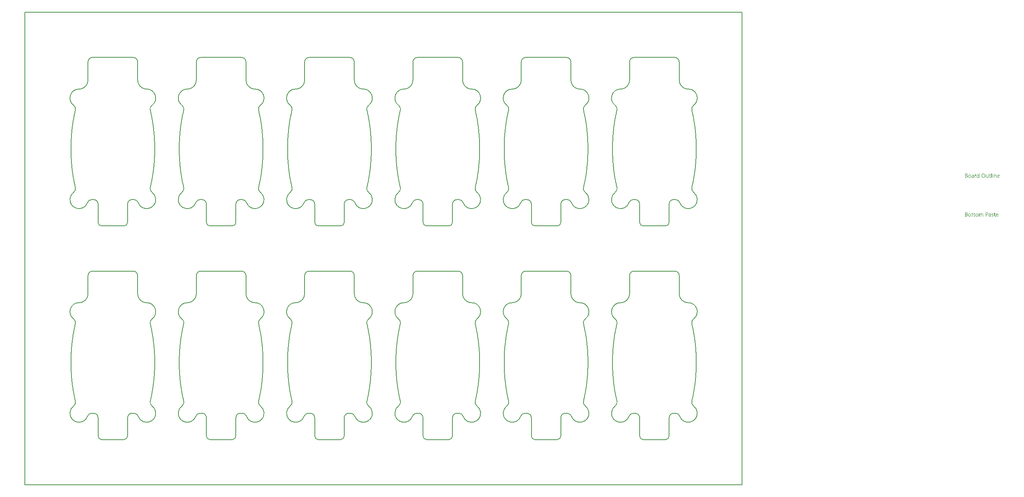
<source format=gbp>
G04*
G04 #@! TF.GenerationSoftware,Altium Limited,Altium Designer,21.5.1 (32)*
G04*
G04 Layer_Color=128*
%FSAX25Y25*%
%MOIN*%
G70*
G04*
G04 #@! TF.SameCoordinates,5657485A-31CE-4D9D-A90A-781EB6461645*
G04*
G04*
G04 #@! TF.FilePolarity,Positive*
G04*
G01*
G75*
%ADD35C,0.00787*%
G36*
X0824898Y0251948D02*
X0824923D01*
X0824979Y0251924D01*
X0825010Y0251905D01*
X0825040Y0251880D01*
X0825047Y0251874D01*
X0825053Y0251868D01*
X0825084Y0251831D01*
X0825109Y0251769D01*
X0825115Y0251732D01*
X0825121Y0251695D01*
Y0251689D01*
Y0251676D01*
X0825115Y0251658D01*
X0825109Y0251633D01*
X0825090Y0251571D01*
X0825065Y0251540D01*
X0825040Y0251509D01*
X0825034D01*
X0825028Y0251497D01*
X0824991Y0251472D01*
X0824935Y0251447D01*
X0824898Y0251441D01*
X0824861Y0251435D01*
X0824842D01*
X0824824Y0251441D01*
X0824799D01*
X0824737Y0251466D01*
X0824706Y0251478D01*
X0824675Y0251503D01*
Y0251509D01*
X0824663Y0251515D01*
X0824650Y0251534D01*
X0824638Y0251552D01*
X0824613Y0251614D01*
X0824607Y0251651D01*
X0824601Y0251695D01*
Y0251701D01*
Y0251713D01*
X0824607Y0251732D01*
X0824613Y0251763D01*
X0824632Y0251818D01*
X0824650Y0251850D01*
X0824675Y0251880D01*
X0824681Y0251887D01*
X0824688Y0251893D01*
X0824725Y0251918D01*
X0824787Y0251942D01*
X0824824Y0251955D01*
X0824879D01*
X0824898Y0251948D01*
D02*
G37*
G36*
X0812908Y0248284D02*
X0812506D01*
Y0248705D01*
X0812493D01*
Y0248699D01*
X0812481Y0248686D01*
X0812462Y0248662D01*
X0812444Y0248631D01*
X0812413Y0248594D01*
X0812376Y0248556D01*
X0812332Y0248513D01*
X0812283Y0248470D01*
X0812227Y0248420D01*
X0812159Y0248377D01*
X0812091Y0248340D01*
X0812010Y0248303D01*
X0811930Y0248272D01*
X0811837Y0248247D01*
X0811738Y0248235D01*
X0811633Y0248228D01*
X0811590D01*
X0811552Y0248235D01*
X0811515Y0248241D01*
X0811466Y0248247D01*
X0811360Y0248272D01*
X0811237Y0248309D01*
X0811113Y0248371D01*
X0811045Y0248408D01*
X0810989Y0248451D01*
X0810927Y0248507D01*
X0810872Y0248563D01*
Y0248569D01*
X0810859Y0248581D01*
X0810847Y0248600D01*
X0810828Y0248624D01*
X0810810Y0248656D01*
X0810785Y0248699D01*
X0810760Y0248748D01*
X0810735Y0248804D01*
X0810704Y0248866D01*
X0810680Y0248934D01*
X0810655Y0249008D01*
X0810636Y0249089D01*
X0810618Y0249175D01*
X0810605Y0249274D01*
X0810599Y0249374D01*
X0810593Y0249479D01*
Y0249485D01*
Y0249503D01*
Y0249541D01*
X0810599Y0249584D01*
X0810605Y0249634D01*
X0810612Y0249695D01*
X0810618Y0249763D01*
X0810630Y0249838D01*
X0810667Y0249999D01*
X0810723Y0250166D01*
X0810760Y0250246D01*
X0810803Y0250327D01*
X0810847Y0250401D01*
X0810903Y0250475D01*
X0810909Y0250482D01*
X0810915Y0250494D01*
X0810933Y0250512D01*
X0810958Y0250537D01*
X0810989Y0250562D01*
X0811032Y0250593D01*
X0811076Y0250630D01*
X0811125Y0250667D01*
X0811249Y0250735D01*
X0811392Y0250797D01*
X0811472Y0250816D01*
X0811559Y0250834D01*
X0811645Y0250847D01*
X0811744Y0250853D01*
X0811794D01*
X0811831Y0250847D01*
X0811868Y0250840D01*
X0811918Y0250834D01*
X0812029Y0250803D01*
X0812153Y0250754D01*
X0812215Y0250723D01*
X0812277Y0250680D01*
X0812339Y0250636D01*
X0812394Y0250581D01*
X0812444Y0250519D01*
X0812493Y0250444D01*
X0812506D01*
Y0252004D01*
X0812908D01*
Y0248284D01*
D02*
G37*
G36*
X0827176Y0250847D02*
X0827250Y0250840D01*
X0827343Y0250822D01*
X0827442Y0250791D01*
X0827547Y0250742D01*
X0827653Y0250673D01*
X0827696Y0250636D01*
X0827739Y0250587D01*
X0827752Y0250574D01*
X0827776Y0250537D01*
X0827807Y0250475D01*
X0827851Y0250389D01*
X0827888Y0250283D01*
X0827925Y0250153D01*
X0827950Y0249999D01*
X0827956Y0249819D01*
Y0248284D01*
X0827554D01*
Y0249714D01*
Y0249720D01*
Y0249751D01*
X0827547Y0249788D01*
Y0249838D01*
X0827535Y0249900D01*
X0827523Y0249968D01*
X0827504Y0250042D01*
X0827479Y0250116D01*
X0827448Y0250191D01*
X0827411Y0250259D01*
X0827362Y0250327D01*
X0827306Y0250389D01*
X0827244Y0250438D01*
X0827164Y0250475D01*
X0827077Y0250506D01*
X0826972Y0250512D01*
X0826959D01*
X0826922Y0250506D01*
X0826867Y0250500D01*
X0826798Y0250482D01*
X0826718Y0250457D01*
X0826631Y0250413D01*
X0826551Y0250358D01*
X0826470Y0250283D01*
X0826464Y0250271D01*
X0826439Y0250246D01*
X0826408Y0250197D01*
X0826371Y0250129D01*
X0826334Y0250048D01*
X0826303Y0249949D01*
X0826278Y0249838D01*
X0826272Y0249714D01*
Y0248284D01*
X0825870D01*
Y0250797D01*
X0826272D01*
Y0250376D01*
X0826285D01*
X0826291Y0250382D01*
X0826297Y0250395D01*
X0826316Y0250420D01*
X0826340Y0250451D01*
X0826365Y0250488D01*
X0826402Y0250525D01*
X0826446Y0250568D01*
X0826495Y0250618D01*
X0826551Y0250661D01*
X0826613Y0250704D01*
X0826681Y0250742D01*
X0826755Y0250779D01*
X0826829Y0250810D01*
X0826916Y0250834D01*
X0827009Y0250847D01*
X0827108Y0250853D01*
X0827145D01*
X0827176Y0250847D01*
D02*
G37*
G36*
X0810178Y0250834D02*
X0810252Y0250828D01*
X0810296Y0250816D01*
X0810327Y0250803D01*
Y0250389D01*
X0810321Y0250395D01*
X0810308Y0250401D01*
X0810283Y0250413D01*
X0810252Y0250432D01*
X0810209Y0250444D01*
X0810153Y0250457D01*
X0810092Y0250463D01*
X0810023Y0250469D01*
X0810011D01*
X0809980Y0250463D01*
X0809931Y0250457D01*
X0809875Y0250438D01*
X0809801Y0250407D01*
X0809733Y0250364D01*
X0809658Y0250302D01*
X0809590Y0250221D01*
X0809584Y0250209D01*
X0809565Y0250178D01*
X0809534Y0250122D01*
X0809503Y0250048D01*
X0809473Y0249955D01*
X0809442Y0249838D01*
X0809423Y0249708D01*
X0809417Y0249559D01*
Y0248284D01*
X0809015D01*
Y0250797D01*
X0809417D01*
Y0250277D01*
X0809429D01*
Y0250283D01*
X0809435Y0250290D01*
X0809448Y0250321D01*
X0809466Y0250370D01*
X0809497Y0250432D01*
X0809528Y0250494D01*
X0809578Y0250562D01*
X0809627Y0250630D01*
X0809689Y0250692D01*
X0809695Y0250698D01*
X0809720Y0250717D01*
X0809757Y0250742D01*
X0809807Y0250766D01*
X0809863Y0250791D01*
X0809931Y0250816D01*
X0810005Y0250834D01*
X0810085Y0250840D01*
X0810141D01*
X0810178Y0250834D01*
D02*
G37*
G36*
X0820918Y0248284D02*
X0820516D01*
Y0248680D01*
X0820503D01*
Y0248674D01*
X0820491Y0248662D01*
X0820478Y0248637D01*
X0820454Y0248612D01*
X0820398Y0248538D01*
X0820311Y0248457D01*
X0820262Y0248414D01*
X0820206Y0248371D01*
X0820144Y0248334D01*
X0820070Y0248296D01*
X0819996Y0248272D01*
X0819915Y0248247D01*
X0819822Y0248235D01*
X0819729Y0248228D01*
X0819692D01*
X0819649Y0248235D01*
X0819587Y0248247D01*
X0819519Y0248259D01*
X0819445Y0248284D01*
X0819364Y0248315D01*
X0819284Y0248364D01*
X0819197Y0248420D01*
X0819117Y0248488D01*
X0819042Y0248575D01*
X0818974Y0248680D01*
X0818912Y0248798D01*
X0818869Y0248940D01*
X0818844Y0249107D01*
X0818832Y0249194D01*
Y0249293D01*
Y0250797D01*
X0819228D01*
Y0249355D01*
Y0249349D01*
Y0249324D01*
X0819234Y0249281D01*
X0819240Y0249231D01*
X0819247Y0249169D01*
X0819259Y0249107D01*
X0819277Y0249033D01*
X0819302Y0248959D01*
X0819339Y0248885D01*
X0819377Y0248816D01*
X0819426Y0248748D01*
X0819488Y0248686D01*
X0819556Y0248637D01*
X0819637Y0248600D01*
X0819736Y0248569D01*
X0819841Y0248563D01*
X0819853D01*
X0819890Y0248569D01*
X0819946Y0248575D01*
X0820008Y0248587D01*
X0820088Y0248618D01*
X0820169Y0248656D01*
X0820249Y0248705D01*
X0820324Y0248779D01*
X0820330Y0248792D01*
X0820355Y0248816D01*
X0820385Y0248866D01*
X0820423Y0248934D01*
X0820454Y0249014D01*
X0820485Y0249113D01*
X0820509Y0249225D01*
X0820516Y0249349D01*
Y0250797D01*
X0820918D01*
Y0248284D01*
D02*
G37*
G36*
X0825053D02*
X0824650D01*
Y0250797D01*
X0825053D01*
Y0248284D01*
D02*
G37*
G36*
X0823833D02*
X0823431D01*
Y0252004D01*
X0823833D01*
Y0248284D01*
D02*
G37*
G36*
X0807455Y0250847D02*
X0807510Y0250840D01*
X0807578Y0250822D01*
X0807653Y0250803D01*
X0807733Y0250772D01*
X0807820Y0250735D01*
X0807900Y0250686D01*
X0807981Y0250624D01*
X0808055Y0250550D01*
X0808123Y0250457D01*
X0808179Y0250352D01*
X0808222Y0250228D01*
X0808247Y0250085D01*
X0808259Y0249918D01*
Y0248284D01*
X0807857D01*
Y0248674D01*
X0807845D01*
Y0248668D01*
X0807832Y0248656D01*
X0807820Y0248631D01*
X0807795Y0248606D01*
X0807733Y0248532D01*
X0807653Y0248451D01*
X0807541Y0248371D01*
X0807411Y0248296D01*
X0807331Y0248272D01*
X0807250Y0248247D01*
X0807164Y0248235D01*
X0807071Y0248228D01*
X0807034D01*
X0807009Y0248235D01*
X0806941Y0248241D01*
X0806860Y0248253D01*
X0806761Y0248278D01*
X0806668Y0248309D01*
X0806569Y0248358D01*
X0806483Y0248420D01*
X0806477Y0248433D01*
X0806452Y0248457D01*
X0806415Y0248501D01*
X0806378Y0248563D01*
X0806340Y0248637D01*
X0806303Y0248724D01*
X0806279Y0248829D01*
X0806272Y0248946D01*
Y0248953D01*
Y0248977D01*
X0806279Y0249014D01*
X0806285Y0249058D01*
X0806297Y0249113D01*
X0806316Y0249175D01*
X0806340Y0249243D01*
X0806378Y0249312D01*
X0806421Y0249386D01*
X0806477Y0249460D01*
X0806545Y0249528D01*
X0806625Y0249590D01*
X0806718Y0249652D01*
X0806829Y0249702D01*
X0806953Y0249739D01*
X0807102Y0249770D01*
X0807857Y0249875D01*
Y0249881D01*
Y0249900D01*
X0807851Y0249937D01*
Y0249974D01*
X0807838Y0250023D01*
X0807832Y0250079D01*
X0807795Y0250197D01*
X0807764Y0250253D01*
X0807733Y0250308D01*
X0807690Y0250364D01*
X0807640Y0250413D01*
X0807578Y0250457D01*
X0807510Y0250488D01*
X0807430Y0250506D01*
X0807337Y0250512D01*
X0807294D01*
X0807263Y0250506D01*
X0807219D01*
X0807176Y0250494D01*
X0807065Y0250475D01*
X0806941Y0250438D01*
X0806805Y0250382D01*
X0806730Y0250345D01*
X0806662Y0250308D01*
X0806588Y0250259D01*
X0806520Y0250203D01*
Y0250618D01*
X0806526D01*
X0806538Y0250630D01*
X0806557Y0250642D01*
X0806588Y0250655D01*
X0806619Y0250673D01*
X0806662Y0250692D01*
X0806712Y0250711D01*
X0806767Y0250735D01*
X0806891Y0250779D01*
X0807040Y0250816D01*
X0807201Y0250840D01*
X0807374Y0250853D01*
X0807411D01*
X0807455Y0250847D01*
D02*
G37*
G36*
X0801766Y0251794D02*
X0801809D01*
X0801853Y0251788D01*
X0801952Y0251775D01*
X0802069Y0251744D01*
X0802193Y0251707D01*
X0802311Y0251651D01*
X0802416Y0251577D01*
X0802422D01*
X0802428Y0251565D01*
X0802459Y0251540D01*
X0802503Y0251490D01*
X0802552Y0251422D01*
X0802596Y0251336D01*
X0802639Y0251237D01*
X0802670Y0251125D01*
X0802682Y0251063D01*
Y0250995D01*
Y0250989D01*
Y0250983D01*
Y0250946D01*
X0802676Y0250890D01*
X0802664Y0250822D01*
X0802645Y0250735D01*
X0802614Y0250649D01*
X0802577Y0250562D01*
X0802521Y0250475D01*
X0802515Y0250463D01*
X0802490Y0250438D01*
X0802453Y0250401D01*
X0802404Y0250352D01*
X0802342Y0250302D01*
X0802267Y0250246D01*
X0802175Y0250203D01*
X0802075Y0250160D01*
Y0250153D01*
X0802094D01*
X0802113Y0250147D01*
X0802131Y0250141D01*
X0802199Y0250129D01*
X0802280Y0250104D01*
X0802366Y0250067D01*
X0802459Y0250023D01*
X0802552Y0249961D01*
X0802639Y0249881D01*
X0802651Y0249869D01*
X0802676Y0249838D01*
X0802707Y0249794D01*
X0802750Y0249726D01*
X0802787Y0249640D01*
X0802824Y0249541D01*
X0802849Y0249423D01*
X0802855Y0249293D01*
Y0249287D01*
Y0249274D01*
Y0249250D01*
X0802849Y0249219D01*
X0802843Y0249182D01*
X0802837Y0249138D01*
X0802812Y0249033D01*
X0802775Y0248915D01*
X0802719Y0248792D01*
X0802682Y0248736D01*
X0802639Y0248674D01*
X0802583Y0248618D01*
X0802527Y0248563D01*
X0802521D01*
X0802515Y0248550D01*
X0802496Y0248538D01*
X0802472Y0248519D01*
X0802441Y0248501D01*
X0802397Y0248476D01*
X0802305Y0248426D01*
X0802187Y0248371D01*
X0802051Y0248327D01*
X0801890Y0248296D01*
X0801809Y0248290D01*
X0801717Y0248284D01*
X0800689D01*
Y0251800D01*
X0801735D01*
X0801766Y0251794D01*
D02*
G37*
G36*
X0822261Y0250797D02*
X0822899D01*
Y0250451D01*
X0822261D01*
Y0249033D01*
Y0249021D01*
Y0248990D01*
X0822267Y0248946D01*
X0822274Y0248891D01*
X0822298Y0248773D01*
X0822317Y0248717D01*
X0822348Y0248674D01*
X0822354Y0248668D01*
X0822366Y0248656D01*
X0822385Y0248643D01*
X0822416Y0248624D01*
X0822453Y0248600D01*
X0822503Y0248587D01*
X0822564Y0248575D01*
X0822633Y0248569D01*
X0822657D01*
X0822688Y0248575D01*
X0822725Y0248581D01*
X0822812Y0248606D01*
X0822855Y0248624D01*
X0822899Y0248649D01*
Y0248303D01*
X0822892D01*
X0822874Y0248290D01*
X0822843Y0248284D01*
X0822800Y0248272D01*
X0822744Y0248259D01*
X0822682Y0248247D01*
X0822608Y0248241D01*
X0822521Y0248235D01*
X0822490D01*
X0822459Y0248241D01*
X0822416Y0248247D01*
X0822366Y0248259D01*
X0822311Y0248272D01*
X0822255Y0248296D01*
X0822193Y0248327D01*
X0822131Y0248364D01*
X0822069Y0248414D01*
X0822013Y0248470D01*
X0821964Y0248544D01*
X0821921Y0248624D01*
X0821890Y0248724D01*
X0821865Y0248835D01*
X0821859Y0248965D01*
Y0250451D01*
X0821432D01*
Y0250797D01*
X0821859D01*
Y0251410D01*
X0822261Y0251540D01*
Y0250797D01*
D02*
G37*
G36*
X0829788Y0250847D02*
X0829832Y0250840D01*
X0829875Y0250834D01*
X0829986Y0250816D01*
X0830110Y0250772D01*
X0830234Y0250717D01*
X0830296Y0250680D01*
X0830358Y0250636D01*
X0830413Y0250587D01*
X0830469Y0250531D01*
X0830475Y0250525D01*
X0830481Y0250519D01*
X0830494Y0250500D01*
X0830512Y0250475D01*
X0830531Y0250438D01*
X0830556Y0250401D01*
X0830581Y0250358D01*
X0830605Y0250302D01*
X0830630Y0250240D01*
X0830655Y0250178D01*
X0830680Y0250104D01*
X0830698Y0250023D01*
X0830717Y0249937D01*
X0830729Y0249850D01*
X0830741Y0249751D01*
Y0249646D01*
Y0249435D01*
X0828965D01*
Y0249429D01*
Y0249417D01*
Y0249398D01*
X0828971Y0249367D01*
X0828977Y0249330D01*
Y0249293D01*
X0828996Y0249194D01*
X0829027Y0249095D01*
X0829064Y0248984D01*
X0829120Y0248878D01*
X0829188Y0248785D01*
X0829200Y0248773D01*
X0829225Y0248748D01*
X0829274Y0248717D01*
X0829342Y0248674D01*
X0829429Y0248631D01*
X0829528Y0248600D01*
X0829646Y0248575D01*
X0829782Y0248563D01*
X0829825D01*
X0829856Y0248569D01*
X0829893D01*
X0829937Y0248575D01*
X0830042Y0248600D01*
X0830159Y0248631D01*
X0830289Y0248680D01*
X0830426Y0248748D01*
X0830494Y0248792D01*
X0830562Y0248841D01*
Y0248464D01*
X0830556D01*
X0830550Y0248451D01*
X0830531Y0248445D01*
X0830500Y0248426D01*
X0830469Y0248408D01*
X0830432Y0248389D01*
X0830382Y0248371D01*
X0830333Y0248346D01*
X0830271Y0248321D01*
X0830203Y0248303D01*
X0830054Y0248266D01*
X0829881Y0248241D01*
X0829689Y0248228D01*
X0829640D01*
X0829602Y0248235D01*
X0829559Y0248241D01*
X0829503Y0248247D01*
X0829386Y0248272D01*
X0829250Y0248309D01*
X0829113Y0248371D01*
X0829045Y0248414D01*
X0828977Y0248457D01*
X0828915Y0248507D01*
X0828854Y0248569D01*
X0828847Y0248575D01*
X0828841Y0248587D01*
X0828829Y0248606D01*
X0828804Y0248631D01*
X0828785Y0248668D01*
X0828761Y0248711D01*
X0828730Y0248761D01*
X0828705Y0248816D01*
X0828674Y0248878D01*
X0828649Y0248953D01*
X0828618Y0249033D01*
X0828600Y0249120D01*
X0828581Y0249213D01*
X0828563Y0249312D01*
X0828556Y0249417D01*
X0828550Y0249528D01*
Y0249534D01*
Y0249553D01*
Y0249584D01*
X0828556Y0249627D01*
X0828563Y0249677D01*
X0828569Y0249732D01*
X0828575Y0249801D01*
X0828594Y0249869D01*
X0828631Y0250017D01*
X0828686Y0250178D01*
X0828724Y0250259D01*
X0828773Y0250333D01*
X0828823Y0250413D01*
X0828878Y0250482D01*
X0828884Y0250488D01*
X0828897Y0250500D01*
X0828915Y0250519D01*
X0828940Y0250537D01*
X0828971Y0250568D01*
X0829008Y0250599D01*
X0829058Y0250630D01*
X0829107Y0250667D01*
X0829225Y0250735D01*
X0829367Y0250797D01*
X0829448Y0250816D01*
X0829528Y0250834D01*
X0829615Y0250847D01*
X0829708Y0250853D01*
X0829757D01*
X0829788Y0250847D01*
D02*
G37*
G36*
X0816746Y0251856D02*
X0816808Y0251850D01*
X0816882Y0251837D01*
X0816963Y0251818D01*
X0817049Y0251800D01*
X0817136Y0251775D01*
X0817235Y0251744D01*
X0817328Y0251701D01*
X0817427Y0251651D01*
X0817526Y0251596D01*
X0817619Y0251528D01*
X0817712Y0251453D01*
X0817798Y0251367D01*
X0817804Y0251361D01*
X0817817Y0251342D01*
X0817841Y0251317D01*
X0817866Y0251280D01*
X0817903Y0251231D01*
X0817941Y0251169D01*
X0817978Y0251100D01*
X0818021Y0251026D01*
X0818064Y0250933D01*
X0818101Y0250840D01*
X0818139Y0250735D01*
X0818176Y0250618D01*
X0818200Y0250500D01*
X0818225Y0250370D01*
X0818238Y0250228D01*
X0818244Y0250085D01*
Y0250073D01*
Y0250048D01*
Y0250005D01*
X0818238Y0249943D01*
X0818231Y0249869D01*
X0818219Y0249788D01*
X0818207Y0249695D01*
X0818188Y0249590D01*
X0818163Y0249485D01*
X0818132Y0249374D01*
X0818095Y0249262D01*
X0818052Y0249151D01*
X0817996Y0249033D01*
X0817934Y0248928D01*
X0817866Y0248823D01*
X0817786Y0248724D01*
X0817780Y0248717D01*
X0817767Y0248705D01*
X0817736Y0248680D01*
X0817705Y0248649D01*
X0817656Y0248606D01*
X0817600Y0248569D01*
X0817538Y0248519D01*
X0817464Y0248476D01*
X0817383Y0248433D01*
X0817290Y0248383D01*
X0817192Y0248346D01*
X0817080Y0248309D01*
X0816963Y0248272D01*
X0816839Y0248247D01*
X0816709Y0248235D01*
X0816566Y0248228D01*
X0816535D01*
X0816492Y0248235D01*
X0816442D01*
X0816381Y0248241D01*
X0816306Y0248253D01*
X0816226Y0248272D01*
X0816133Y0248290D01*
X0816040Y0248315D01*
X0815941Y0248346D01*
X0815842Y0248389D01*
X0815743Y0248433D01*
X0815644Y0248488D01*
X0815545Y0248556D01*
X0815452Y0248631D01*
X0815365Y0248717D01*
X0815359Y0248724D01*
X0815347Y0248742D01*
X0815322Y0248767D01*
X0815297Y0248804D01*
X0815260Y0248853D01*
X0815223Y0248915D01*
X0815186Y0248984D01*
X0815143Y0249064D01*
X0815099Y0249151D01*
X0815062Y0249243D01*
X0815025Y0249349D01*
X0814988Y0249466D01*
X0814963Y0249584D01*
X0814938Y0249714D01*
X0814926Y0249856D01*
X0814920Y0249999D01*
Y0250011D01*
Y0250036D01*
X0814926Y0250079D01*
Y0250141D01*
X0814932Y0250209D01*
X0814944Y0250296D01*
X0814957Y0250389D01*
X0814975Y0250488D01*
X0815000Y0250593D01*
X0815031Y0250704D01*
X0815068Y0250816D01*
X0815112Y0250927D01*
X0815167Y0251039D01*
X0815229Y0251150D01*
X0815297Y0251255D01*
X0815378Y0251354D01*
X0815384Y0251361D01*
X0815396Y0251379D01*
X0815427Y0251404D01*
X0815464Y0251435D01*
X0815508Y0251472D01*
X0815563Y0251515D01*
X0815632Y0251559D01*
X0815706Y0251608D01*
X0815793Y0251658D01*
X0815885Y0251701D01*
X0815985Y0251744D01*
X0816096Y0251781D01*
X0816220Y0251812D01*
X0816350Y0251843D01*
X0816486Y0251856D01*
X0816628Y0251862D01*
X0816696D01*
X0816746Y0251856D01*
D02*
G37*
G36*
X0804719Y0250847D02*
X0804762Y0250840D01*
X0804818Y0250834D01*
X0804941Y0250810D01*
X0805084Y0250766D01*
X0805226Y0250704D01*
X0805301Y0250667D01*
X0805369Y0250624D01*
X0805437Y0250568D01*
X0805499Y0250506D01*
X0805505Y0250500D01*
X0805511Y0250488D01*
X0805529Y0250469D01*
X0805548Y0250444D01*
X0805573Y0250407D01*
X0805598Y0250364D01*
X0805629Y0250314D01*
X0805659Y0250259D01*
X0805684Y0250191D01*
X0805715Y0250122D01*
X0805740Y0250042D01*
X0805765Y0249955D01*
X0805783Y0249863D01*
X0805802Y0249763D01*
X0805808Y0249658D01*
X0805814Y0249547D01*
Y0249541D01*
Y0249522D01*
Y0249491D01*
X0805808Y0249448D01*
X0805802Y0249398D01*
X0805796Y0249336D01*
X0805783Y0249274D01*
X0805771Y0249200D01*
X0805734Y0249052D01*
X0805672Y0248891D01*
X0805635Y0248810D01*
X0805585Y0248730D01*
X0805536Y0248656D01*
X0805474Y0248587D01*
X0805468Y0248581D01*
X0805455Y0248575D01*
X0805437Y0248556D01*
X0805412Y0248532D01*
X0805375Y0248507D01*
X0805338Y0248476D01*
X0805288Y0248439D01*
X0805232Y0248408D01*
X0805171Y0248377D01*
X0805102Y0248340D01*
X0805028Y0248309D01*
X0804948Y0248284D01*
X0804861Y0248259D01*
X0804768Y0248247D01*
X0804669Y0248235D01*
X0804564Y0248228D01*
X0804508D01*
X0804471Y0248235D01*
X0804428Y0248241D01*
X0804372Y0248247D01*
X0804310Y0248259D01*
X0804242Y0248272D01*
X0804100Y0248315D01*
X0803951Y0248377D01*
X0803877Y0248414D01*
X0803809Y0248464D01*
X0803741Y0248513D01*
X0803673Y0248575D01*
X0803666Y0248581D01*
X0803660Y0248594D01*
X0803642Y0248612D01*
X0803623Y0248637D01*
X0803598Y0248674D01*
X0803567Y0248717D01*
X0803536Y0248767D01*
X0803512Y0248823D01*
X0803481Y0248891D01*
X0803450Y0248959D01*
X0803419Y0249033D01*
X0803394Y0249120D01*
X0803357Y0249305D01*
X0803351Y0249404D01*
X0803345Y0249510D01*
Y0249516D01*
Y0249541D01*
Y0249572D01*
X0803351Y0249615D01*
X0803357Y0249664D01*
X0803363Y0249726D01*
X0803375Y0249794D01*
X0803388Y0249869D01*
X0803425Y0250030D01*
X0803487Y0250191D01*
X0803530Y0250271D01*
X0803574Y0250352D01*
X0803623Y0250426D01*
X0803685Y0250494D01*
X0803691Y0250500D01*
X0803703Y0250512D01*
X0803722Y0250525D01*
X0803747Y0250550D01*
X0803784Y0250574D01*
X0803827Y0250605D01*
X0803877Y0250642D01*
X0803932Y0250673D01*
X0803994Y0250704D01*
X0804069Y0250742D01*
X0804143Y0250772D01*
X0804230Y0250797D01*
X0804316Y0250822D01*
X0804415Y0250840D01*
X0804521Y0250847D01*
X0804626Y0250853D01*
X0804681D01*
X0804719Y0250847D01*
D02*
G37*
G36*
X0824818Y0216988D02*
X0824898Y0216982D01*
X0824985Y0216970D01*
X0825084Y0216945D01*
X0825183Y0216920D01*
X0825282Y0216883D01*
Y0216475D01*
X0825269Y0216481D01*
X0825232Y0216506D01*
X0825177Y0216530D01*
X0825102Y0216567D01*
X0825010Y0216599D01*
X0824898Y0216629D01*
X0824774Y0216648D01*
X0824644Y0216654D01*
X0824576D01*
X0824514Y0216642D01*
X0824440Y0216629D01*
X0824434D01*
X0824428Y0216623D01*
X0824391Y0216611D01*
X0824341Y0216586D01*
X0824285Y0216555D01*
X0824273Y0216549D01*
X0824248Y0216524D01*
X0824217Y0216487D01*
X0824186Y0216444D01*
X0824180Y0216431D01*
X0824168Y0216400D01*
X0824155Y0216357D01*
X0824149Y0216301D01*
Y0216295D01*
Y0216283D01*
Y0216264D01*
X0824155Y0216246D01*
X0824168Y0216190D01*
X0824186Y0216134D01*
X0824192Y0216122D01*
X0824211Y0216097D01*
X0824248Y0216060D01*
X0824291Y0216017D01*
X0824298D01*
X0824304Y0216010D01*
X0824341Y0215986D01*
X0824391Y0215955D01*
X0824459Y0215924D01*
X0824465D01*
X0824477Y0215918D01*
X0824496Y0215911D01*
X0824527Y0215899D01*
X0824595Y0215874D01*
X0824681Y0215837D01*
X0824688D01*
X0824712Y0215825D01*
X0824743Y0215812D01*
X0824780Y0215800D01*
X0824879Y0215757D01*
X0824979Y0215707D01*
X0824985D01*
X0825003Y0215695D01*
X0825028Y0215682D01*
X0825059Y0215664D01*
X0825133Y0215614D01*
X0825208Y0215552D01*
X0825214Y0215546D01*
X0825226Y0215540D01*
X0825239Y0215521D01*
X0825263Y0215497D01*
X0825307Y0215435D01*
X0825350Y0215354D01*
Y0215348D01*
X0825356Y0215336D01*
X0825368Y0215311D01*
X0825375Y0215280D01*
X0825387Y0215243D01*
X0825393Y0215199D01*
X0825399Y0215094D01*
Y0215088D01*
Y0215063D01*
X0825393Y0215026D01*
X0825387Y0214983D01*
X0825381Y0214933D01*
X0825362Y0214878D01*
X0825344Y0214828D01*
X0825313Y0214772D01*
X0825307Y0214766D01*
X0825300Y0214748D01*
X0825282Y0214723D01*
X0825257Y0214692D01*
X0825226Y0214655D01*
X0825189Y0214618D01*
X0825096Y0214543D01*
X0825090Y0214537D01*
X0825071Y0214531D01*
X0825047Y0214512D01*
X0825003Y0214494D01*
X0824960Y0214469D01*
X0824904Y0214451D01*
X0824848Y0214432D01*
X0824780Y0214413D01*
X0824774D01*
X0824749Y0214407D01*
X0824712Y0214401D01*
X0824669Y0214395D01*
X0824607Y0214383D01*
X0824545Y0214376D01*
X0824403Y0214370D01*
X0824341D01*
X0824267Y0214376D01*
X0824174Y0214389D01*
X0824069Y0214407D01*
X0823957Y0214432D01*
X0823846Y0214463D01*
X0823734Y0214512D01*
Y0214946D01*
X0823740D01*
X0823747Y0214933D01*
X0823765Y0214921D01*
X0823790Y0214909D01*
X0823858Y0214872D01*
X0823951Y0214828D01*
X0824056Y0214779D01*
X0824180Y0214741D01*
X0824316Y0214717D01*
X0824459Y0214704D01*
X0824508D01*
X0824539Y0214710D01*
X0824626Y0214723D01*
X0824725Y0214748D01*
X0824818Y0214791D01*
X0824861Y0214822D01*
X0824904Y0214853D01*
X0824935Y0214896D01*
X0824960Y0214940D01*
X0824979Y0214995D01*
X0824985Y0215057D01*
Y0215063D01*
Y0215076D01*
Y0215094D01*
X0824979Y0215113D01*
X0824966Y0215169D01*
X0824941Y0215224D01*
Y0215230D01*
X0824935Y0215237D01*
X0824910Y0215268D01*
X0824873Y0215311D01*
X0824818Y0215348D01*
X0824811D01*
X0824805Y0215360D01*
X0824768Y0215379D01*
X0824712Y0215416D01*
X0824638Y0215447D01*
X0824632D01*
X0824619Y0215453D01*
X0824601Y0215466D01*
X0824570Y0215478D01*
X0824502Y0215503D01*
X0824415Y0215540D01*
X0824409D01*
X0824384Y0215552D01*
X0824353Y0215565D01*
X0824316Y0215577D01*
X0824217Y0215620D01*
X0824118Y0215670D01*
X0824112Y0215676D01*
X0824100Y0215682D01*
X0824075Y0215695D01*
X0824044Y0215713D01*
X0823976Y0215763D01*
X0823908Y0215819D01*
X0823901Y0215825D01*
X0823895Y0215831D01*
X0823877Y0215849D01*
X0823858Y0215874D01*
X0823815Y0215936D01*
X0823778Y0216010D01*
Y0216017D01*
X0823771Y0216029D01*
X0823765Y0216054D01*
X0823759Y0216085D01*
X0823753Y0216122D01*
X0823747Y0216165D01*
X0823740Y0216270D01*
Y0216277D01*
Y0216301D01*
X0823747Y0216332D01*
X0823753Y0216376D01*
X0823759Y0216425D01*
X0823778Y0216475D01*
X0823796Y0216530D01*
X0823821Y0216580D01*
X0823827Y0216586D01*
X0823833Y0216605D01*
X0823852Y0216629D01*
X0823877Y0216660D01*
X0823945Y0216735D01*
X0824032Y0216809D01*
X0824038Y0216815D01*
X0824056Y0216821D01*
X0824081Y0216840D01*
X0824124Y0216858D01*
X0824168Y0216883D01*
X0824217Y0216908D01*
X0824341Y0216945D01*
X0824347D01*
X0824372Y0216951D01*
X0824403Y0216964D01*
X0824452Y0216970D01*
X0824502Y0216982D01*
X0824564Y0216988D01*
X0824700Y0216995D01*
X0824756D01*
X0824818Y0216988D01*
D02*
G37*
G36*
X0815625D02*
X0815681Y0216976D01*
X0815743Y0216964D01*
X0815811Y0216939D01*
X0815892Y0216908D01*
X0815966Y0216865D01*
X0816046Y0216815D01*
X0816121Y0216747D01*
X0816189Y0216660D01*
X0816251Y0216561D01*
X0816306Y0216450D01*
X0816343Y0216307D01*
X0816374Y0216153D01*
X0816381Y0215973D01*
Y0214426D01*
X0815978D01*
Y0215868D01*
Y0215874D01*
Y0215887D01*
Y0215905D01*
Y0215936D01*
X0815972Y0216010D01*
X0815960Y0216097D01*
X0815947Y0216196D01*
X0815923Y0216295D01*
X0815892Y0216388D01*
X0815848Y0216469D01*
X0815842Y0216475D01*
X0815823Y0216499D01*
X0815793Y0216530D01*
X0815743Y0216561D01*
X0815687Y0216599D01*
X0815613Y0216623D01*
X0815520Y0216648D01*
X0815415Y0216654D01*
X0815403D01*
X0815372Y0216648D01*
X0815322Y0216642D01*
X0815260Y0216623D01*
X0815192Y0216599D01*
X0815118Y0216555D01*
X0815044Y0216499D01*
X0814975Y0216419D01*
X0814969Y0216407D01*
X0814951Y0216376D01*
X0814920Y0216326D01*
X0814889Y0216258D01*
X0814852Y0216178D01*
X0814827Y0216085D01*
X0814802Y0215973D01*
X0814796Y0215856D01*
Y0214426D01*
X0814394D01*
Y0215918D01*
Y0215924D01*
Y0215949D01*
X0814387Y0215986D01*
Y0216035D01*
X0814375Y0216091D01*
X0814363Y0216153D01*
X0814344Y0216215D01*
X0814326Y0216289D01*
X0814295Y0216357D01*
X0814257Y0216419D01*
X0814208Y0216481D01*
X0814152Y0216537D01*
X0814090Y0216586D01*
X0814010Y0216623D01*
X0813923Y0216648D01*
X0813824Y0216654D01*
X0813812D01*
X0813781Y0216648D01*
X0813731Y0216642D01*
X0813669Y0216629D01*
X0813601Y0216599D01*
X0813527Y0216561D01*
X0813453Y0216506D01*
X0813385Y0216431D01*
X0813379Y0216419D01*
X0813360Y0216394D01*
X0813329Y0216345D01*
X0813298Y0216277D01*
X0813267Y0216196D01*
X0813236Y0216097D01*
X0813218Y0215986D01*
X0813211Y0215856D01*
Y0214426D01*
X0812809D01*
Y0216939D01*
X0813211D01*
Y0216537D01*
X0813224D01*
X0813230Y0216543D01*
X0813236Y0216555D01*
X0813255Y0216580D01*
X0813273Y0216611D01*
X0813335Y0216679D01*
X0813422Y0216766D01*
X0813533Y0216852D01*
X0813663Y0216920D01*
X0813744Y0216951D01*
X0813824Y0216976D01*
X0813911Y0216988D01*
X0814004Y0216995D01*
X0814047D01*
X0814097Y0216988D01*
X0814158Y0216976D01*
X0814227Y0216957D01*
X0814301Y0216933D01*
X0814375Y0216902D01*
X0814449Y0216852D01*
X0814456Y0216846D01*
X0814480Y0216828D01*
X0814511Y0216796D01*
X0814555Y0216753D01*
X0814598Y0216698D01*
X0814641Y0216636D01*
X0814685Y0216561D01*
X0814715Y0216475D01*
X0814722Y0216481D01*
X0814728Y0216499D01*
X0814746Y0216524D01*
X0814765Y0216555D01*
X0814796Y0216599D01*
X0814833Y0216642D01*
X0814876Y0216685D01*
X0814926Y0216735D01*
X0814982Y0216784D01*
X0815044Y0216828D01*
X0815112Y0216877D01*
X0815186Y0216914D01*
X0815266Y0216945D01*
X0815353Y0216970D01*
X0815452Y0216988D01*
X0815551Y0216995D01*
X0815588D01*
X0815625Y0216988D01*
D02*
G37*
G36*
X0822323D02*
X0822379Y0216982D01*
X0822447Y0216964D01*
X0822521Y0216945D01*
X0822602Y0216914D01*
X0822688Y0216877D01*
X0822769Y0216828D01*
X0822849Y0216766D01*
X0822923Y0216691D01*
X0822991Y0216599D01*
X0823047Y0216493D01*
X0823091Y0216369D01*
X0823115Y0216227D01*
X0823128Y0216060D01*
Y0214426D01*
X0822725D01*
Y0214816D01*
X0822713D01*
Y0214810D01*
X0822701Y0214797D01*
X0822688Y0214772D01*
X0822663Y0214748D01*
X0822602Y0214673D01*
X0822521Y0214593D01*
X0822410Y0214512D01*
X0822280Y0214438D01*
X0822199Y0214413D01*
X0822119Y0214389D01*
X0822032Y0214376D01*
X0821939Y0214370D01*
X0821902D01*
X0821877Y0214376D01*
X0821809Y0214383D01*
X0821729Y0214395D01*
X0821630Y0214420D01*
X0821537Y0214451D01*
X0821438Y0214500D01*
X0821351Y0214562D01*
X0821345Y0214574D01*
X0821320Y0214599D01*
X0821283Y0214642D01*
X0821246Y0214704D01*
X0821209Y0214779D01*
X0821172Y0214865D01*
X0821147Y0214970D01*
X0821141Y0215088D01*
Y0215094D01*
Y0215119D01*
X0821147Y0215156D01*
X0821153Y0215199D01*
X0821165Y0215255D01*
X0821184Y0215317D01*
X0821209Y0215385D01*
X0821246Y0215453D01*
X0821289Y0215528D01*
X0821345Y0215602D01*
X0821413Y0215670D01*
X0821494Y0215732D01*
X0821586Y0215794D01*
X0821698Y0215843D01*
X0821822Y0215880D01*
X0821970Y0215911D01*
X0822725Y0216017D01*
Y0216023D01*
Y0216041D01*
X0822719Y0216078D01*
Y0216116D01*
X0822707Y0216165D01*
X0822701Y0216221D01*
X0822663Y0216338D01*
X0822633Y0216394D01*
X0822602Y0216450D01*
X0822558Y0216506D01*
X0822509Y0216555D01*
X0822447Y0216599D01*
X0822379Y0216629D01*
X0822298Y0216648D01*
X0822205Y0216654D01*
X0822162D01*
X0822131Y0216648D01*
X0822088D01*
X0822044Y0216636D01*
X0821933Y0216617D01*
X0821809Y0216580D01*
X0821673Y0216524D01*
X0821599Y0216487D01*
X0821531Y0216450D01*
X0821456Y0216400D01*
X0821388Y0216345D01*
Y0216759D01*
X0821395D01*
X0821407Y0216772D01*
X0821426Y0216784D01*
X0821456Y0216796D01*
X0821487Y0216815D01*
X0821531Y0216834D01*
X0821580Y0216852D01*
X0821636Y0216877D01*
X0821760Y0216920D01*
X0821908Y0216957D01*
X0822069Y0216982D01*
X0822243Y0216995D01*
X0822280D01*
X0822323Y0216988D01*
D02*
G37*
G36*
X0819624Y0217935D02*
X0819674D01*
X0819723Y0217929D01*
X0819853Y0217905D01*
X0819989Y0217874D01*
X0820138Y0217824D01*
X0820280Y0217756D01*
X0820342Y0217713D01*
X0820404Y0217663D01*
X0820410D01*
X0820417Y0217651D01*
X0820435Y0217632D01*
X0820454Y0217614D01*
X0820503Y0217552D01*
X0820565Y0217465D01*
X0820621Y0217354D01*
X0820670Y0217224D01*
X0820707Y0217069D01*
X0820714Y0216982D01*
X0820720Y0216889D01*
Y0216883D01*
Y0216865D01*
Y0216840D01*
X0820714Y0216809D01*
X0820707Y0216766D01*
X0820701Y0216716D01*
X0820677Y0216599D01*
X0820633Y0216469D01*
X0820571Y0216332D01*
X0820534Y0216264D01*
X0820491Y0216196D01*
X0820435Y0216128D01*
X0820373Y0216066D01*
X0820367Y0216060D01*
X0820355Y0216054D01*
X0820336Y0216035D01*
X0820311Y0216017D01*
X0820274Y0215992D01*
X0820231Y0215967D01*
X0820181Y0215936D01*
X0820126Y0215911D01*
X0820064Y0215880D01*
X0819996Y0215849D01*
X0819915Y0215825D01*
X0819835Y0215800D01*
X0819649Y0215763D01*
X0819550Y0215757D01*
X0819445Y0215750D01*
X0818980D01*
Y0214426D01*
X0818566D01*
Y0217942D01*
X0819587D01*
X0819624Y0217935D01*
D02*
G37*
G36*
X0801766D02*
X0801809D01*
X0801853Y0217929D01*
X0801952Y0217917D01*
X0802069Y0217886D01*
X0802193Y0217849D01*
X0802311Y0217793D01*
X0802416Y0217719D01*
X0802422D01*
X0802428Y0217706D01*
X0802459Y0217682D01*
X0802503Y0217632D01*
X0802552Y0217564D01*
X0802596Y0217477D01*
X0802639Y0217378D01*
X0802670Y0217267D01*
X0802682Y0217205D01*
Y0217137D01*
Y0217131D01*
Y0217125D01*
Y0217088D01*
X0802676Y0217032D01*
X0802664Y0216964D01*
X0802645Y0216877D01*
X0802614Y0216790D01*
X0802577Y0216704D01*
X0802521Y0216617D01*
X0802515Y0216605D01*
X0802490Y0216580D01*
X0802453Y0216543D01*
X0802404Y0216493D01*
X0802342Y0216444D01*
X0802267Y0216388D01*
X0802175Y0216345D01*
X0802075Y0216301D01*
Y0216295D01*
X0802094D01*
X0802113Y0216289D01*
X0802131Y0216283D01*
X0802199Y0216270D01*
X0802280Y0216246D01*
X0802366Y0216209D01*
X0802459Y0216165D01*
X0802552Y0216103D01*
X0802639Y0216023D01*
X0802651Y0216010D01*
X0802676Y0215980D01*
X0802707Y0215936D01*
X0802750Y0215868D01*
X0802787Y0215781D01*
X0802824Y0215682D01*
X0802849Y0215565D01*
X0802855Y0215435D01*
Y0215429D01*
Y0215416D01*
Y0215391D01*
X0802849Y0215360D01*
X0802843Y0215323D01*
X0802837Y0215280D01*
X0802812Y0215175D01*
X0802775Y0215057D01*
X0802719Y0214933D01*
X0802682Y0214878D01*
X0802639Y0214816D01*
X0802583Y0214760D01*
X0802527Y0214704D01*
X0802521D01*
X0802515Y0214692D01*
X0802496Y0214680D01*
X0802472Y0214661D01*
X0802441Y0214642D01*
X0802397Y0214618D01*
X0802305Y0214568D01*
X0802187Y0214512D01*
X0802051Y0214469D01*
X0801890Y0214438D01*
X0801809Y0214432D01*
X0801717Y0214426D01*
X0800689D01*
Y0217942D01*
X0801735D01*
X0801766Y0217935D01*
D02*
G37*
G36*
X0826551Y0216939D02*
X0827188D01*
Y0216592D01*
X0826551D01*
Y0215175D01*
Y0215162D01*
Y0215131D01*
X0826557Y0215088D01*
X0826563Y0215032D01*
X0826588Y0214915D01*
X0826606Y0214859D01*
X0826637Y0214816D01*
X0826644Y0214810D01*
X0826656Y0214797D01*
X0826675Y0214785D01*
X0826705Y0214766D01*
X0826743Y0214741D01*
X0826792Y0214729D01*
X0826854Y0214717D01*
X0826922Y0214710D01*
X0826947D01*
X0826978Y0214717D01*
X0827015Y0214723D01*
X0827102Y0214748D01*
X0827145Y0214766D01*
X0827188Y0214791D01*
Y0214444D01*
X0827182D01*
X0827164Y0214432D01*
X0827133Y0214426D01*
X0827089Y0214413D01*
X0827034Y0214401D01*
X0826972Y0214389D01*
X0826897Y0214383D01*
X0826811Y0214376D01*
X0826780D01*
X0826749Y0214383D01*
X0826705Y0214389D01*
X0826656Y0214401D01*
X0826600Y0214413D01*
X0826545Y0214438D01*
X0826483Y0214469D01*
X0826421Y0214506D01*
X0826359Y0214556D01*
X0826303Y0214612D01*
X0826254Y0214686D01*
X0826210Y0214766D01*
X0826179Y0214865D01*
X0826155Y0214977D01*
X0826148Y0215107D01*
Y0216592D01*
X0825721D01*
Y0216939D01*
X0826148D01*
Y0217552D01*
X0826551Y0217682D01*
Y0216939D01*
D02*
G37*
G36*
X0808693D02*
X0809330D01*
Y0216592D01*
X0808693D01*
Y0215175D01*
Y0215162D01*
Y0215131D01*
X0808699Y0215088D01*
X0808705Y0215032D01*
X0808730Y0214915D01*
X0808748Y0214859D01*
X0808779Y0214816D01*
X0808786Y0214810D01*
X0808798Y0214797D01*
X0808816Y0214785D01*
X0808847Y0214766D01*
X0808885Y0214741D01*
X0808934Y0214729D01*
X0808996Y0214717D01*
X0809064Y0214710D01*
X0809089D01*
X0809120Y0214717D01*
X0809157Y0214723D01*
X0809243Y0214748D01*
X0809287Y0214766D01*
X0809330Y0214791D01*
Y0214444D01*
X0809324D01*
X0809305Y0214432D01*
X0809274Y0214426D01*
X0809231Y0214413D01*
X0809175Y0214401D01*
X0809114Y0214389D01*
X0809039Y0214383D01*
X0808953Y0214376D01*
X0808922D01*
X0808891Y0214383D01*
X0808847Y0214389D01*
X0808798Y0214401D01*
X0808742Y0214413D01*
X0808686Y0214438D01*
X0808624Y0214469D01*
X0808563Y0214506D01*
X0808501Y0214556D01*
X0808445Y0214612D01*
X0808395Y0214686D01*
X0808352Y0214766D01*
X0808321Y0214865D01*
X0808296Y0214977D01*
X0808290Y0215107D01*
Y0216592D01*
X0807863D01*
Y0216939D01*
X0808290D01*
Y0217552D01*
X0808693Y0217682D01*
Y0216939D01*
D02*
G37*
G36*
X0806990D02*
X0807628D01*
Y0216592D01*
X0806990D01*
Y0215175D01*
Y0215162D01*
Y0215131D01*
X0806997Y0215088D01*
X0807003Y0215032D01*
X0807028Y0214915D01*
X0807046Y0214859D01*
X0807077Y0214816D01*
X0807083Y0214810D01*
X0807096Y0214797D01*
X0807114Y0214785D01*
X0807145Y0214766D01*
X0807182Y0214741D01*
X0807232Y0214729D01*
X0807294Y0214717D01*
X0807362Y0214710D01*
X0807386D01*
X0807417Y0214717D01*
X0807455Y0214723D01*
X0807541Y0214748D01*
X0807585Y0214766D01*
X0807628Y0214791D01*
Y0214444D01*
X0807622D01*
X0807603Y0214432D01*
X0807572Y0214426D01*
X0807529Y0214413D01*
X0807473Y0214401D01*
X0807411Y0214389D01*
X0807337Y0214383D01*
X0807250Y0214376D01*
X0807219D01*
X0807189Y0214383D01*
X0807145Y0214389D01*
X0807096Y0214401D01*
X0807040Y0214413D01*
X0806984Y0214438D01*
X0806922Y0214469D01*
X0806860Y0214506D01*
X0806798Y0214556D01*
X0806743Y0214612D01*
X0806693Y0214686D01*
X0806650Y0214766D01*
X0806619Y0214865D01*
X0806594Y0214977D01*
X0806588Y0215107D01*
Y0216592D01*
X0806161D01*
Y0216939D01*
X0806588D01*
Y0217552D01*
X0806990Y0217682D01*
Y0216939D01*
D02*
G37*
G36*
X0828792Y0216988D02*
X0828835Y0216982D01*
X0828878Y0216976D01*
X0828990Y0216957D01*
X0829113Y0216914D01*
X0829237Y0216858D01*
X0829299Y0216821D01*
X0829361Y0216778D01*
X0829417Y0216728D01*
X0829473Y0216673D01*
X0829479Y0216667D01*
X0829485Y0216660D01*
X0829497Y0216642D01*
X0829516Y0216617D01*
X0829534Y0216580D01*
X0829559Y0216543D01*
X0829584Y0216499D01*
X0829609Y0216444D01*
X0829633Y0216382D01*
X0829658Y0216320D01*
X0829683Y0216246D01*
X0829702Y0216165D01*
X0829720Y0216078D01*
X0829732Y0215992D01*
X0829745Y0215893D01*
Y0215788D01*
Y0215577D01*
X0827968D01*
Y0215571D01*
Y0215559D01*
Y0215540D01*
X0827975Y0215509D01*
X0827981Y0215472D01*
Y0215435D01*
X0827999Y0215336D01*
X0828030Y0215237D01*
X0828067Y0215125D01*
X0828123Y0215020D01*
X0828191Y0214927D01*
X0828203Y0214915D01*
X0828228Y0214890D01*
X0828278Y0214859D01*
X0828346Y0214816D01*
X0828432Y0214772D01*
X0828532Y0214741D01*
X0828649Y0214717D01*
X0828785Y0214704D01*
X0828829D01*
X0828860Y0214710D01*
X0828897D01*
X0828940Y0214717D01*
X0829045Y0214741D01*
X0829163Y0214772D01*
X0829293Y0214822D01*
X0829429Y0214890D01*
X0829497Y0214933D01*
X0829565Y0214983D01*
Y0214605D01*
X0829559D01*
X0829553Y0214593D01*
X0829534Y0214587D01*
X0829503Y0214568D01*
X0829473Y0214550D01*
X0829435Y0214531D01*
X0829386Y0214512D01*
X0829336Y0214488D01*
X0829274Y0214463D01*
X0829206Y0214444D01*
X0829058Y0214407D01*
X0828884Y0214383D01*
X0828693Y0214370D01*
X0828643D01*
X0828606Y0214376D01*
X0828563Y0214383D01*
X0828507Y0214389D01*
X0828389Y0214413D01*
X0828253Y0214451D01*
X0828117Y0214512D01*
X0828049Y0214556D01*
X0827981Y0214599D01*
X0827919Y0214649D01*
X0827857Y0214710D01*
X0827851Y0214717D01*
X0827845Y0214729D01*
X0827832Y0214748D01*
X0827807Y0214772D01*
X0827789Y0214810D01*
X0827764Y0214853D01*
X0827733Y0214902D01*
X0827708Y0214958D01*
X0827677Y0215020D01*
X0827653Y0215094D01*
X0827622Y0215175D01*
X0827603Y0215261D01*
X0827584Y0215354D01*
X0827566Y0215453D01*
X0827560Y0215559D01*
X0827554Y0215670D01*
Y0215676D01*
Y0215695D01*
Y0215726D01*
X0827560Y0215769D01*
X0827566Y0215819D01*
X0827572Y0215874D01*
X0827578Y0215942D01*
X0827597Y0216010D01*
X0827634Y0216159D01*
X0827690Y0216320D01*
X0827727Y0216400D01*
X0827776Y0216475D01*
X0827826Y0216555D01*
X0827882Y0216623D01*
X0827888Y0216629D01*
X0827900Y0216642D01*
X0827919Y0216660D01*
X0827944Y0216679D01*
X0827975Y0216710D01*
X0828012Y0216741D01*
X0828061Y0216772D01*
X0828111Y0216809D01*
X0828228Y0216877D01*
X0828371Y0216939D01*
X0828451Y0216957D01*
X0828532Y0216976D01*
X0828618Y0216988D01*
X0828711Y0216995D01*
X0828761D01*
X0828792Y0216988D01*
D02*
G37*
G36*
X0811070D02*
X0811113Y0216982D01*
X0811169Y0216976D01*
X0811292Y0216951D01*
X0811435Y0216908D01*
X0811577Y0216846D01*
X0811652Y0216809D01*
X0811720Y0216766D01*
X0811788Y0216710D01*
X0811849Y0216648D01*
X0811856Y0216642D01*
X0811862Y0216629D01*
X0811880Y0216611D01*
X0811899Y0216586D01*
X0811924Y0216549D01*
X0811949Y0216506D01*
X0811979Y0216456D01*
X0812010Y0216400D01*
X0812035Y0216332D01*
X0812066Y0216264D01*
X0812091Y0216184D01*
X0812116Y0216097D01*
X0812134Y0216004D01*
X0812153Y0215905D01*
X0812159Y0215800D01*
X0812165Y0215688D01*
Y0215682D01*
Y0215664D01*
Y0215633D01*
X0812159Y0215589D01*
X0812153Y0215540D01*
X0812147Y0215478D01*
X0812134Y0215416D01*
X0812122Y0215342D01*
X0812085Y0215193D01*
X0812023Y0215032D01*
X0811986Y0214952D01*
X0811936Y0214872D01*
X0811887Y0214797D01*
X0811825Y0214729D01*
X0811819Y0214723D01*
X0811806Y0214717D01*
X0811788Y0214698D01*
X0811763Y0214673D01*
X0811726Y0214649D01*
X0811689Y0214618D01*
X0811639Y0214580D01*
X0811583Y0214550D01*
X0811522Y0214519D01*
X0811453Y0214481D01*
X0811379Y0214451D01*
X0811299Y0214426D01*
X0811212Y0214401D01*
X0811119Y0214389D01*
X0811020Y0214376D01*
X0810915Y0214370D01*
X0810859D01*
X0810822Y0214376D01*
X0810779Y0214383D01*
X0810723Y0214389D01*
X0810661Y0214401D01*
X0810593Y0214413D01*
X0810451Y0214457D01*
X0810302Y0214519D01*
X0810228Y0214556D01*
X0810160Y0214605D01*
X0810092Y0214655D01*
X0810023Y0214717D01*
X0810017Y0214723D01*
X0810011Y0214735D01*
X0809993Y0214754D01*
X0809974Y0214779D01*
X0809949Y0214816D01*
X0809918Y0214859D01*
X0809887Y0214909D01*
X0809863Y0214964D01*
X0809832Y0215032D01*
X0809801Y0215101D01*
X0809770Y0215175D01*
X0809745Y0215261D01*
X0809708Y0215447D01*
X0809702Y0215546D01*
X0809695Y0215651D01*
Y0215658D01*
Y0215682D01*
Y0215713D01*
X0809702Y0215757D01*
X0809708Y0215806D01*
X0809714Y0215868D01*
X0809726Y0215936D01*
X0809739Y0216010D01*
X0809776Y0216171D01*
X0809838Y0216332D01*
X0809881Y0216413D01*
X0809924Y0216493D01*
X0809974Y0216567D01*
X0810036Y0216636D01*
X0810042Y0216642D01*
X0810054Y0216654D01*
X0810073Y0216667D01*
X0810098Y0216691D01*
X0810135Y0216716D01*
X0810178Y0216747D01*
X0810228Y0216784D01*
X0810283Y0216815D01*
X0810345Y0216846D01*
X0810420Y0216883D01*
X0810494Y0216914D01*
X0810581Y0216939D01*
X0810667Y0216964D01*
X0810766Y0216982D01*
X0810872Y0216988D01*
X0810977Y0216995D01*
X0811032D01*
X0811070Y0216988D01*
D02*
G37*
G36*
X0804719D02*
X0804762Y0216982D01*
X0804818Y0216976D01*
X0804941Y0216951D01*
X0805084Y0216908D01*
X0805226Y0216846D01*
X0805301Y0216809D01*
X0805369Y0216766D01*
X0805437Y0216710D01*
X0805499Y0216648D01*
X0805505Y0216642D01*
X0805511Y0216629D01*
X0805529Y0216611D01*
X0805548Y0216586D01*
X0805573Y0216549D01*
X0805598Y0216506D01*
X0805629Y0216456D01*
X0805659Y0216400D01*
X0805684Y0216332D01*
X0805715Y0216264D01*
X0805740Y0216184D01*
X0805765Y0216097D01*
X0805783Y0216004D01*
X0805802Y0215905D01*
X0805808Y0215800D01*
X0805814Y0215688D01*
Y0215682D01*
Y0215664D01*
Y0215633D01*
X0805808Y0215589D01*
X0805802Y0215540D01*
X0805796Y0215478D01*
X0805783Y0215416D01*
X0805771Y0215342D01*
X0805734Y0215193D01*
X0805672Y0215032D01*
X0805635Y0214952D01*
X0805585Y0214872D01*
X0805536Y0214797D01*
X0805474Y0214729D01*
X0805468Y0214723D01*
X0805455Y0214717D01*
X0805437Y0214698D01*
X0805412Y0214673D01*
X0805375Y0214649D01*
X0805338Y0214618D01*
X0805288Y0214580D01*
X0805232Y0214550D01*
X0805171Y0214519D01*
X0805102Y0214481D01*
X0805028Y0214451D01*
X0804948Y0214426D01*
X0804861Y0214401D01*
X0804768Y0214389D01*
X0804669Y0214376D01*
X0804564Y0214370D01*
X0804508D01*
X0804471Y0214376D01*
X0804428Y0214383D01*
X0804372Y0214389D01*
X0804310Y0214401D01*
X0804242Y0214413D01*
X0804100Y0214457D01*
X0803951Y0214519D01*
X0803877Y0214556D01*
X0803809Y0214605D01*
X0803741Y0214655D01*
X0803673Y0214717D01*
X0803666Y0214723D01*
X0803660Y0214735D01*
X0803642Y0214754D01*
X0803623Y0214779D01*
X0803598Y0214816D01*
X0803567Y0214859D01*
X0803536Y0214909D01*
X0803512Y0214964D01*
X0803481Y0215032D01*
X0803450Y0215101D01*
X0803419Y0215175D01*
X0803394Y0215261D01*
X0803357Y0215447D01*
X0803351Y0215546D01*
X0803345Y0215651D01*
Y0215658D01*
Y0215682D01*
Y0215713D01*
X0803351Y0215757D01*
X0803357Y0215806D01*
X0803363Y0215868D01*
X0803375Y0215936D01*
X0803388Y0216010D01*
X0803425Y0216171D01*
X0803487Y0216332D01*
X0803530Y0216413D01*
X0803574Y0216493D01*
X0803623Y0216567D01*
X0803685Y0216636D01*
X0803691Y0216642D01*
X0803703Y0216654D01*
X0803722Y0216667D01*
X0803747Y0216691D01*
X0803784Y0216716D01*
X0803827Y0216747D01*
X0803877Y0216784D01*
X0803932Y0216815D01*
X0803994Y0216846D01*
X0804069Y0216883D01*
X0804143Y0216914D01*
X0804230Y0216939D01*
X0804316Y0216964D01*
X0804415Y0216982D01*
X0804521Y0216988D01*
X0804626Y0216995D01*
X0804681D01*
X0804719Y0216988D01*
D02*
G37*
%LPC*%
G36*
X0811794Y0250512D02*
X0811757D01*
X0811732Y0250506D01*
X0811664Y0250500D01*
X0811583Y0250482D01*
X0811491Y0250444D01*
X0811392Y0250395D01*
X0811299Y0250333D01*
X0811255Y0250290D01*
X0811212Y0250240D01*
X0811206Y0250228D01*
X0811181Y0250191D01*
X0811144Y0250129D01*
X0811107Y0250048D01*
X0811070Y0249943D01*
X0811032Y0249813D01*
X0811008Y0249664D01*
X0811001Y0249497D01*
Y0249491D01*
Y0249479D01*
Y0249454D01*
X0811008Y0249423D01*
Y0249392D01*
X0811014Y0249349D01*
X0811026Y0249250D01*
X0811051Y0249138D01*
X0811088Y0249027D01*
X0811138Y0248915D01*
X0811206Y0248810D01*
X0811218Y0248798D01*
X0811243Y0248773D01*
X0811286Y0248730D01*
X0811348Y0248686D01*
X0811429Y0248643D01*
X0811522Y0248600D01*
X0811627Y0248575D01*
X0811751Y0248563D01*
X0811781D01*
X0811806Y0248569D01*
X0811868Y0248575D01*
X0811942Y0248594D01*
X0812029Y0248624D01*
X0812122Y0248662D01*
X0812209Y0248724D01*
X0812295Y0248804D01*
X0812301Y0248816D01*
X0812326Y0248847D01*
X0812363Y0248903D01*
X0812400Y0248971D01*
X0812438Y0249058D01*
X0812475Y0249163D01*
X0812500Y0249287D01*
X0812506Y0249417D01*
Y0249788D01*
Y0249794D01*
Y0249801D01*
Y0249838D01*
X0812493Y0249893D01*
X0812481Y0249968D01*
X0812456Y0250048D01*
X0812419Y0250135D01*
X0812370Y0250221D01*
X0812301Y0250302D01*
X0812295Y0250308D01*
X0812264Y0250333D01*
X0812221Y0250370D01*
X0812165Y0250407D01*
X0812091Y0250444D01*
X0812004Y0250482D01*
X0811905Y0250506D01*
X0811794Y0250512D01*
D02*
G37*
G36*
X0807857Y0249553D02*
X0807250Y0249466D01*
X0807238D01*
X0807207Y0249460D01*
X0807158Y0249448D01*
X0807096Y0249435D01*
X0807028Y0249417D01*
X0806953Y0249392D01*
X0806891Y0249367D01*
X0806829Y0249330D01*
X0806823Y0249324D01*
X0806805Y0249312D01*
X0806786Y0249287D01*
X0806761Y0249250D01*
X0806730Y0249200D01*
X0806712Y0249138D01*
X0806693Y0249064D01*
X0806687Y0248977D01*
Y0248971D01*
Y0248946D01*
X0806693Y0248915D01*
X0806706Y0248872D01*
X0806718Y0248823D01*
X0806743Y0248773D01*
X0806774Y0248724D01*
X0806817Y0248674D01*
X0806823Y0248668D01*
X0806842Y0248656D01*
X0806873Y0248637D01*
X0806910Y0248618D01*
X0806959Y0248600D01*
X0807021Y0248581D01*
X0807089Y0248569D01*
X0807170Y0248563D01*
X0807182D01*
X0807219Y0248569D01*
X0807275Y0248575D01*
X0807343Y0248587D01*
X0807417Y0248612D01*
X0807504Y0248649D01*
X0807585Y0248705D01*
X0807659Y0248773D01*
X0807665Y0248785D01*
X0807690Y0248810D01*
X0807721Y0248853D01*
X0807758Y0248915D01*
X0807795Y0248996D01*
X0807826Y0249083D01*
X0807851Y0249188D01*
X0807857Y0249299D01*
Y0249553D01*
D02*
G37*
G36*
X0801574Y0251429D02*
X0801104D01*
Y0250290D01*
X0801580D01*
X0801642Y0250296D01*
X0801717Y0250308D01*
X0801803Y0250327D01*
X0801896Y0250358D01*
X0801976Y0250395D01*
X0802057Y0250451D01*
X0802063Y0250457D01*
X0802088Y0250482D01*
X0802119Y0250519D01*
X0802156Y0250574D01*
X0802187Y0250636D01*
X0802218Y0250717D01*
X0802243Y0250810D01*
X0802249Y0250915D01*
Y0250921D01*
Y0250940D01*
X0802243Y0250964D01*
X0802236Y0250995D01*
X0802212Y0251076D01*
X0802193Y0251125D01*
X0802162Y0251175D01*
X0802131Y0251218D01*
X0802082Y0251268D01*
X0802032Y0251311D01*
X0801964Y0251348D01*
X0801890Y0251379D01*
X0801797Y0251404D01*
X0801692Y0251422D01*
X0801574Y0251429D01*
D02*
G37*
G36*
Y0249918D02*
X0801104D01*
Y0248656D01*
X0801723D01*
X0801785Y0248662D01*
X0801871Y0248674D01*
X0801958Y0248699D01*
X0802051Y0248724D01*
X0802144Y0248767D01*
X0802224Y0248823D01*
X0802230Y0248829D01*
X0802255Y0248853D01*
X0802286Y0248891D01*
X0802323Y0248946D01*
X0802360Y0249014D01*
X0802391Y0249095D01*
X0802416Y0249194D01*
X0802422Y0249299D01*
Y0249305D01*
Y0249324D01*
X0802416Y0249355D01*
X0802410Y0249398D01*
X0802397Y0249442D01*
X0802379Y0249497D01*
X0802354Y0249553D01*
X0802317Y0249609D01*
X0802274Y0249664D01*
X0802218Y0249720D01*
X0802150Y0249776D01*
X0802063Y0249819D01*
X0801970Y0249863D01*
X0801853Y0249893D01*
X0801723Y0249912D01*
X0801574Y0249918D01*
D02*
G37*
G36*
X0829702Y0250512D02*
X0829652D01*
X0829602Y0250500D01*
X0829534Y0250488D01*
X0829460Y0250463D01*
X0829373Y0250426D01*
X0829293Y0250376D01*
X0829212Y0250308D01*
X0829206Y0250302D01*
X0829181Y0250271D01*
X0829151Y0250228D01*
X0829107Y0250166D01*
X0829064Y0250092D01*
X0829027Y0249999D01*
X0828996Y0249893D01*
X0828971Y0249776D01*
X0830327D01*
Y0249782D01*
Y0249794D01*
Y0249807D01*
Y0249832D01*
X0830320Y0249900D01*
X0830308Y0249974D01*
X0830283Y0250067D01*
X0830259Y0250153D01*
X0830215Y0250240D01*
X0830159Y0250321D01*
X0830153Y0250327D01*
X0830129Y0250352D01*
X0830091Y0250382D01*
X0830042Y0250420D01*
X0829974Y0250451D01*
X0829893Y0250482D01*
X0829807Y0250506D01*
X0829702Y0250512D01*
D02*
G37*
G36*
X0816597Y0251484D02*
X0816542D01*
X0816504Y0251478D01*
X0816455Y0251472D01*
X0816405Y0251466D01*
X0816343Y0251453D01*
X0816275Y0251435D01*
X0816133Y0251385D01*
X0816059Y0251354D01*
X0815978Y0251317D01*
X0815904Y0251268D01*
X0815830Y0251212D01*
X0815762Y0251150D01*
X0815693Y0251082D01*
X0815687Y0251076D01*
X0815681Y0251063D01*
X0815663Y0251039D01*
X0815638Y0251008D01*
X0815613Y0250971D01*
X0815588Y0250921D01*
X0815557Y0250865D01*
X0815526Y0250803D01*
X0815489Y0250729D01*
X0815458Y0250655D01*
X0815434Y0250568D01*
X0815409Y0250475D01*
X0815384Y0250376D01*
X0815365Y0250265D01*
X0815359Y0250153D01*
X0815353Y0250036D01*
Y0250030D01*
Y0250005D01*
Y0249974D01*
X0815359Y0249931D01*
X0815365Y0249875D01*
X0815372Y0249807D01*
X0815384Y0249739D01*
X0815396Y0249664D01*
X0815434Y0249497D01*
X0815495Y0249318D01*
X0815533Y0249231D01*
X0815576Y0249151D01*
X0815632Y0249064D01*
X0815687Y0248990D01*
X0815693Y0248984D01*
X0815706Y0248971D01*
X0815724Y0248953D01*
X0815749Y0248928D01*
X0815780Y0248897D01*
X0815823Y0248866D01*
X0815873Y0248829D01*
X0815923Y0248792D01*
X0815985Y0248755D01*
X0816053Y0248717D01*
X0816201Y0248656D01*
X0816288Y0248631D01*
X0816374Y0248612D01*
X0816467Y0248600D01*
X0816566Y0248594D01*
X0816622D01*
X0816665Y0248600D01*
X0816709Y0248606D01*
X0816771Y0248612D01*
X0816833Y0248624D01*
X0816901Y0248643D01*
X0817043Y0248686D01*
X0817123Y0248717D01*
X0817198Y0248755D01*
X0817272Y0248798D01*
X0817346Y0248847D01*
X0817414Y0248903D01*
X0817482Y0248971D01*
X0817489Y0248977D01*
X0817495Y0248990D01*
X0817513Y0249008D01*
X0817532Y0249039D01*
X0817563Y0249083D01*
X0817588Y0249126D01*
X0817619Y0249182D01*
X0817650Y0249243D01*
X0817680Y0249318D01*
X0817712Y0249398D01*
X0817742Y0249485D01*
X0817767Y0249578D01*
X0817786Y0249677D01*
X0817804Y0249788D01*
X0817811Y0249906D01*
X0817817Y0250030D01*
Y0250036D01*
Y0250061D01*
Y0250098D01*
X0817811Y0250141D01*
X0817804Y0250203D01*
X0817798Y0250271D01*
X0817792Y0250345D01*
X0817773Y0250426D01*
X0817736Y0250593D01*
X0817680Y0250772D01*
X0817643Y0250859D01*
X0817600Y0250946D01*
X0817544Y0251026D01*
X0817489Y0251100D01*
X0817482Y0251107D01*
X0817476Y0251119D01*
X0817458Y0251138D01*
X0817427Y0251162D01*
X0817396Y0251187D01*
X0817359Y0251224D01*
X0817309Y0251255D01*
X0817260Y0251292D01*
X0817198Y0251329D01*
X0817130Y0251361D01*
X0817055Y0251398D01*
X0816975Y0251422D01*
X0816888Y0251447D01*
X0816801Y0251466D01*
X0816702Y0251478D01*
X0816597Y0251484D01*
D02*
G37*
G36*
X0804595Y0250512D02*
X0804558D01*
X0804533Y0250506D01*
X0804459Y0250500D01*
X0804372Y0250482D01*
X0804273Y0250451D01*
X0804168Y0250401D01*
X0804069Y0250333D01*
X0804019Y0250296D01*
X0803976Y0250246D01*
X0803963Y0250234D01*
X0803939Y0250197D01*
X0803908Y0250141D01*
X0803864Y0250061D01*
X0803821Y0249955D01*
X0803790Y0249832D01*
X0803765Y0249689D01*
X0803753Y0249522D01*
Y0249516D01*
Y0249503D01*
Y0249479D01*
X0803759Y0249448D01*
Y0249411D01*
X0803765Y0249367D01*
X0803784Y0249268D01*
X0803809Y0249157D01*
X0803852Y0249039D01*
X0803908Y0248922D01*
X0803982Y0248816D01*
X0803994Y0248804D01*
X0804025Y0248779D01*
X0804075Y0248736D01*
X0804143Y0248693D01*
X0804230Y0248643D01*
X0804335Y0248600D01*
X0804459Y0248575D01*
X0804595Y0248563D01*
X0804632D01*
X0804657Y0248569D01*
X0804731Y0248575D01*
X0804818Y0248594D01*
X0804910Y0248624D01*
X0805016Y0248668D01*
X0805109Y0248730D01*
X0805195Y0248810D01*
X0805202Y0248823D01*
X0805226Y0248860D01*
X0805263Y0248915D01*
X0805301Y0248996D01*
X0805338Y0249101D01*
X0805375Y0249225D01*
X0805400Y0249367D01*
X0805406Y0249534D01*
Y0249541D01*
Y0249553D01*
Y0249578D01*
Y0249615D01*
X0805400Y0249652D01*
X0805393Y0249695D01*
X0805381Y0249801D01*
X0805356Y0249918D01*
X0805319Y0250036D01*
X0805263Y0250153D01*
X0805195Y0250259D01*
X0805183Y0250271D01*
X0805158Y0250296D01*
X0805109Y0250339D01*
X0805040Y0250389D01*
X0804954Y0250432D01*
X0804855Y0250475D01*
X0804731Y0250500D01*
X0804595Y0250512D01*
D02*
G37*
G36*
X0822725Y0215695D02*
X0822119Y0215608D01*
X0822106D01*
X0822075Y0215602D01*
X0822026Y0215589D01*
X0821964Y0215577D01*
X0821896Y0215559D01*
X0821822Y0215534D01*
X0821760Y0215509D01*
X0821698Y0215472D01*
X0821692Y0215466D01*
X0821673Y0215453D01*
X0821655Y0215429D01*
X0821630Y0215391D01*
X0821599Y0215342D01*
X0821580Y0215280D01*
X0821562Y0215206D01*
X0821556Y0215119D01*
Y0215113D01*
Y0215088D01*
X0821562Y0215057D01*
X0821574Y0215014D01*
X0821586Y0214964D01*
X0821611Y0214915D01*
X0821642Y0214865D01*
X0821685Y0214816D01*
X0821692Y0214810D01*
X0821710Y0214797D01*
X0821741Y0214779D01*
X0821778Y0214760D01*
X0821828Y0214741D01*
X0821890Y0214723D01*
X0821958Y0214710D01*
X0822038Y0214704D01*
X0822051D01*
X0822088Y0214710D01*
X0822143Y0214717D01*
X0822212Y0214729D01*
X0822286Y0214754D01*
X0822373Y0214791D01*
X0822453Y0214847D01*
X0822527Y0214915D01*
X0822534Y0214927D01*
X0822558Y0214952D01*
X0822589Y0214995D01*
X0822626Y0215057D01*
X0822663Y0215138D01*
X0822694Y0215224D01*
X0822719Y0215330D01*
X0822725Y0215441D01*
Y0215695D01*
D02*
G37*
G36*
X0819463Y0217570D02*
X0818980D01*
Y0216128D01*
X0819451D01*
X0819476Y0216134D01*
X0819513D01*
X0819556Y0216140D01*
X0819649Y0216153D01*
X0819754Y0216178D01*
X0819859Y0216209D01*
X0819965Y0216258D01*
X0820057Y0216320D01*
X0820070Y0216332D01*
X0820095Y0216357D01*
X0820132Y0216400D01*
X0820175Y0216462D01*
X0820212Y0216543D01*
X0820249Y0216636D01*
X0820274Y0216747D01*
X0820286Y0216871D01*
Y0216877D01*
Y0216902D01*
X0820280Y0216933D01*
X0820274Y0216982D01*
X0820262Y0217032D01*
X0820243Y0217094D01*
X0820218Y0217156D01*
X0820181Y0217224D01*
X0820138Y0217286D01*
X0820088Y0217348D01*
X0820020Y0217409D01*
X0819940Y0217459D01*
X0819847Y0217508D01*
X0819736Y0217539D01*
X0819606Y0217564D01*
X0819463Y0217570D01*
D02*
G37*
G36*
X0801574D02*
X0801104D01*
Y0216431D01*
X0801580D01*
X0801642Y0216438D01*
X0801717Y0216450D01*
X0801803Y0216469D01*
X0801896Y0216499D01*
X0801976Y0216537D01*
X0802057Y0216592D01*
X0802063Y0216599D01*
X0802088Y0216623D01*
X0802119Y0216660D01*
X0802156Y0216716D01*
X0802187Y0216778D01*
X0802218Y0216858D01*
X0802243Y0216951D01*
X0802249Y0217056D01*
Y0217063D01*
Y0217081D01*
X0802243Y0217106D01*
X0802236Y0217137D01*
X0802212Y0217217D01*
X0802193Y0217267D01*
X0802162Y0217317D01*
X0802131Y0217360D01*
X0802082Y0217409D01*
X0802032Y0217453D01*
X0801964Y0217490D01*
X0801890Y0217521D01*
X0801797Y0217546D01*
X0801692Y0217564D01*
X0801574Y0217570D01*
D02*
G37*
G36*
Y0216060D02*
X0801104D01*
Y0214797D01*
X0801723D01*
X0801785Y0214803D01*
X0801871Y0214816D01*
X0801958Y0214841D01*
X0802051Y0214865D01*
X0802144Y0214909D01*
X0802224Y0214964D01*
X0802230Y0214970D01*
X0802255Y0214995D01*
X0802286Y0215032D01*
X0802323Y0215088D01*
X0802360Y0215156D01*
X0802391Y0215237D01*
X0802416Y0215336D01*
X0802422Y0215441D01*
Y0215447D01*
Y0215466D01*
X0802416Y0215497D01*
X0802410Y0215540D01*
X0802397Y0215583D01*
X0802379Y0215639D01*
X0802354Y0215695D01*
X0802317Y0215750D01*
X0802274Y0215806D01*
X0802218Y0215862D01*
X0802150Y0215918D01*
X0802063Y0215961D01*
X0801970Y0216004D01*
X0801853Y0216035D01*
X0801723Y0216054D01*
X0801574Y0216060D01*
D02*
G37*
G36*
X0828705Y0216654D02*
X0828655D01*
X0828606Y0216642D01*
X0828538Y0216629D01*
X0828463Y0216605D01*
X0828377Y0216567D01*
X0828296Y0216518D01*
X0828216Y0216450D01*
X0828210Y0216444D01*
X0828185Y0216413D01*
X0828154Y0216369D01*
X0828111Y0216307D01*
X0828067Y0216233D01*
X0828030Y0216140D01*
X0827999Y0216035D01*
X0827975Y0215918D01*
X0829330D01*
Y0215924D01*
Y0215936D01*
Y0215949D01*
Y0215973D01*
X0829324Y0216041D01*
X0829311Y0216116D01*
X0829287Y0216209D01*
X0829262Y0216295D01*
X0829219Y0216382D01*
X0829163Y0216462D01*
X0829157Y0216469D01*
X0829132Y0216493D01*
X0829095Y0216524D01*
X0829045Y0216561D01*
X0828977Y0216592D01*
X0828897Y0216623D01*
X0828810Y0216648D01*
X0828705Y0216654D01*
D02*
G37*
G36*
X0810946D02*
X0810909D01*
X0810884Y0216648D01*
X0810810Y0216642D01*
X0810723Y0216623D01*
X0810624Y0216592D01*
X0810519Y0216543D01*
X0810420Y0216475D01*
X0810370Y0216438D01*
X0810327Y0216388D01*
X0810314Y0216376D01*
X0810290Y0216338D01*
X0810259Y0216283D01*
X0810215Y0216202D01*
X0810172Y0216097D01*
X0810141Y0215973D01*
X0810116Y0215831D01*
X0810104Y0215664D01*
Y0215658D01*
Y0215645D01*
Y0215620D01*
X0810110Y0215589D01*
Y0215552D01*
X0810116Y0215509D01*
X0810135Y0215410D01*
X0810160Y0215299D01*
X0810203Y0215181D01*
X0810259Y0215063D01*
X0810333Y0214958D01*
X0810345Y0214946D01*
X0810376Y0214921D01*
X0810426Y0214878D01*
X0810494Y0214834D01*
X0810581Y0214785D01*
X0810686Y0214741D01*
X0810810Y0214717D01*
X0810946Y0214704D01*
X0810983D01*
X0811008Y0214710D01*
X0811082Y0214717D01*
X0811169Y0214735D01*
X0811261Y0214766D01*
X0811367Y0214810D01*
X0811460Y0214872D01*
X0811546Y0214952D01*
X0811552Y0214964D01*
X0811577Y0215002D01*
X0811614Y0215057D01*
X0811652Y0215138D01*
X0811689Y0215243D01*
X0811726Y0215367D01*
X0811751Y0215509D01*
X0811757Y0215676D01*
Y0215682D01*
Y0215695D01*
Y0215720D01*
Y0215757D01*
X0811751Y0215794D01*
X0811744Y0215837D01*
X0811732Y0215942D01*
X0811707Y0216060D01*
X0811670Y0216178D01*
X0811614Y0216295D01*
X0811546Y0216400D01*
X0811534Y0216413D01*
X0811509Y0216438D01*
X0811460Y0216481D01*
X0811392Y0216530D01*
X0811305Y0216574D01*
X0811206Y0216617D01*
X0811082Y0216642D01*
X0810946Y0216654D01*
D02*
G37*
G36*
X0804595D02*
X0804558D01*
X0804533Y0216648D01*
X0804459Y0216642D01*
X0804372Y0216623D01*
X0804273Y0216592D01*
X0804168Y0216543D01*
X0804069Y0216475D01*
X0804019Y0216438D01*
X0803976Y0216388D01*
X0803963Y0216376D01*
X0803939Y0216338D01*
X0803908Y0216283D01*
X0803864Y0216202D01*
X0803821Y0216097D01*
X0803790Y0215973D01*
X0803765Y0215831D01*
X0803753Y0215664D01*
Y0215658D01*
Y0215645D01*
Y0215620D01*
X0803759Y0215589D01*
Y0215552D01*
X0803765Y0215509D01*
X0803784Y0215410D01*
X0803809Y0215299D01*
X0803852Y0215181D01*
X0803908Y0215063D01*
X0803982Y0214958D01*
X0803994Y0214946D01*
X0804025Y0214921D01*
X0804075Y0214878D01*
X0804143Y0214834D01*
X0804230Y0214785D01*
X0804335Y0214741D01*
X0804459Y0214717D01*
X0804595Y0214704D01*
X0804632D01*
X0804657Y0214710D01*
X0804731Y0214717D01*
X0804818Y0214735D01*
X0804910Y0214766D01*
X0805016Y0214810D01*
X0805109Y0214872D01*
X0805195Y0214952D01*
X0805202Y0214964D01*
X0805226Y0215002D01*
X0805263Y0215057D01*
X0805301Y0215138D01*
X0805338Y0215243D01*
X0805375Y0215367D01*
X0805400Y0215509D01*
X0805406Y0215676D01*
Y0215682D01*
Y0215695D01*
Y0215720D01*
Y0215757D01*
X0805400Y0215794D01*
X0805393Y0215837D01*
X0805381Y0215942D01*
X0805356Y0216060D01*
X0805319Y0216178D01*
X0805263Y0216295D01*
X0805195Y0216400D01*
X0805183Y0216413D01*
X0805158Y0216438D01*
X0805109Y0216481D01*
X0805040Y0216530D01*
X0804954Y0216574D01*
X0804855Y0216617D01*
X0804731Y0216642D01*
X0804595Y0216654D01*
D02*
G37*
%LPD*%
D35*
X0605905Y0392520D02*
X0605905Y-0019685D01*
X-0019685D02*
X0605905D01*
X-0019685Y0392520D02*
X0605905D01*
X-0019685Y-0019685D02*
Y0392520D01*
X0039372Y0166734D02*
G03*
X0035433Y0162795I0000000J-0003938D01*
G01*
X0022935Y0049089D02*
G03*
X0019713Y0043376I0004625J-0006373D01*
G01*
X0073898Y0042716D02*
G03*
X0069961Y0038779I0000000J-0003937D01*
G01*
X0078740Y0162795D02*
G03*
X0074802Y0166734I-0003938J0000000D01*
G01*
X0091239Y0124926D02*
G03*
X0089727Y0120805I0002312J-0003187D01*
G01*
X0022935Y0049089D02*
G03*
X0024447Y0053211I-0002312J0003187D01*
G01*
X0066815Y0019685D02*
G03*
X0069961Y0022830I0000000J0003145D01*
G01*
X0089727Y0053211D02*
G03*
X0091239Y0049089I0003824J-0000935D01*
G01*
X0044213Y0022830D02*
G03*
X0047358Y0019685I0003145J0000000D01*
G01*
X0024447Y0120805D02*
G03*
X0022935Y0124926I-0003824J0000935D01*
G01*
X0094454Y0043450D02*
G03*
X0091239Y0049089I-0007840J-0000734D01*
G01*
X0028052Y0139158D02*
G03*
X0022935Y0124926I-0000493J-0007859D01*
G01*
X0044213Y0038779D02*
G03*
X0040276Y0042716I-0003937J0000000D01*
G01*
X0078740Y0146960D02*
G03*
X0085449Y0139173I0007874J0000000D01*
G01*
X0028052Y0139158D02*
G03*
X0028724Y0139173I0000246J0003929D01*
G01*
X0079191Y0040092D02*
G03*
X0094454Y0043448I0007423J0002625D01*
G01*
X0038694Y0042716D02*
G03*
X0034983Y0040092I0000000J-0003937D01*
G01*
X0085449Y0139173D02*
G03*
X0086122Y0139158I0000426J0003914D01*
G01*
X0079191Y0040092D02*
G03*
X0075479Y0042716I-0003712J-0001312D01*
G01*
X0019713Y0043374D02*
G03*
X0034983Y0040092I0007846J-0000658D01*
G01*
X0091239Y0124926D02*
G03*
X0086122Y0139158I-0004625J0006373D01*
G01*
X0028724Y0139173D02*
G03*
X0035433Y0146960I-0001165J0007787D01*
G01*
Y0162795D01*
X0090594Y0116996D02*
X0090728Y0116352D01*
X0023580Y0116996D02*
X0023717Y0117638D01*
X0091356Y0113094D02*
X0091473Y0112435D01*
X0022817Y0113094D02*
X0022937Y0113750D01*
X0092011Y0109110D02*
X0092110Y0108439D01*
X0092205Y0107766D01*
X0022162Y0109110D02*
X0022264Y0109779D01*
X0021246Y0101636D02*
X0021314Y0102323D01*
X0093314Y0096795D02*
X0093357Y0096099D01*
X0020905Y0097489D02*
X0020954Y0098183D01*
X0093524Y0092611D02*
X0093547Y0091912D01*
X0020677Y0093310D02*
X0020707Y0094008D01*
X0093619Y0088410D02*
X0093624Y0087709D01*
X0020563Y0089111D02*
X0020574Y0089811D01*
X0093585Y0083504D02*
X0093600Y0084204D01*
X0093219Y0075832D02*
X0093268Y0076526D01*
X0020859Y0077221D02*
X0020905Y0076526D01*
X0092859Y0071692D02*
X0092927Y0072379D01*
X0021182Y0073068D02*
X0021246Y0072379D01*
X0092387Y0067600D02*
X0092474Y0068278D01*
X0021617Y0068958D02*
X0021700Y0068278D01*
X0091697Y0062904D02*
X0091805Y0063569D01*
X0090316Y0055739D02*
X0090456Y0056378D01*
X0023445Y0057663D02*
X0023580Y0057019D01*
X0024295Y0053838D02*
X0024447Y0053211D01*
X0073898Y0042716D02*
X0075479D01*
X0089878Y0120177D02*
X0090027Y0119546D01*
X0090728Y0116352D02*
X0090860Y0115705D01*
X0023717Y0117638D02*
X0023857Y0118277D01*
X0091473Y0112435D02*
X0091586Y0111775D01*
X0022937Y0113750D02*
X0023060Y0114404D01*
X0022264Y0109779D02*
X0022369Y0110446D01*
X0092637Y0104376D02*
X0092714Y0103693D01*
X0021700Y0105737D02*
X0021786Y0106415D01*
X0093053Y0100258D02*
X0093112Y0099568D01*
X0093357Y0096099D02*
X0093397Y0095403D01*
X0020707Y0094008D02*
X0020740Y0094706D01*
X0093547Y0091912D02*
X0093568Y0091212D01*
X0020574Y0089811D02*
X0020588Y0090512D01*
X0020550Y0086307D02*
X0020555Y0085606D01*
X0093433Y0079310D02*
X0093466Y0080007D01*
X0020626Y0082104D02*
X0020650Y0081405D01*
X0093167Y0075140D02*
X0093219Y0075832D01*
X0092788Y0071007D02*
X0092859Y0071692D01*
X0021120Y0073757D02*
X0021182Y0073068D01*
X0092298Y0066924D02*
X0092387Y0067600D01*
X0021536Y0069640D02*
X0021617Y0068958D01*
X0022064Y0065576D02*
X0022162Y0064905D01*
X0090988Y0058959D02*
X0091114Y0059611D01*
X0022701Y0061580D02*
X0022817Y0060922D01*
X0090173Y0055102D02*
X0090316Y0055739D01*
X0024146Y0054469D02*
X0024295Y0053838D01*
X0069961Y0022830D02*
Y0038779D01*
X0039372Y0166732D02*
X0074802D01*
X0090027Y0119546D02*
X0090173Y0118913D01*
X0090860Y0115705D02*
X0090988Y0115056D01*
X0022369Y0110446D02*
X0022476Y0111111D01*
X0092205Y0107766D02*
X0092298Y0107091D01*
X0021786Y0106415D02*
X0021876Y0107091D01*
X0092714Y0103693D02*
X0092788Y0103009D01*
X0021314Y0102323D02*
X0021385Y0103009D01*
X0093112Y0099568D02*
X0093167Y0098876D01*
X0020954Y0098183D02*
X0021006Y0098876D01*
X0093397Y0095403D02*
X0093433Y0094706D01*
X0020588Y0090512D02*
X0020606Y0091212D01*
X0093624Y0087709D02*
X0093625Y0087008D01*
X0020548D02*
X0020550Y0086307D01*
X0093568Y0082804D02*
X0093585Y0083504D01*
X0020606Y0082804D02*
X0020626Y0082104D01*
X0093397Y0078613D02*
X0093433Y0079310D01*
X0020816Y0077916D02*
X0020859Y0077221D01*
X0093112Y0074448D02*
X0093167Y0075140D01*
X0021459Y0070323D02*
X0021536Y0069640D01*
X0021968Y0066249D02*
X0022064Y0065576D01*
X0091586Y0062241D02*
X0091697Y0062904D01*
X0022587Y0062241D02*
X0022701Y0061580D01*
X0090860Y0058310D02*
X0090988Y0058959D01*
X0023314Y0058310D02*
X0023445Y0057663D01*
X0090027Y0054469D02*
X0090173Y0055102D01*
X0078740Y0146960D02*
Y0162795D01*
X0023857Y0118277D02*
X0024000Y0118913D01*
X0023060Y0114404D02*
X0023185Y0115056D01*
X0091586Y0111775D02*
X0091697Y0111111D01*
X0092298Y0107091D02*
X0092387Y0106415D01*
X0021876Y0107091D02*
X0021968Y0107766D01*
X0092788Y0103009D02*
X0092859Y0102323D01*
X0021385Y0103009D02*
X0021459Y0103693D01*
X0021006Y0098876D02*
X0021062Y0099568D01*
X0020740Y0094706D02*
X0020777Y0095403D01*
X0093568Y0091212D02*
X0093585Y0090512D01*
X0093624Y0086307D02*
X0093625Y0087008D01*
X0093547Y0082104D02*
X0093568Y0082804D01*
X0020588Y0083504D02*
X0020606Y0082804D01*
X0093357Y0077916D02*
X0093397Y0078613D01*
X0020777D02*
X0020816Y0077916D01*
X0021062Y0074448D02*
X0021120Y0073757D01*
X0092714Y0070323D02*
X0092788Y0071007D01*
X0092205Y0066249D02*
X0092298Y0066924D01*
X0091473Y0061580D02*
X0091586Y0062241D01*
X0022476Y0062904D02*
X0022587Y0062241D01*
X0090728Y0057663D02*
X0090860Y0058310D01*
X0023185Y0058959D02*
X0023314Y0058310D01*
X0024000Y0055102D02*
X0024146Y0054469D01*
X0047358Y0019685D02*
X0066815D01*
X0090173Y0118913D02*
X0090316Y0118277D01*
X0024000Y0118913D02*
X0024146Y0119546D01*
X0090988Y0115056D02*
X0091114Y0114404D01*
X0023185Y0115056D02*
X0023314Y0115705D01*
X0091697Y0111111D02*
X0091805Y0110446D01*
X0022476Y0111111D02*
X0022587Y0111775D01*
X0092387Y0106415D02*
X0092474Y0105737D01*
X0093167Y0098876D02*
X0093219Y0098183D01*
X0021062Y0099568D02*
X0021120Y0100258D01*
X0093433Y0094706D02*
X0093466Y0094008D01*
X0020777Y0095403D02*
X0020816Y0096099D01*
X0093585Y0090512D02*
X0093600Y0089811D01*
X0020606Y0091212D02*
X0020626Y0091912D01*
X0093619Y0085606D02*
X0093624Y0086307D01*
X0020548Y0087008D02*
X0020550Y0087709D01*
X0020740Y0079310D02*
X0020777Y0078613D01*
X0093053Y0073757D02*
X0093112Y0074448D01*
X0021006Y0075140D02*
X0021062Y0074448D01*
X0092637Y0069640D02*
X0092714Y0070323D01*
X0021385Y0071007D02*
X0021459Y0070323D01*
X0092110Y0065576D02*
X0092205Y0066249D01*
X0021876Y0066924D02*
X0021968Y0066249D01*
X0023060Y0059611D02*
X0023185Y0058959D01*
X0089878Y0053838D02*
X0090027Y0054469D01*
X0023857Y0055739D02*
X0024000Y0055102D01*
X0044213Y0022830D02*
Y0038779D01*
X0090316Y0118277D02*
X0090456Y0117638D01*
X0091114Y0114404D02*
X0091236Y0113750D01*
X0023314Y0115705D02*
X0023445Y0116352D01*
X0091805Y0110446D02*
X0091909Y0109779D01*
X0022587Y0111775D02*
X0022701Y0112435D01*
X0021968Y0107766D02*
X0022064Y0108439D01*
X0092859Y0102323D02*
X0092927Y0101636D01*
X0021459Y0103693D02*
X0021536Y0104376D01*
X0093219Y0098183D02*
X0093268Y0097489D01*
X0020816Y0096099D02*
X0020859Y0096795D01*
X0093466Y0094008D02*
X0093497Y0093310D01*
X0020626Y0091912D02*
X0020650Y0092611D01*
X0093600Y0089811D02*
X0093611Y0089111D01*
X0020550Y0087709D02*
X0020555Y0088410D01*
X0093524Y0081405D02*
X0093547Y0082104D01*
X0020574Y0084204D02*
X0020588Y0083504D01*
X0093314Y0077221D02*
X0093357Y0077916D01*
X0092992Y0073068D02*
X0093053Y0073757D01*
X0020954Y0075832D02*
X0021006Y0075140D01*
X0092557Y0068958D02*
X0092637Y0069640D01*
X0021314Y0071692D02*
X0021385Y0071007D01*
X0021786Y0067600D02*
X0021876Y0066924D01*
X0091356Y0060922D02*
X0091473Y0061580D01*
X0022369Y0063569D02*
X0022476Y0062904D01*
X0090594Y0057019D02*
X0090728Y0057663D01*
X0089727Y0053211D02*
X0089878Y0053838D01*
X0038694Y0042716D02*
X0040276D01*
X0024146Y0119546D02*
X0024295Y0120177D01*
X0090456Y0117638D02*
X0090594Y0116996D01*
X0022701Y0112435D02*
X0022817Y0113094D01*
X0022064Y0108439D02*
X0022162Y0109110D01*
X0092474Y0105737D02*
X0092557Y0105057D01*
X0021536Y0104376D02*
X0021617Y0105057D01*
X0092927Y0101636D02*
X0092992Y0100948D01*
X0021120Y0100258D02*
X0021182Y0100948D01*
X0093268Y0097489D02*
X0093314Y0096795D01*
X0020555Y0088410D02*
X0020563Y0089111D01*
X0093611Y0084905D02*
X0093619Y0085606D01*
X0020563Y0084905D02*
X0020574Y0084204D01*
X0093497Y0080706D02*
X0093524Y0081405D01*
X0020677Y0080706D02*
X0020707Y0080007D01*
X0020740Y0079310D01*
X0093268Y0076526D02*
X0093314Y0077221D01*
X0092927Y0072379D02*
X0092992Y0073068D01*
X0021700Y0068278D02*
X0021786Y0067600D01*
X0092011Y0064905D02*
X0092110Y0065576D01*
X0022264Y0064236D02*
X0022369Y0063569D01*
X0091236Y0060265D02*
X0091356Y0060922D01*
X0022937Y0060265D02*
X0023060Y0059611D01*
X0090456Y0056378D02*
X0090594Y0057019D01*
X0023717Y0056378D02*
X0023857Y0055739D01*
X0094454Y0043448D02*
Y0043450D01*
X0089727Y0120805D02*
X0089878Y0120177D01*
X0024295D02*
X0024447Y0120805D01*
X0023445Y0116352D02*
X0023580Y0116996D01*
X0091236Y0113750D02*
X0091356Y0113094D01*
X0091909Y0109779D02*
X0092011Y0109110D01*
X0092557Y0105057D02*
X0092637Y0104376D01*
X0021617Y0105057D02*
X0021700Y0105737D01*
X0092992Y0100948D02*
X0093053Y0100258D01*
X0021182Y0100948D02*
X0021246Y0101636D01*
X0020859Y0096795D02*
X0020905Y0097489D01*
X0093497Y0093310D02*
X0093524Y0092611D01*
X0020650D02*
X0020677Y0093310D01*
X0093611Y0089111D02*
X0093619Y0088410D01*
X0093600Y0084204D02*
X0093611Y0084905D01*
X0020555Y0085606D02*
X0020563Y0084905D01*
X0093466Y0080007D02*
X0093497Y0080706D01*
X0020650Y0081405D02*
X0020677Y0080706D01*
X0020905Y0076526D02*
X0020954Y0075832D01*
X0021246Y0072379D02*
X0021314Y0071692D01*
X0092474Y0068278D02*
X0092557Y0068958D01*
X0091909Y0064236D02*
X0092011Y0064905D01*
X0091805Y0063569D02*
X0091909Y0064236D01*
X0022162Y0064905D02*
X0022264Y0064236D01*
X0091114Y0059611D02*
X0091236Y0060265D01*
X0022817Y0060922D02*
X0022937Y0060265D01*
X0023580Y0057019D02*
X0023717Y0056378D01*
X0019713Y0043374D02*
Y0043376D01*
X0133860Y0166734D02*
G03*
X0129922Y0162795I0000000J-0003938D01*
G01*
X0117423Y0049089D02*
G03*
X0114201Y0043376I0004625J-0006373D01*
G01*
X0168386Y0042716D02*
G03*
X0164449Y0038779I0000000J-0003937D01*
G01*
X0173229Y0162795D02*
G03*
X0169290Y0166734I-0003938J0000000D01*
G01*
X0185727Y0124926D02*
G03*
X0184215Y0120805I0002312J-0003187D01*
G01*
X0117423Y0049089D02*
G03*
X0118935Y0053211I-0002312J0003187D01*
G01*
X0161304Y0019685D02*
G03*
X0164449Y0022830I0000000J0003145D01*
G01*
X0184215Y0053211D02*
G03*
X0185727Y0049089I0003824J-0000935D01*
G01*
X0138701Y0022830D02*
G03*
X0141847Y0019685I0003145J0000000D01*
G01*
X0118935Y0120805D02*
G03*
X0117423Y0124926I-0003824J0000935D01*
G01*
X0188943Y0043450D02*
G03*
X0185727Y0049089I-0007840J-0000734D01*
G01*
X0122540Y0139158D02*
G03*
X0117423Y0124926I-0000493J-0007859D01*
G01*
X0138701Y0038779D02*
G03*
X0134764Y0042716I-0003937J0000000D01*
G01*
X0173229Y0146960D02*
G03*
X0179937Y0139173I0007874J0000000D01*
G01*
X0122540Y0139158D02*
G03*
X0123213Y0139173I0000246J0003929D01*
G01*
X0173679Y0040092D02*
G03*
X0188943Y0043448I0007423J0002625D01*
G01*
X0133183Y0042716D02*
G03*
X0129471Y0040092I0000000J-0003937D01*
G01*
X0179937Y0139173D02*
G03*
X0180610Y0139158I0000426J0003914D01*
G01*
X0173679Y0040092D02*
G03*
X0169967Y0042716I-0003712J-0001312D01*
G01*
X0114201Y0043374D02*
G03*
X0129471Y0040092I0007846J-0000658D01*
G01*
X0185727Y0124926D02*
G03*
X0180610Y0139158I-0004625J0006373D01*
G01*
X0123213Y0139173D02*
G03*
X0129922Y0146960I-0001165J0007787D01*
G01*
Y0162795D01*
X0185082Y0116996D02*
X0185216Y0116352D01*
X0118068Y0116996D02*
X0118205Y0117638D01*
X0185844Y0113094D02*
X0185961Y0112435D01*
X0117306Y0113094D02*
X0117426Y0113750D01*
X0186500Y0109110D02*
X0186598Y0108439D01*
X0186694Y0107766D01*
X0116651Y0109110D02*
X0116752Y0109779D01*
X0115735Y0101636D02*
X0115803Y0102323D01*
X0187803Y0096795D02*
X0187845Y0096099D01*
X0115393Y0097489D02*
X0115443Y0098183D01*
X0188012Y0092611D02*
X0188036Y0091912D01*
X0115165Y0093310D02*
X0115196Y0094008D01*
X0188107Y0088410D02*
X0188112Y0087709D01*
X0115051Y0089111D02*
X0115062Y0089811D01*
X0188074Y0083504D02*
X0188088Y0084204D01*
X0187708Y0075832D02*
X0187757Y0076526D01*
X0115348Y0077221D02*
X0115393Y0076526D01*
X0187348Y0071692D02*
X0187415Y0072379D01*
X0115670Y0073068D02*
X0115735Y0072379D01*
X0186876Y0067600D02*
X0186962Y0068278D01*
X0116105Y0068958D02*
X0116188Y0068278D01*
X0186186Y0062904D02*
X0186293Y0063569D01*
X0184805Y0055739D02*
X0184945Y0056378D01*
X0117934Y0057663D02*
X0118068Y0057019D01*
X0118783Y0053838D02*
X0118935Y0053211D01*
X0168386Y0042716D02*
X0169967D01*
X0184367Y0120177D02*
X0184516Y0119546D01*
X0185216Y0116352D02*
X0185348Y0115705D01*
X0118205Y0117638D02*
X0118346Y0118277D01*
X0185961Y0112435D02*
X0186075Y0111775D01*
X0117426Y0113750D02*
X0117548Y0114404D01*
X0116752Y0109779D02*
X0116857Y0110446D01*
X0187126Y0104376D02*
X0187203Y0103693D01*
X0116188Y0105737D02*
X0116275Y0106415D01*
X0187542Y0100258D02*
X0187600Y0099568D01*
X0187845Y0096099D02*
X0187885Y0095403D01*
X0115196Y0094008D02*
X0115229Y0094706D01*
X0188036Y0091912D02*
X0188056Y0091212D01*
X0115062Y0089811D02*
X0115076Y0090512D01*
X0115038Y0086307D02*
X0115043Y0085606D01*
X0187922Y0079310D02*
X0187955Y0080007D01*
X0115115Y0082104D02*
X0115138Y0081405D01*
X0187655Y0075140D02*
X0187708Y0075832D01*
X0187277Y0071007D02*
X0187348Y0071692D01*
X0115609Y0073757D02*
X0115670Y0073068D01*
X0186786Y0066924D02*
X0186876Y0067600D01*
X0116025Y0069640D02*
X0116105Y0068958D01*
X0116552Y0065576D02*
X0116651Y0064905D01*
X0185477Y0058959D02*
X0185602Y0059611D01*
X0117189Y0061580D02*
X0117306Y0060922D01*
X0184661Y0055102D02*
X0184805Y0055739D01*
X0118635Y0054469D02*
X0118783Y0053838D01*
X0164449Y0022830D02*
Y0038779D01*
X0133860Y0166732D02*
X0169290D01*
X0184516Y0119546D02*
X0184661Y0118913D01*
X0185348Y0115705D02*
X0185477Y0115056D01*
X0116857Y0110446D02*
X0116965Y0111111D01*
X0186694Y0107766D02*
X0186786Y0107091D01*
X0116275Y0106415D02*
X0116364Y0107091D01*
X0187203Y0103693D02*
X0187277Y0103009D01*
X0115803Y0102323D02*
X0115874Y0103009D01*
X0187600Y0099568D02*
X0187655Y0098876D01*
X0115443Y0098183D02*
X0115495Y0098876D01*
X0187885Y0095403D02*
X0187922Y0094706D01*
X0115076Y0090512D02*
X0115094Y0091212D01*
X0188112Y0087709D02*
X0188113Y0087008D01*
X0115037D02*
X0115038Y0086307D01*
X0188056Y0082804D02*
X0188074Y0083504D01*
X0115094Y0082804D02*
X0115115Y0082104D01*
X0187885Y0078613D02*
X0187922Y0079310D01*
X0115305Y0077916D02*
X0115348Y0077221D01*
X0187600Y0074448D02*
X0187655Y0075140D01*
X0115948Y0070323D02*
X0116025Y0069640D01*
X0116457Y0066249D02*
X0116552Y0065576D01*
X0186075Y0062241D02*
X0186186Y0062904D01*
X0117076Y0062241D02*
X0117189Y0061580D01*
X0185348Y0058310D02*
X0185477Y0058959D01*
X0117802Y0058310D02*
X0117934Y0057663D01*
X0184516Y0054469D02*
X0184661Y0055102D01*
X0173229Y0146960D02*
Y0162795D01*
X0118346Y0118277D02*
X0118489Y0118913D01*
X0117548Y0114404D02*
X0117674Y0115056D01*
X0186075Y0111775D02*
X0186186Y0111111D01*
X0186786Y0107091D02*
X0186876Y0106415D01*
X0116364Y0107091D02*
X0116457Y0107766D01*
X0187277Y0103009D02*
X0187348Y0102323D01*
X0115874Y0103009D02*
X0115948Y0103693D01*
X0115495Y0098876D02*
X0115550Y0099568D01*
X0115229Y0094706D02*
X0115265Y0095403D01*
X0188056Y0091212D02*
X0188074Y0090512D01*
X0188112Y0086307D02*
X0188113Y0087008D01*
X0188036Y0082104D02*
X0188056Y0082804D01*
X0115076Y0083504D02*
X0115094Y0082804D01*
X0187845Y0077916D02*
X0187885Y0078613D01*
X0115265D02*
X0115305Y0077916D01*
X0115550Y0074448D02*
X0115609Y0073757D01*
X0187203Y0070323D02*
X0187277Y0071007D01*
X0186694Y0066249D02*
X0186786Y0066924D01*
X0185961Y0061580D02*
X0186075Y0062241D01*
X0116965Y0062904D02*
X0117076Y0062241D01*
X0185216Y0057663D02*
X0185348Y0058310D01*
X0117674Y0058959D02*
X0117802Y0058310D01*
X0118489Y0055102D02*
X0118635Y0054469D01*
X0141847Y0019685D02*
X0161304D01*
X0184661Y0118913D02*
X0184805Y0118277D01*
X0118489Y0118913D02*
X0118635Y0119546D01*
X0185477Y0115056D02*
X0185602Y0114404D01*
X0117674Y0115056D02*
X0117802Y0115705D01*
X0186186Y0111111D02*
X0186293Y0110446D01*
X0116965Y0111111D02*
X0117076Y0111775D01*
X0186876Y0106415D02*
X0186962Y0105737D01*
X0187655Y0098876D02*
X0187708Y0098183D01*
X0115550Y0099568D02*
X0115609Y0100258D01*
X0187922Y0094706D02*
X0187955Y0094008D01*
X0115265Y0095403D02*
X0115305Y0096099D01*
X0188074Y0090512D02*
X0188088Y0089811D01*
X0115094Y0091212D02*
X0115115Y0091912D01*
X0188107Y0085606D02*
X0188112Y0086307D01*
X0115037Y0087008D02*
X0115038Y0087709D01*
X0115229Y0079310D02*
X0115265Y0078613D01*
X0187542Y0073757D02*
X0187600Y0074448D01*
X0115495Y0075140D02*
X0115550Y0074448D01*
X0187126Y0069640D02*
X0187203Y0070323D01*
X0115874Y0071007D02*
X0115948Y0070323D01*
X0186598Y0065576D02*
X0186694Y0066249D01*
X0116364Y0066924D02*
X0116457Y0066249D01*
X0117548Y0059611D02*
X0117674Y0058959D01*
X0184367Y0053838D02*
X0184516Y0054469D01*
X0118346Y0055739D02*
X0118489Y0055102D01*
X0138701Y0022830D02*
Y0038779D01*
X0184805Y0118277D02*
X0184945Y0117638D01*
X0185602Y0114404D02*
X0185725Y0113750D01*
X0117802Y0115705D02*
X0117934Y0116352D01*
X0186293Y0110446D02*
X0186398Y0109779D01*
X0117076Y0111775D02*
X0117189Y0112435D01*
X0116457Y0107766D02*
X0116552Y0108439D01*
X0187348Y0102323D02*
X0187415Y0101636D01*
X0115948Y0103693D02*
X0116025Y0104376D01*
X0187708Y0098183D02*
X0187757Y0097489D01*
X0115305Y0096099D02*
X0115348Y0096795D01*
X0187955Y0094008D02*
X0187985Y0093310D01*
X0115115Y0091912D02*
X0115138Y0092611D01*
X0188088Y0089811D02*
X0188099Y0089111D01*
X0115038Y0087709D02*
X0115043Y0088410D01*
X0188012Y0081405D02*
X0188036Y0082104D01*
X0115062Y0084204D02*
X0115076Y0083504D01*
X0187803Y0077221D02*
X0187845Y0077916D01*
X0187480Y0073068D02*
X0187542Y0073757D01*
X0115443Y0075832D02*
X0115495Y0075140D01*
X0187045Y0068958D02*
X0187126Y0069640D01*
X0115803Y0071692D02*
X0115874Y0071007D01*
X0116275Y0067600D02*
X0116364Y0066924D01*
X0185844Y0060922D02*
X0185961Y0061580D01*
X0116857Y0063569D02*
X0116965Y0062904D01*
X0185082Y0057019D02*
X0185216Y0057663D01*
X0184215Y0053211D02*
X0184367Y0053838D01*
X0133183Y0042716D02*
X0134764D01*
X0118635Y0119546D02*
X0118783Y0120177D01*
X0184945Y0117638D02*
X0185082Y0116996D01*
X0117189Y0112435D02*
X0117306Y0113094D01*
X0116552Y0108439D02*
X0116651Y0109110D01*
X0186962Y0105737D02*
X0187045Y0105057D01*
X0116025Y0104376D02*
X0116105Y0105057D01*
X0187415Y0101636D02*
X0187480Y0100948D01*
X0115609Y0100258D02*
X0115670Y0100948D01*
X0187757Y0097489D02*
X0187803Y0096795D01*
X0115043Y0088410D02*
X0115051Y0089111D01*
X0188099Y0084905D02*
X0188107Y0085606D01*
X0115051Y0084905D02*
X0115062Y0084204D01*
X0187985Y0080706D02*
X0188012Y0081405D01*
X0115165Y0080706D02*
X0115196Y0080007D01*
X0115229Y0079310D01*
X0187757Y0076526D02*
X0187803Y0077221D01*
X0187415Y0072379D02*
X0187480Y0073068D01*
X0116188Y0068278D02*
X0116275Y0067600D01*
X0186500Y0064905D02*
X0186598Y0065576D01*
X0116752Y0064236D02*
X0116857Y0063569D01*
X0185725Y0060265D02*
X0185844Y0060922D01*
X0117426Y0060265D02*
X0117548Y0059611D01*
X0184945Y0056378D02*
X0185082Y0057019D01*
X0118205Y0056378D02*
X0118346Y0055739D01*
X0188943Y0043448D02*
Y0043450D01*
X0184215Y0120805D02*
X0184367Y0120177D01*
X0118783D02*
X0118935Y0120805D01*
X0117934Y0116352D02*
X0118068Y0116996D01*
X0185725Y0113750D02*
X0185844Y0113094D01*
X0186398Y0109779D02*
X0186500Y0109110D01*
X0187045Y0105057D02*
X0187126Y0104376D01*
X0116105Y0105057D02*
X0116188Y0105737D01*
X0187480Y0100948D02*
X0187542Y0100258D01*
X0115670Y0100948D02*
X0115735Y0101636D01*
X0115348Y0096795D02*
X0115393Y0097489D01*
X0187985Y0093310D02*
X0188012Y0092611D01*
X0115138D02*
X0115165Y0093310D01*
X0188099Y0089111D02*
X0188107Y0088410D01*
X0188088Y0084204D02*
X0188099Y0084905D01*
X0115043Y0085606D02*
X0115051Y0084905D01*
X0187955Y0080007D02*
X0187985Y0080706D01*
X0115138Y0081405D02*
X0115165Y0080706D01*
X0115393Y0076526D02*
X0115443Y0075832D01*
X0115735Y0072379D02*
X0115803Y0071692D01*
X0186962Y0068278D02*
X0187045Y0068958D01*
X0186398Y0064236D02*
X0186500Y0064905D01*
X0186293Y0063569D02*
X0186398Y0064236D01*
X0116651Y0064905D02*
X0116752Y0064236D01*
X0185602Y0059611D02*
X0185725Y0060265D01*
X0117306Y0060922D02*
X0117426Y0060265D01*
X0118068Y0057019D02*
X0118205Y0056378D01*
X0114201Y0043374D02*
Y0043376D01*
X0228348Y0166734D02*
G03*
X0224410Y0162795I0000000J-0003938D01*
G01*
X0211911Y0049089D02*
G03*
X0208689Y0043376I0004625J-0006373D01*
G01*
X0262875Y0042716D02*
G03*
X0258938Y0038779I0000000J-0003937D01*
G01*
X0267717Y0162795D02*
G03*
X0263779Y0166734I-0003938J0000000D01*
G01*
X0280216Y0124926D02*
G03*
X0278703Y0120805I0002312J-0003187D01*
G01*
X0211911Y0049089D02*
G03*
X0213424Y0053211I-0002312J0003187D01*
G01*
X0255792Y0019685D02*
G03*
X0258938Y0022830I0000000J0003145D01*
G01*
X0278703Y0053211D02*
G03*
X0280216Y0049089I0003824J-0000935D01*
G01*
X0233190Y0022830D02*
G03*
X0236335Y0019685I0003145J0000000D01*
G01*
X0213424Y0120805D02*
G03*
X0211911Y0124926I-0003824J0000935D01*
G01*
X0283431Y0043450D02*
G03*
X0280216Y0049089I-0007840J-0000734D01*
G01*
X0217028Y0139158D02*
G03*
X0211911Y0124926I-0000493J-0007859D01*
G01*
X0233190Y0038779D02*
G03*
X0229253Y0042716I-0003937J0000000D01*
G01*
X0267717Y0146960D02*
G03*
X0274426Y0139173I0007874J0000000D01*
G01*
X0217028Y0139158D02*
G03*
X0217701Y0139173I0000246J0003929D01*
G01*
X0268168Y0040092D02*
G03*
X0283431Y0043448I0007423J0002625D01*
G01*
X0227671Y0042716D02*
G03*
X0223959Y0040092I0000000J-0003937D01*
G01*
X0274426Y0139173D02*
G03*
X0275098Y0139158I0000426J0003914D01*
G01*
X0268168Y0040092D02*
G03*
X0264456Y0042716I-0003712J-0001312D01*
G01*
X0208689Y0043374D02*
G03*
X0223959Y0040092I0007846J-0000658D01*
G01*
X0280216Y0124926D02*
G03*
X0275098Y0139158I-0004625J0006373D01*
G01*
X0217701Y0139173D02*
G03*
X0224410Y0146960I-0001165J0007787D01*
G01*
Y0162795D01*
X0279571Y0116996D02*
X0279705Y0116352D01*
X0212557Y0116996D02*
X0212694Y0117638D01*
X0280333Y0113094D02*
X0280450Y0112435D01*
X0211794Y0113094D02*
X0211914Y0113750D01*
X0280988Y0109110D02*
X0281086Y0108439D01*
X0281182Y0107766D01*
X0211139Y0109110D02*
X0211241Y0109779D01*
X0210223Y0101636D02*
X0210291Y0102323D01*
X0282291Y0096795D02*
X0282334Y0096099D01*
X0209882Y0097489D02*
X0209931Y0098183D01*
X0282500Y0092611D02*
X0282524Y0091912D01*
X0209654Y0093310D02*
X0209684Y0094008D01*
X0282595Y0088410D02*
X0282600Y0087709D01*
X0209540Y0089111D02*
X0209551Y0089811D01*
X0282562Y0083504D02*
X0282576Y0084204D01*
X0282196Y0075832D02*
X0282245Y0076526D01*
X0209836Y0077221D02*
X0209882Y0076526D01*
X0281836Y0071692D02*
X0281904Y0072379D01*
X0210158Y0073068D02*
X0210223Y0072379D01*
X0281364Y0067600D02*
X0281450Y0068278D01*
X0210593Y0068958D02*
X0210677Y0068278D01*
X0280674Y0062904D02*
X0280782Y0063569D01*
X0279293Y0055739D02*
X0279433Y0056378D01*
X0212422Y0057663D02*
X0212557Y0057019D01*
X0213272Y0053838D02*
X0213424Y0053211D01*
X0262875Y0042716D02*
X0264456D01*
X0278855Y0120177D02*
X0279004Y0119546D01*
X0279705Y0116352D02*
X0279836Y0115705D01*
X0212694Y0117638D02*
X0212834Y0118277D01*
X0280450Y0112435D02*
X0280563Y0111775D01*
X0211914Y0113750D02*
X0212036Y0114404D01*
X0211241Y0109779D02*
X0211346Y0110446D01*
X0281614Y0104376D02*
X0281691Y0103693D01*
X0210677Y0105737D02*
X0210763Y0106415D01*
X0282030Y0100258D02*
X0282088Y0099568D01*
X0282334Y0096099D02*
X0282373Y0095403D01*
X0209684Y0094008D02*
X0209717Y0094706D01*
X0282524Y0091912D02*
X0282545Y0091212D01*
X0209551Y0089811D02*
X0209565Y0090512D01*
X0209527Y0086307D02*
X0209531Y0085606D01*
X0282410Y0079310D02*
X0282443Y0080007D01*
X0209603Y0082104D02*
X0209627Y0081405D01*
X0282144Y0075140D02*
X0282196Y0075832D01*
X0281765Y0071007D02*
X0281836Y0071692D01*
X0210097Y0073757D02*
X0210158Y0073068D01*
X0281275Y0066924D02*
X0281364Y0067600D01*
X0210513Y0069640D02*
X0210593Y0068958D01*
X0211040Y0065576D02*
X0211139Y0064905D01*
X0279965Y0058959D02*
X0280090Y0059611D01*
X0211678Y0061580D02*
X0211794Y0060922D01*
X0279150Y0055102D02*
X0279293Y0055739D01*
X0213123Y0054469D02*
X0213272Y0053838D01*
X0258938Y0022830D02*
Y0038779D01*
X0228348Y0166732D02*
X0263779D01*
X0279004Y0119546D02*
X0279150Y0118913D01*
X0279836Y0115705D02*
X0279965Y0115056D01*
X0211346Y0110446D02*
X0211453Y0111111D01*
X0281182Y0107766D02*
X0281275Y0107091D01*
X0210763Y0106415D02*
X0210853Y0107091D01*
X0281691Y0103693D02*
X0281765Y0103009D01*
X0210291Y0102323D02*
X0210362Y0103009D01*
X0282088Y0099568D02*
X0282144Y0098876D01*
X0209931Y0098183D02*
X0209983Y0098876D01*
X0282373Y0095403D02*
X0282410Y0094706D01*
X0209565Y0090512D02*
X0209582Y0091212D01*
X0282600Y0087709D02*
X0282602Y0087008D01*
X0209525D02*
X0209527Y0086307D01*
X0282545Y0082804D02*
X0282562Y0083504D01*
X0209582Y0082804D02*
X0209603Y0082104D01*
X0282373Y0078613D02*
X0282410Y0079310D01*
X0209793Y0077916D02*
X0209836Y0077221D01*
X0282088Y0074448D02*
X0282144Y0075140D01*
X0210436Y0070323D02*
X0210513Y0069640D01*
X0210945Y0066249D02*
X0211040Y0065576D01*
X0280563Y0062241D02*
X0280674Y0062904D01*
X0211564Y0062241D02*
X0211678Y0061580D01*
X0279836Y0058310D02*
X0279965Y0058959D01*
X0212291Y0058310D02*
X0212422Y0057663D01*
X0279004Y0054469D02*
X0279150Y0055102D01*
X0267717Y0146960D02*
Y0162795D01*
X0212834Y0118277D02*
X0212977Y0118913D01*
X0212036Y0114404D02*
X0212162Y0115056D01*
X0280563Y0111775D02*
X0280674Y0111111D01*
X0281275Y0107091D02*
X0281364Y0106415D01*
X0210853Y0107091D02*
X0210945Y0107766D01*
X0281765Y0103009D02*
X0281836Y0102323D01*
X0210362Y0103009D02*
X0210436Y0103693D01*
X0209983Y0098876D02*
X0210038Y0099568D01*
X0209717Y0094706D02*
X0209754Y0095403D01*
X0282545Y0091212D02*
X0282562Y0090512D01*
X0282600Y0086307D02*
X0282602Y0087008D01*
X0282524Y0082104D02*
X0282545Y0082804D01*
X0209565Y0083504D02*
X0209582Y0082804D01*
X0282334Y0077916D02*
X0282373Y0078613D01*
X0209754D02*
X0209793Y0077916D01*
X0210038Y0074448D02*
X0210097Y0073757D01*
X0281691Y0070323D02*
X0281765Y0071007D01*
X0281182Y0066249D02*
X0281275Y0066924D01*
X0280450Y0061580D02*
X0280563Y0062241D01*
X0211453Y0062904D02*
X0211564Y0062241D01*
X0279705Y0057663D02*
X0279836Y0058310D01*
X0212162Y0058959D02*
X0212291Y0058310D01*
X0212977Y0055102D02*
X0213123Y0054469D01*
X0236335Y0019685D02*
X0255792D01*
X0279150Y0118913D02*
X0279293Y0118277D01*
X0212977Y0118913D02*
X0213123Y0119546D01*
X0279965Y0115056D02*
X0280090Y0114404D01*
X0212162Y0115056D02*
X0212291Y0115705D01*
X0280674Y0111111D02*
X0280782Y0110446D01*
X0211453Y0111111D02*
X0211564Y0111775D01*
X0281364Y0106415D02*
X0281450Y0105737D01*
X0282144Y0098876D02*
X0282196Y0098183D01*
X0210038Y0099568D02*
X0210097Y0100258D01*
X0282410Y0094706D02*
X0282443Y0094008D01*
X0209754Y0095403D02*
X0209793Y0096099D01*
X0282562Y0090512D02*
X0282576Y0089811D01*
X0209582Y0091212D02*
X0209603Y0091912D01*
X0282595Y0085606D02*
X0282600Y0086307D01*
X0209525Y0087008D02*
X0209527Y0087709D01*
X0209717Y0079310D02*
X0209754Y0078613D01*
X0282030Y0073757D02*
X0282088Y0074448D01*
X0209983Y0075140D02*
X0210038Y0074448D01*
X0281614Y0069640D02*
X0281691Y0070323D01*
X0210362Y0071007D02*
X0210436Y0070323D01*
X0281086Y0065576D02*
X0281182Y0066249D01*
X0210853Y0066924D02*
X0210945Y0066249D01*
X0212036Y0059611D02*
X0212162Y0058959D01*
X0278855Y0053838D02*
X0279004Y0054469D01*
X0212834Y0055739D02*
X0212977Y0055102D01*
X0233190Y0022830D02*
Y0038779D01*
X0279293Y0118277D02*
X0279433Y0117638D01*
X0280090Y0114404D02*
X0280213Y0113750D01*
X0212291Y0115705D02*
X0212422Y0116352D01*
X0280782Y0110446D02*
X0280886Y0109779D01*
X0211564Y0111775D02*
X0211678Y0112435D01*
X0210945Y0107766D02*
X0211040Y0108439D01*
X0281836Y0102323D02*
X0281904Y0101636D01*
X0210436Y0103693D02*
X0210513Y0104376D01*
X0282196Y0098183D02*
X0282245Y0097489D01*
X0209793Y0096099D02*
X0209836Y0096795D01*
X0282443Y0094008D02*
X0282473Y0093310D01*
X0209603Y0091912D02*
X0209627Y0092611D01*
X0282576Y0089811D02*
X0282588Y0089111D01*
X0209527Y0087709D02*
X0209531Y0088410D01*
X0282500Y0081405D02*
X0282524Y0082104D01*
X0209551Y0084204D02*
X0209565Y0083504D01*
X0282291Y0077221D02*
X0282334Y0077916D01*
X0281968Y0073068D02*
X0282030Y0073757D01*
X0209931Y0075832D02*
X0209983Y0075140D01*
X0281534Y0068958D02*
X0281614Y0069640D01*
X0210291Y0071692D02*
X0210362Y0071007D01*
X0210763Y0067600D02*
X0210853Y0066924D01*
X0280333Y0060922D02*
X0280450Y0061580D01*
X0211346Y0063569D02*
X0211453Y0062904D01*
X0279571Y0057019D02*
X0279705Y0057663D01*
X0278703Y0053211D02*
X0278855Y0053838D01*
X0227671Y0042716D02*
X0229253D01*
X0213123Y0119546D02*
X0213272Y0120177D01*
X0279433Y0117638D02*
X0279571Y0116996D01*
X0211678Y0112435D02*
X0211794Y0113094D01*
X0211040Y0108439D02*
X0211139Y0109110D01*
X0281450Y0105737D02*
X0281534Y0105057D01*
X0210513Y0104376D02*
X0210593Y0105057D01*
X0281904Y0101636D02*
X0281968Y0100948D01*
X0210097Y0100258D02*
X0210158Y0100948D01*
X0282245Y0097489D02*
X0282291Y0096795D01*
X0209531Y0088410D02*
X0209540Y0089111D01*
X0282588Y0084905D02*
X0282595Y0085606D01*
X0209540Y0084905D02*
X0209551Y0084204D01*
X0282473Y0080706D02*
X0282500Y0081405D01*
X0209654Y0080706D02*
X0209684Y0080007D01*
X0209717Y0079310D01*
X0282245Y0076526D02*
X0282291Y0077221D01*
X0281904Y0072379D02*
X0281968Y0073068D01*
X0210677Y0068278D02*
X0210763Y0067600D01*
X0280988Y0064905D02*
X0281086Y0065576D01*
X0211241Y0064236D02*
X0211346Y0063569D01*
X0280213Y0060265D02*
X0280333Y0060922D01*
X0211914Y0060265D02*
X0212036Y0059611D01*
X0279433Y0056378D02*
X0279571Y0057019D01*
X0212694Y0056378D02*
X0212834Y0055739D01*
X0283431Y0043448D02*
Y0043450D01*
X0278703Y0120805D02*
X0278855Y0120177D01*
X0213272D02*
X0213424Y0120805D01*
X0212422Y0116352D02*
X0212557Y0116996D01*
X0280213Y0113750D02*
X0280333Y0113094D01*
X0280886Y0109779D02*
X0280988Y0109110D01*
X0281534Y0105057D02*
X0281614Y0104376D01*
X0210593Y0105057D02*
X0210677Y0105737D01*
X0281968Y0100948D02*
X0282030Y0100258D01*
X0210158Y0100948D02*
X0210223Y0101636D01*
X0209836Y0096795D02*
X0209882Y0097489D01*
X0282473Y0093310D02*
X0282500Y0092611D01*
X0209627D02*
X0209654Y0093310D01*
X0282588Y0089111D02*
X0282595Y0088410D01*
X0282576Y0084204D02*
X0282588Y0084905D01*
X0209531Y0085606D02*
X0209540Y0084905D01*
X0282443Y0080007D02*
X0282473Y0080706D01*
X0209627Y0081405D02*
X0209654Y0080706D01*
X0209882Y0076526D02*
X0209931Y0075832D01*
X0210223Y0072379D02*
X0210291Y0071692D01*
X0281450Y0068278D02*
X0281534Y0068958D01*
X0280886Y0064236D02*
X0280988Y0064905D01*
X0280782Y0063569D02*
X0280886Y0064236D01*
X0211139Y0064905D02*
X0211241Y0064236D01*
X0280090Y0059611D02*
X0280213Y0060265D01*
X0211794Y0060922D02*
X0211914Y0060265D01*
X0212557Y0057019D02*
X0212694Y0056378D01*
X0208689Y0043374D02*
Y0043376D01*
X0322837Y0166734D02*
G03*
X0318898Y0162795I0000000J-0003938D01*
G01*
X0306400Y0049089D02*
G03*
X0303178Y0043376I0004625J-0006373D01*
G01*
X0357363Y0042716D02*
G03*
X0353426Y0038779I0000000J-0003937D01*
G01*
X0362205Y0162795D02*
G03*
X0358267Y0166734I-0003938J0000000D01*
G01*
X0374704Y0124926D02*
G03*
X0373192Y0120805I0002312J-0003187D01*
G01*
X0306400Y0049089D02*
G03*
X0307912Y0053211I-0002312J0003187D01*
G01*
X0350280Y0019685D02*
G03*
X0353426Y0022830I0000000J0003145D01*
G01*
X0373192Y0053211D02*
G03*
X0374704Y0049089I0003824J-0000935D01*
G01*
X0327678Y0022830D02*
G03*
X0330823Y0019685I0003145J0000000D01*
G01*
X0307912Y0120805D02*
G03*
X0306400Y0124926I-0003824J0000935D01*
G01*
X0377919Y0043450D02*
G03*
X0374704Y0049089I-0007840J-0000734D01*
G01*
X0311517Y0139158D02*
G03*
X0306400Y0124926I-0000493J-0007859D01*
G01*
X0327678Y0038779D02*
G03*
X0323741Y0042716I-0003937J0000000D01*
G01*
X0362205Y0146960D02*
G03*
X0368914Y0139173I0007874J0000000D01*
G01*
X0311517Y0139158D02*
G03*
X0312190Y0139173I0000246J0003929D01*
G01*
X0362656Y0040092D02*
G03*
X0377919Y0043448I0007423J0002625D01*
G01*
X0322160Y0042716D02*
G03*
X0318448Y0040092I0000000J-0003937D01*
G01*
X0368914Y0139173D02*
G03*
X0369587Y0139158I0000426J0003914D01*
G01*
X0362656Y0040092D02*
G03*
X0358944Y0042716I-0003712J-0001312D01*
G01*
X0303178Y0043374D02*
G03*
X0318448Y0040092I0007846J-0000658D01*
G01*
X0374704Y0124926D02*
G03*
X0369587Y0139158I-0004625J0006373D01*
G01*
X0312190Y0139173D02*
G03*
X0318898Y0146960I-0001165J0007787D01*
G01*
Y0162795D01*
X0374059Y0116996D02*
X0374193Y0116352D01*
X0307045Y0116996D02*
X0307182Y0117638D01*
X0374821Y0113094D02*
X0374938Y0112435D01*
X0306283Y0113094D02*
X0306402Y0113750D01*
X0375476Y0109110D02*
X0375575Y0108439D01*
X0375670Y0107766D01*
X0305628Y0109110D02*
X0305729Y0109779D01*
X0304712Y0101636D02*
X0304779Y0102323D01*
X0376779Y0096795D02*
X0376822Y0096099D01*
X0304370Y0097489D02*
X0304419Y0098183D01*
X0376989Y0092611D02*
X0377012Y0091912D01*
X0304142Y0093310D02*
X0304172Y0094008D01*
X0377084Y0088410D02*
X0377089Y0087709D01*
X0304028Y0089111D02*
X0304039Y0089811D01*
X0377050Y0083504D02*
X0377065Y0084204D01*
X0376684Y0075832D02*
X0376733Y0076526D01*
X0304324Y0077221D02*
X0304370Y0076526D01*
X0376324Y0071692D02*
X0376392Y0072379D01*
X0304647Y0073068D02*
X0304712Y0072379D01*
X0375852Y0067600D02*
X0375939Y0068278D01*
X0305082Y0068958D02*
X0305165Y0068278D01*
X0375162Y0062904D02*
X0375270Y0063569D01*
X0373781Y0055739D02*
X0373922Y0056378D01*
X0306910Y0057663D02*
X0307045Y0057019D01*
X0307760Y0053838D02*
X0307912Y0053211D01*
X0357363Y0042716D02*
X0358944D01*
X0373343Y0120177D02*
X0373492Y0119546D01*
X0374193Y0116352D02*
X0374325Y0115705D01*
X0307182Y0117638D02*
X0307322Y0118277D01*
X0374938Y0112435D02*
X0375051Y0111775D01*
X0306402Y0113750D02*
X0306525Y0114404D01*
X0305729Y0109779D02*
X0305834Y0110446D01*
X0376102Y0104376D02*
X0376179Y0103693D01*
X0305165Y0105737D02*
X0305251Y0106415D01*
X0376519Y0100258D02*
X0376577Y0099568D01*
X0376822Y0096099D02*
X0376862Y0095403D01*
X0304172Y0094008D02*
X0304205Y0094706D01*
X0377012Y0091912D02*
X0377033Y0091212D01*
X0304039Y0089811D02*
X0304053Y0090512D01*
X0304015Y0086307D02*
X0304020Y0085606D01*
X0376898Y0079310D02*
X0376932Y0080007D01*
X0304091Y0082104D02*
X0304115Y0081405D01*
X0376632Y0075140D02*
X0376684Y0075832D01*
X0376253Y0071007D02*
X0376324Y0071692D01*
X0304585Y0073757D02*
X0304647Y0073068D01*
X0375763Y0066924D02*
X0375852Y0067600D01*
X0305001Y0069640D02*
X0305082Y0068958D01*
X0305529Y0065576D02*
X0305628Y0064905D01*
X0374453Y0058959D02*
X0374579Y0059611D01*
X0306166Y0061580D02*
X0306283Y0060922D01*
X0373638Y0055102D02*
X0373781Y0055739D01*
X0307611Y0054469D02*
X0307760Y0053838D01*
X0353426Y0022830D02*
Y0038779D01*
X0322837Y0166732D02*
X0358267D01*
X0373492Y0119546D02*
X0373638Y0118913D01*
X0374325Y0115705D02*
X0374453Y0115056D01*
X0305834Y0110446D02*
X0305942Y0111111D01*
X0375670Y0107766D02*
X0375763Y0107091D01*
X0305251Y0106415D02*
X0305341Y0107091D01*
X0376179Y0103693D02*
X0376253Y0103009D01*
X0304779Y0102323D02*
X0304850Y0103009D01*
X0376577Y0099568D02*
X0376632Y0098876D01*
X0304419Y0098183D02*
X0304471Y0098876D01*
X0376862Y0095403D02*
X0376898Y0094706D01*
X0304053Y0090512D02*
X0304071Y0091212D01*
X0377089Y0087709D02*
X0377090Y0087008D01*
X0304014D02*
X0304015Y0086307D01*
X0377033Y0082804D02*
X0377050Y0083504D01*
X0304071Y0082804D02*
X0304091Y0082104D01*
X0376862Y0078613D02*
X0376898Y0079310D01*
X0304282Y0077916D02*
X0304324Y0077221D01*
X0376577Y0074448D02*
X0376632Y0075140D01*
X0304924Y0070323D02*
X0305001Y0069640D01*
X0305433Y0066249D02*
X0305529Y0065576D01*
X0375051Y0062241D02*
X0375162Y0062904D01*
X0306052Y0062241D02*
X0306166Y0061580D01*
X0374325Y0058310D02*
X0374453Y0058959D01*
X0306779Y0058310D02*
X0306910Y0057663D01*
X0373492Y0054469D02*
X0373638Y0055102D01*
X0362205Y0146960D02*
Y0162795D01*
X0307322Y0118277D02*
X0307466Y0118913D01*
X0306525Y0114404D02*
X0306650Y0115056D01*
X0375051Y0111775D02*
X0375162Y0111111D01*
X0375763Y0107091D02*
X0375852Y0106415D01*
X0305341Y0107091D02*
X0305433Y0107766D01*
X0376253Y0103009D02*
X0376324Y0102323D01*
X0304850Y0103009D02*
X0304924Y0103693D01*
X0304471Y0098876D02*
X0304527Y0099568D01*
X0304205Y0094706D02*
X0304242Y0095403D01*
X0377033Y0091212D02*
X0377050Y0090512D01*
X0377089Y0086307D02*
X0377090Y0087008D01*
X0377012Y0082104D02*
X0377033Y0082804D01*
X0304053Y0083504D02*
X0304071Y0082804D01*
X0376822Y0077916D02*
X0376862Y0078613D01*
X0304242D02*
X0304282Y0077916D01*
X0304527Y0074448D02*
X0304585Y0073757D01*
X0376179Y0070323D02*
X0376253Y0071007D01*
X0375670Y0066249D02*
X0375763Y0066924D01*
X0374938Y0061580D02*
X0375051Y0062241D01*
X0305942Y0062904D02*
X0306052Y0062241D01*
X0374193Y0057663D02*
X0374325Y0058310D01*
X0306650Y0058959D02*
X0306779Y0058310D01*
X0307466Y0055102D02*
X0307611Y0054469D01*
X0330823Y0019685D02*
X0350280D01*
X0373638Y0118913D02*
X0373781Y0118277D01*
X0307466Y0118913D02*
X0307611Y0119546D01*
X0374453Y0115056D02*
X0374579Y0114404D01*
X0306650Y0115056D02*
X0306779Y0115705D01*
X0375162Y0111111D02*
X0375270Y0110446D01*
X0305942Y0111111D02*
X0306052Y0111775D01*
X0375852Y0106415D02*
X0375939Y0105737D01*
X0376632Y0098876D02*
X0376684Y0098183D01*
X0304527Y0099568D02*
X0304585Y0100258D01*
X0376898Y0094706D02*
X0376932Y0094008D01*
X0304242Y0095403D02*
X0304282Y0096099D01*
X0377050Y0090512D02*
X0377065Y0089811D01*
X0304071Y0091212D02*
X0304091Y0091912D01*
X0377084Y0085606D02*
X0377089Y0086307D01*
X0304014Y0087008D02*
X0304015Y0087709D01*
X0304205Y0079310D02*
X0304242Y0078613D01*
X0376519Y0073757D02*
X0376577Y0074448D01*
X0304471Y0075140D02*
X0304527Y0074448D01*
X0376102Y0069640D02*
X0376179Y0070323D01*
X0304850Y0071007D02*
X0304924Y0070323D01*
X0375575Y0065576D02*
X0375670Y0066249D01*
X0305341Y0066924D02*
X0305433Y0066249D01*
X0306525Y0059611D02*
X0306650Y0058959D01*
X0373343Y0053838D02*
X0373492Y0054469D01*
X0307322Y0055739D02*
X0307466Y0055102D01*
X0327678Y0022830D02*
Y0038779D01*
X0373781Y0118277D02*
X0373922Y0117638D01*
X0374579Y0114404D02*
X0374701Y0113750D01*
X0306779Y0115705D02*
X0306910Y0116352D01*
X0375270Y0110446D02*
X0375375Y0109779D01*
X0306052Y0111775D02*
X0306166Y0112435D01*
X0305433Y0107766D02*
X0305529Y0108439D01*
X0376324Y0102323D02*
X0376392Y0101636D01*
X0304924Y0103693D02*
X0305001Y0104376D01*
X0376684Y0098183D02*
X0376733Y0097489D01*
X0304282Y0096099D02*
X0304324Y0096795D01*
X0376932Y0094008D02*
X0376962Y0093310D01*
X0304091Y0091912D02*
X0304115Y0092611D01*
X0377065Y0089811D02*
X0377076Y0089111D01*
X0304015Y0087709D02*
X0304020Y0088410D01*
X0376989Y0081405D02*
X0377012Y0082104D01*
X0304039Y0084204D02*
X0304053Y0083504D01*
X0376779Y0077221D02*
X0376822Y0077916D01*
X0376457Y0073068D02*
X0376519Y0073757D01*
X0304419Y0075832D02*
X0304471Y0075140D01*
X0376022Y0068958D02*
X0376102Y0069640D01*
X0304779Y0071692D02*
X0304850Y0071007D01*
X0305251Y0067600D02*
X0305341Y0066924D01*
X0374821Y0060922D02*
X0374938Y0061580D01*
X0305834Y0063569D02*
X0305942Y0062904D01*
X0374059Y0057019D02*
X0374193Y0057663D01*
X0373192Y0053211D02*
X0373343Y0053838D01*
X0322160Y0042716D02*
X0323741D01*
X0307611Y0119546D02*
X0307760Y0120177D01*
X0373922Y0117638D02*
X0374059Y0116996D01*
X0306166Y0112435D02*
X0306283Y0113094D01*
X0305529Y0108439D02*
X0305628Y0109110D01*
X0375939Y0105737D02*
X0376022Y0105057D01*
X0305001Y0104376D02*
X0305082Y0105057D01*
X0376392Y0101636D02*
X0376457Y0100948D01*
X0304585Y0100258D02*
X0304647Y0100948D01*
X0376733Y0097489D02*
X0376779Y0096795D01*
X0304020Y0088410D02*
X0304028Y0089111D01*
X0377076Y0084905D02*
X0377084Y0085606D01*
X0304028Y0084905D02*
X0304039Y0084204D01*
X0376962Y0080706D02*
X0376989Y0081405D01*
X0304142Y0080706D02*
X0304172Y0080007D01*
X0304205Y0079310D01*
X0376733Y0076526D02*
X0376779Y0077221D01*
X0376392Y0072379D02*
X0376457Y0073068D01*
X0305165Y0068278D02*
X0305251Y0067600D01*
X0375476Y0064905D02*
X0375575Y0065576D01*
X0305729Y0064236D02*
X0305834Y0063569D01*
X0374701Y0060265D02*
X0374821Y0060922D01*
X0306402Y0060265D02*
X0306525Y0059611D01*
X0373922Y0056378D02*
X0374059Y0057019D01*
X0307182Y0056378D02*
X0307322Y0055739D01*
X0377919Y0043448D02*
Y0043450D01*
X0373192Y0120805D02*
X0373343Y0120177D01*
X0307760D02*
X0307912Y0120805D01*
X0306910Y0116352D02*
X0307045Y0116996D01*
X0374701Y0113750D02*
X0374821Y0113094D01*
X0375375Y0109779D02*
X0375476Y0109110D01*
X0376022Y0105057D02*
X0376102Y0104376D01*
X0305082Y0105057D02*
X0305165Y0105737D01*
X0376457Y0100948D02*
X0376519Y0100258D01*
X0304647Y0100948D02*
X0304712Y0101636D01*
X0304324Y0096795D02*
X0304370Y0097489D01*
X0376962Y0093310D02*
X0376989Y0092611D01*
X0304115D02*
X0304142Y0093310D01*
X0377076Y0089111D02*
X0377084Y0088410D01*
X0377065Y0084204D02*
X0377076Y0084905D01*
X0304020Y0085606D02*
X0304028Y0084905D01*
X0376932Y0080007D02*
X0376962Y0080706D01*
X0304115Y0081405D02*
X0304142Y0080706D01*
X0304370Y0076526D02*
X0304419Y0075832D01*
X0304712Y0072379D02*
X0304779Y0071692D01*
X0375939Y0068278D02*
X0376022Y0068958D01*
X0375375Y0064236D02*
X0375476Y0064905D01*
X0375270Y0063569D02*
X0375375Y0064236D01*
X0305628Y0064905D02*
X0305729Y0064236D01*
X0374579Y0059611D02*
X0374701Y0060265D01*
X0306283Y0060922D02*
X0306402Y0060265D01*
X0307045Y0057019D02*
X0307182Y0056378D01*
X0303178Y0043374D02*
Y0043376D01*
X0417325Y0166734D02*
G03*
X0413387Y0162795I0000000J-0003938D01*
G01*
X0400888Y0049089D02*
G03*
X0397666Y0043376I0004625J-0006373D01*
G01*
X0451851Y0042716D02*
G03*
X0447914Y0038779I0000000J-0003937D01*
G01*
X0456694Y0162795D02*
G03*
X0452755Y0166734I-0003938J0000000D01*
G01*
X0469192Y0124926D02*
G03*
X0467680Y0120805I0002312J-0003187D01*
G01*
X0400888Y0049089D02*
G03*
X0402400Y0053211I-0002312J0003187D01*
G01*
X0444769Y0019685D02*
G03*
X0447914Y0022830I0000000J0003145D01*
G01*
X0467680Y0053211D02*
G03*
X0469192Y0049089I0003824J-0000935D01*
G01*
X0422166Y0022830D02*
G03*
X0425312Y0019685I0003145J0000000D01*
G01*
X0402400Y0120805D02*
G03*
X0400888Y0124926I-0003824J0000935D01*
G01*
X0472408Y0043450D02*
G03*
X0469192Y0049089I-0007840J-0000734D01*
G01*
X0406005Y0139158D02*
G03*
X0400888Y0124926I-0000493J-0007859D01*
G01*
X0422166Y0038779D02*
G03*
X0418229Y0042716I-0003937J0000000D01*
G01*
X0456694Y0146960D02*
G03*
X0463403Y0139173I0007874J0000000D01*
G01*
X0406005Y0139158D02*
G03*
X0406678Y0139173I0000246J0003929D01*
G01*
X0457144Y0040092D02*
G03*
X0472408Y0043448I0007423J0002625D01*
G01*
X0416648Y0042716D02*
G03*
X0412936Y0040092I0000000J-0003937D01*
G01*
X0463403Y0139173D02*
G03*
X0464075Y0139158I0000426J0003914D01*
G01*
X0457144Y0040092D02*
G03*
X0453433Y0042716I-0003712J-0001312D01*
G01*
X0397666Y0043374D02*
G03*
X0412936Y0040092I0007846J-0000658D01*
G01*
X0469192Y0124926D02*
G03*
X0464075Y0139158I-0004625J0006373D01*
G01*
X0406678Y0139173D02*
G03*
X0413387Y0146960I-0001165J0007787D01*
G01*
Y0162795D01*
X0468547Y0116996D02*
X0468682Y0116352D01*
X0401533Y0116996D02*
X0401671Y0117638D01*
X0469310Y0113094D02*
X0469426Y0112435D01*
X0400771Y0113094D02*
X0400891Y0113750D01*
X0469965Y0109110D02*
X0470063Y0108439D01*
X0470159Y0107766D01*
X0400116Y0109110D02*
X0400218Y0109779D01*
X0399200Y0101636D02*
X0399268Y0102323D01*
X0471268Y0096795D02*
X0471311Y0096099D01*
X0398859Y0097489D02*
X0398908Y0098183D01*
X0471477Y0092611D02*
X0471501Y0091912D01*
X0398630Y0093310D02*
X0398661Y0094008D01*
X0471572Y0088410D02*
X0471577Y0087709D01*
X0398516Y0089111D02*
X0398527Y0089811D01*
X0471539Y0083504D02*
X0471553Y0084204D01*
X0471173Y0075832D02*
X0471222Y0076526D01*
X0398813Y0077221D02*
X0398859Y0076526D01*
X0470813Y0071692D02*
X0470881Y0072379D01*
X0399135Y0073068D02*
X0399200Y0072379D01*
X0470341Y0067600D02*
X0470427Y0068278D01*
X0399570Y0068958D02*
X0399653Y0068278D01*
X0469651Y0062904D02*
X0469758Y0063569D01*
X0468270Y0055739D02*
X0468410Y0056378D01*
X0401399Y0057663D02*
X0401533Y0057019D01*
X0402249Y0053838D02*
X0402400Y0053211D01*
X0451851Y0042716D02*
X0453433D01*
X0467832Y0120177D02*
X0467981Y0119546D01*
X0468682Y0116352D02*
X0468813Y0115705D01*
X0401671Y0117638D02*
X0401811Y0118277D01*
X0469426Y0112435D02*
X0469540Y0111775D01*
X0400891Y0113750D02*
X0401013Y0114404D01*
X0400218Y0109779D02*
X0400322Y0110446D01*
X0470591Y0104376D02*
X0470668Y0103693D01*
X0399653Y0105737D02*
X0399740Y0106415D01*
X0471007Y0100258D02*
X0471065Y0099568D01*
X0471311Y0096099D02*
X0471350Y0095403D01*
X0398661Y0094008D02*
X0398694Y0094706D01*
X0471501Y0091912D02*
X0471522Y0091212D01*
X0398527Y0089811D02*
X0398542Y0090512D01*
X0398503Y0086307D02*
X0398508Y0085606D01*
X0471387Y0079310D02*
X0471420Y0080007D01*
X0398580Y0082104D02*
X0398604Y0081405D01*
X0471121Y0075140D02*
X0471173Y0075832D01*
X0470742Y0071007D02*
X0470813Y0071692D01*
X0399074Y0073757D02*
X0399135Y0073068D01*
X0470251Y0066924D02*
X0470341Y0067600D01*
X0399490Y0069640D02*
X0399570Y0068958D01*
X0400017Y0065576D02*
X0400116Y0064905D01*
X0468942Y0058959D02*
X0469067Y0059611D01*
X0400654Y0061580D02*
X0400771Y0060922D01*
X0468127Y0055102D02*
X0468270Y0055739D01*
X0402100Y0054469D02*
X0402249Y0053838D01*
X0447914Y0022830D02*
Y0038779D01*
X0417325Y0166732D02*
X0452755D01*
X0467981Y0119546D02*
X0468127Y0118913D01*
X0468813Y0115705D02*
X0468942Y0115056D01*
X0400322Y0110446D02*
X0400430Y0111111D01*
X0470159Y0107766D02*
X0470251Y0107091D01*
X0399740Y0106415D02*
X0399829Y0107091D01*
X0470668Y0103693D02*
X0470742Y0103009D01*
X0399268Y0102323D02*
X0399339Y0103009D01*
X0471065Y0099568D02*
X0471121Y0098876D01*
X0398908Y0098183D02*
X0398960Y0098876D01*
X0471350Y0095403D02*
X0471387Y0094706D01*
X0398542Y0090512D02*
X0398559Y0091212D01*
X0471577Y0087709D02*
X0471579Y0087008D01*
X0398502D02*
X0398503Y0086307D01*
X0471522Y0082804D02*
X0471539Y0083504D01*
X0398559Y0082804D02*
X0398580Y0082104D01*
X0471350Y0078613D02*
X0471387Y0079310D01*
X0398770Y0077916D02*
X0398813Y0077221D01*
X0471065Y0074448D02*
X0471121Y0075140D01*
X0399413Y0070323D02*
X0399490Y0069640D01*
X0399922Y0066249D02*
X0400017Y0065576D01*
X0469540Y0062241D02*
X0469651Y0062904D01*
X0400541Y0062241D02*
X0400654Y0061580D01*
X0468813Y0058310D02*
X0468942Y0058959D01*
X0401267Y0058310D02*
X0401399Y0057663D01*
X0467981Y0054469D02*
X0468127Y0055102D01*
X0456694Y0146960D02*
Y0162795D01*
X0401811Y0118277D02*
X0401954Y0118913D01*
X0401013Y0114404D02*
X0401139Y0115056D01*
X0469540Y0111775D02*
X0469651Y0111111D01*
X0470251Y0107091D02*
X0470341Y0106415D01*
X0399829Y0107091D02*
X0399922Y0107766D01*
X0470742Y0103009D02*
X0470813Y0102323D01*
X0399339Y0103009D02*
X0399413Y0103693D01*
X0398960Y0098876D02*
X0399015Y0099568D01*
X0398694Y0094706D02*
X0398730Y0095403D01*
X0471522Y0091212D02*
X0471539Y0090512D01*
X0471577Y0086307D02*
X0471579Y0087008D01*
X0471501Y0082104D02*
X0471522Y0082804D01*
X0398542Y0083504D02*
X0398559Y0082804D01*
X0471311Y0077916D02*
X0471350Y0078613D01*
X0398730D02*
X0398770Y0077916D01*
X0399015Y0074448D02*
X0399074Y0073757D01*
X0470668Y0070323D02*
X0470742Y0071007D01*
X0470159Y0066249D02*
X0470251Y0066924D01*
X0469426Y0061580D02*
X0469540Y0062241D01*
X0400430Y0062904D02*
X0400541Y0062241D01*
X0468682Y0057663D02*
X0468813Y0058310D01*
X0401139Y0058959D02*
X0401267Y0058310D01*
X0401954Y0055102D02*
X0402100Y0054469D01*
X0425312Y0019685D02*
X0444769D01*
X0468127Y0118913D02*
X0468270Y0118277D01*
X0401954Y0118913D02*
X0402100Y0119546D01*
X0468942Y0115056D02*
X0469067Y0114404D01*
X0401139Y0115056D02*
X0401267Y0115705D01*
X0469651Y0111111D02*
X0469758Y0110446D01*
X0400430Y0111111D02*
X0400541Y0111775D01*
X0470341Y0106415D02*
X0470427Y0105737D01*
X0471121Y0098876D02*
X0471173Y0098183D01*
X0399015Y0099568D02*
X0399074Y0100258D01*
X0471387Y0094706D02*
X0471420Y0094008D01*
X0398730Y0095403D02*
X0398770Y0096099D01*
X0471539Y0090512D02*
X0471553Y0089811D01*
X0398559Y0091212D02*
X0398580Y0091912D01*
X0471572Y0085606D02*
X0471577Y0086307D01*
X0398502Y0087008D02*
X0398503Y0087709D01*
X0398694Y0079310D02*
X0398730Y0078613D01*
X0471007Y0073757D02*
X0471065Y0074448D01*
X0398960Y0075140D02*
X0399015Y0074448D01*
X0470591Y0069640D02*
X0470668Y0070323D01*
X0399339Y0071007D02*
X0399413Y0070323D01*
X0470063Y0065576D02*
X0470159Y0066249D01*
X0399829Y0066924D02*
X0399922Y0066249D01*
X0401013Y0059611D02*
X0401139Y0058959D01*
X0467832Y0053838D02*
X0467981Y0054469D01*
X0401811Y0055739D02*
X0401954Y0055102D01*
X0422166Y0022830D02*
Y0038779D01*
X0468270Y0118277D02*
X0468410Y0117638D01*
X0469067Y0114404D02*
X0469190Y0113750D01*
X0401267Y0115705D02*
X0401399Y0116352D01*
X0469758Y0110446D02*
X0469863Y0109779D01*
X0400541Y0111775D02*
X0400654Y0112435D01*
X0399922Y0107766D02*
X0400017Y0108439D01*
X0470813Y0102323D02*
X0470881Y0101636D01*
X0399413Y0103693D02*
X0399490Y0104376D01*
X0471173Y0098183D02*
X0471222Y0097489D01*
X0398770Y0096099D02*
X0398813Y0096795D01*
X0471420Y0094008D02*
X0471450Y0093310D01*
X0398580Y0091912D02*
X0398604Y0092611D01*
X0471553Y0089811D02*
X0471564Y0089111D01*
X0398503Y0087709D02*
X0398508Y0088410D01*
X0471477Y0081405D02*
X0471501Y0082104D01*
X0398527Y0084204D02*
X0398542Y0083504D01*
X0471268Y0077221D02*
X0471311Y0077916D01*
X0470945Y0073068D02*
X0471007Y0073757D01*
X0398908Y0075832D02*
X0398960Y0075140D01*
X0470510Y0068958D02*
X0470591Y0069640D01*
X0399268Y0071692D02*
X0399339Y0071007D01*
X0399740Y0067600D02*
X0399829Y0066924D01*
X0469310Y0060922D02*
X0469426Y0061580D01*
X0400322Y0063569D02*
X0400430Y0062904D01*
X0468547Y0057019D02*
X0468682Y0057663D01*
X0467680Y0053211D02*
X0467832Y0053838D01*
X0416648Y0042716D02*
X0418229D01*
X0402100Y0119546D02*
X0402249Y0120177D01*
X0468410Y0117638D02*
X0468547Y0116996D01*
X0400654Y0112435D02*
X0400771Y0113094D01*
X0400017Y0108439D02*
X0400116Y0109110D01*
X0470427Y0105737D02*
X0470510Y0105057D01*
X0399490Y0104376D02*
X0399570Y0105057D01*
X0470881Y0101636D02*
X0470945Y0100948D01*
X0399074Y0100258D02*
X0399135Y0100948D01*
X0471222Y0097489D02*
X0471268Y0096795D01*
X0398508Y0088410D02*
X0398516Y0089111D01*
X0471564Y0084905D02*
X0471572Y0085606D01*
X0398516Y0084905D02*
X0398527Y0084204D01*
X0471450Y0080706D02*
X0471477Y0081405D01*
X0398630Y0080706D02*
X0398661Y0080007D01*
X0398694Y0079310D01*
X0471222Y0076526D02*
X0471268Y0077221D01*
X0470881Y0072379D02*
X0470945Y0073068D01*
X0399653Y0068278D02*
X0399740Y0067600D01*
X0469965Y0064905D02*
X0470063Y0065576D01*
X0400218Y0064236D02*
X0400322Y0063569D01*
X0469190Y0060265D02*
X0469310Y0060922D01*
X0400891Y0060265D02*
X0401013Y0059611D01*
X0468410Y0056378D02*
X0468547Y0057019D01*
X0401671Y0056378D02*
X0401811Y0055739D01*
X0472408Y0043448D02*
Y0043450D01*
X0467680Y0120805D02*
X0467832Y0120177D01*
X0402249D02*
X0402400Y0120805D01*
X0401399Y0116352D02*
X0401533Y0116996D01*
X0469190Y0113750D02*
X0469310Y0113094D01*
X0469863Y0109779D02*
X0469965Y0109110D01*
X0470510Y0105057D02*
X0470591Y0104376D01*
X0399570Y0105057D02*
X0399653Y0105737D01*
X0470945Y0100948D02*
X0471007Y0100258D01*
X0399135Y0100948D02*
X0399200Y0101636D01*
X0398813Y0096795D02*
X0398859Y0097489D01*
X0471450Y0093310D02*
X0471477Y0092611D01*
X0398604D02*
X0398630Y0093310D01*
X0471564Y0089111D02*
X0471572Y0088410D01*
X0471553Y0084204D02*
X0471564Y0084905D01*
X0398508Y0085606D02*
X0398516Y0084905D01*
X0471420Y0080007D02*
X0471450Y0080706D01*
X0398604Y0081405D02*
X0398630Y0080706D01*
X0398859Y0076526D02*
X0398908Y0075832D01*
X0399200Y0072379D02*
X0399268Y0071692D01*
X0470427Y0068278D02*
X0470510Y0068958D01*
X0469863Y0064236D02*
X0469965Y0064905D01*
X0469758Y0063569D02*
X0469863Y0064236D01*
X0400116Y0064905D02*
X0400218Y0064236D01*
X0469067Y0059611D02*
X0469190Y0060265D01*
X0400771Y0060922D02*
X0400891Y0060265D01*
X0401533Y0057019D02*
X0401671Y0056378D01*
X0397666Y0043374D02*
Y0043376D01*
X0511814Y0166734D02*
G03*
X0507875Y0162795I0000000J-0003938D01*
G01*
X0495377Y0049089D02*
G03*
X0492155Y0043376I0004625J-0006373D01*
G01*
X0546340Y0042716D02*
G03*
X0542403Y0038779I0000000J-0003937D01*
G01*
X0551182Y0162795D02*
G03*
X0547244Y0166734I-0003938J0000000D01*
G01*
X0563681Y0124926D02*
G03*
X0562169Y0120805I0002312J-0003187D01*
G01*
X0495377Y0049089D02*
G03*
X0496889Y0053211I-0002312J0003187D01*
G01*
X0539257Y0019685D02*
G03*
X0542403Y0022830I0000000J0003145D01*
G01*
X0562169Y0053211D02*
G03*
X0563681Y0049089I0003824J-0000935D01*
G01*
X0516655Y0022830D02*
G03*
X0519800Y0019685I0003145J0000000D01*
G01*
X0496889Y0120805D02*
G03*
X0495377Y0124926I-0003824J0000935D01*
G01*
X0566896Y0043450D02*
G03*
X0563681Y0049089I-0007840J-0000734D01*
G01*
X0500494Y0139158D02*
G03*
X0495377Y0124926I-0000493J-0007859D01*
G01*
X0516655Y0038779D02*
G03*
X0512718Y0042716I-0003937J0000000D01*
G01*
X0551182Y0146960D02*
G03*
X0557891Y0139173I0007874J0000000D01*
G01*
X0500494Y0139158D02*
G03*
X0501166Y0139173I0000246J0003929D01*
G01*
X0551633Y0040092D02*
G03*
X0566896Y0043448I0007423J0002625D01*
G01*
X0511136Y0042716D02*
G03*
X0507424Y0040092I0000000J-0003937D01*
G01*
X0557891Y0139173D02*
G03*
X0558564Y0139158I0000426J0003914D01*
G01*
X0551633Y0040092D02*
G03*
X0547921Y0042716I-0003712J-0001312D01*
G01*
X0492155Y0043374D02*
G03*
X0507424Y0040092I0007846J-0000658D01*
G01*
X0563681Y0124926D02*
G03*
X0558564Y0139158I-0004625J0006373D01*
G01*
X0501166Y0139173D02*
G03*
X0507875Y0146960I-0001165J0007787D01*
G01*
Y0162795D01*
X0563036Y0116996D02*
X0563170Y0116352D01*
X0496022Y0116996D02*
X0496159Y0117638D01*
X0563798Y0113094D02*
X0563915Y0112435D01*
X0495259Y0113094D02*
X0495379Y0113750D01*
X0564453Y0109110D02*
X0564552Y0108439D01*
X0564647Y0107766D01*
X0494604Y0109110D02*
X0494706Y0109779D01*
X0493688Y0101636D02*
X0493756Y0102323D01*
X0565756Y0096795D02*
X0565799Y0096099D01*
X0493347Y0097489D02*
X0493396Y0098183D01*
X0565965Y0092611D02*
X0565989Y0091912D01*
X0493119Y0093310D02*
X0493149Y0094008D01*
X0566061Y0088410D02*
X0566065Y0087709D01*
X0493005Y0089111D02*
X0493016Y0089811D01*
X0566027Y0083504D02*
X0566042Y0084204D01*
X0565661Y0075832D02*
X0565710Y0076526D01*
X0493301Y0077221D02*
X0493347Y0076526D01*
X0565301Y0071692D02*
X0565369Y0072379D01*
X0493624Y0073068D02*
X0493688Y0072379D01*
X0564829Y0067600D02*
X0564916Y0068278D01*
X0494059Y0068958D02*
X0494142Y0068278D01*
X0564139Y0062904D02*
X0564247Y0063569D01*
X0562758Y0055739D02*
X0562898Y0056378D01*
X0495887Y0057663D02*
X0496022Y0057019D01*
X0496737Y0053838D02*
X0496889Y0053211D01*
X0546340Y0042716D02*
X0547921D01*
X0562320Y0120177D02*
X0562469Y0119546D01*
X0563170Y0116352D02*
X0563302Y0115705D01*
X0496159Y0117638D02*
X0496299Y0118277D01*
X0563915Y0112435D02*
X0564028Y0111775D01*
X0495379Y0113750D02*
X0495502Y0114404D01*
X0494706Y0109779D02*
X0494811Y0110446D01*
X0565079Y0104376D02*
X0565156Y0103693D01*
X0494142Y0105737D02*
X0494228Y0106415D01*
X0565495Y0100258D02*
X0565554Y0099568D01*
X0565799Y0096099D02*
X0565839Y0095403D01*
X0493149Y0094008D02*
X0493182Y0094706D01*
X0565989Y0091912D02*
X0566010Y0091212D01*
X0493016Y0089811D02*
X0493030Y0090512D01*
X0492992Y0086307D02*
X0492997Y0085606D01*
X0565875Y0079310D02*
X0565908Y0080007D01*
X0493068Y0082104D02*
X0493092Y0081405D01*
X0565609Y0075140D02*
X0565661Y0075832D01*
X0565230Y0071007D02*
X0565301Y0071692D01*
X0493562Y0073757D02*
X0493624Y0073068D01*
X0564740Y0066924D02*
X0564829Y0067600D01*
X0493978Y0069640D02*
X0494059Y0068958D01*
X0494506Y0065576D02*
X0494604Y0064905D01*
X0563430Y0058959D02*
X0563556Y0059611D01*
X0495143Y0061580D02*
X0495259Y0060922D01*
X0562615Y0055102D02*
X0562758Y0055739D01*
X0496588Y0054469D02*
X0496737Y0053838D01*
X0542403Y0022830D02*
Y0038779D01*
X0511814Y0166732D02*
X0547244D01*
X0562469Y0119546D02*
X0562615Y0118913D01*
X0563302Y0115705D02*
X0563430Y0115056D01*
X0494811Y0110446D02*
X0494918Y0111111D01*
X0564647Y0107766D02*
X0564740Y0107091D01*
X0494228Y0106415D02*
X0494318Y0107091D01*
X0565156Y0103693D02*
X0565230Y0103009D01*
X0493756Y0102323D02*
X0493827Y0103009D01*
X0565554Y0099568D02*
X0565609Y0098876D01*
X0493396Y0098183D02*
X0493448Y0098876D01*
X0565839Y0095403D02*
X0565875Y0094706D01*
X0493030Y0090512D02*
X0493048Y0091212D01*
X0566065Y0087709D02*
X0566067Y0087008D01*
X0492990D02*
X0492992Y0086307D01*
X0566010Y0082804D02*
X0566027Y0083504D01*
X0493048Y0082804D02*
X0493068Y0082104D01*
X0565839Y0078613D02*
X0565875Y0079310D01*
X0493258Y0077916D02*
X0493301Y0077221D01*
X0565554Y0074448D02*
X0565609Y0075140D01*
X0493901Y0070323D02*
X0493978Y0069640D01*
X0494410Y0066249D02*
X0494506Y0065576D01*
X0564028Y0062241D02*
X0564139Y0062904D01*
X0495029Y0062241D02*
X0495143Y0061580D01*
X0563302Y0058310D02*
X0563430Y0058959D01*
X0495756Y0058310D02*
X0495887Y0057663D01*
X0562469Y0054469D02*
X0562615Y0055102D01*
X0551182Y0146960D02*
Y0162795D01*
X0496299Y0118277D02*
X0496442Y0118913D01*
X0495502Y0114404D02*
X0495627Y0115056D01*
X0564028Y0111775D02*
X0564139Y0111111D01*
X0564740Y0107091D02*
X0564829Y0106415D01*
X0494318Y0107091D02*
X0494410Y0107766D01*
X0565230Y0103009D02*
X0565301Y0102323D01*
X0493827Y0103009D02*
X0493901Y0103693D01*
X0493448Y0098876D02*
X0493504Y0099568D01*
X0493182Y0094706D02*
X0493219Y0095403D01*
X0566010Y0091212D02*
X0566027Y0090512D01*
X0566065Y0086307D02*
X0566067Y0087008D01*
X0565989Y0082104D02*
X0566010Y0082804D01*
X0493030Y0083504D02*
X0493048Y0082804D01*
X0565799Y0077916D02*
X0565839Y0078613D01*
X0493219D02*
X0493258Y0077916D01*
X0493504Y0074448D02*
X0493562Y0073757D01*
X0565156Y0070323D02*
X0565230Y0071007D01*
X0564647Y0066249D02*
X0564740Y0066924D01*
X0563915Y0061580D02*
X0564028Y0062241D01*
X0494918Y0062904D02*
X0495029Y0062241D01*
X0563170Y0057663D02*
X0563302Y0058310D01*
X0495627Y0058959D02*
X0495756Y0058310D01*
X0496442Y0055102D02*
X0496588Y0054469D01*
X0519800Y0019685D02*
X0539257D01*
X0562615Y0118913D02*
X0562758Y0118277D01*
X0496442Y0118913D02*
X0496588Y0119546D01*
X0563430Y0115056D02*
X0563556Y0114404D01*
X0495627Y0115056D02*
X0495756Y0115705D01*
X0564139Y0111111D02*
X0564247Y0110446D01*
X0494918Y0111111D02*
X0495029Y0111775D01*
X0564829Y0106415D02*
X0564916Y0105737D01*
X0565609Y0098876D02*
X0565661Y0098183D01*
X0493504Y0099568D02*
X0493562Y0100258D01*
X0565875Y0094706D02*
X0565908Y0094008D01*
X0493219Y0095403D02*
X0493258Y0096099D01*
X0566027Y0090512D02*
X0566042Y0089811D01*
X0493048Y0091212D02*
X0493068Y0091912D01*
X0566061Y0085606D02*
X0566065Y0086307D01*
X0492990Y0087008D02*
X0492992Y0087709D01*
X0493182Y0079310D02*
X0493219Y0078613D01*
X0565495Y0073757D02*
X0565554Y0074448D01*
X0493448Y0075140D02*
X0493504Y0074448D01*
X0565079Y0069640D02*
X0565156Y0070323D01*
X0493827Y0071007D02*
X0493901Y0070323D01*
X0564552Y0065576D02*
X0564647Y0066249D01*
X0494318Y0066924D02*
X0494410Y0066249D01*
X0495502Y0059611D02*
X0495627Y0058959D01*
X0562320Y0053838D02*
X0562469Y0054469D01*
X0496299Y0055739D02*
X0496442Y0055102D01*
X0516655Y0022830D02*
Y0038779D01*
X0562758Y0118277D02*
X0562898Y0117638D01*
X0563556Y0114404D02*
X0563678Y0113750D01*
X0495756Y0115705D02*
X0495887Y0116352D01*
X0564247Y0110446D02*
X0564351Y0109779D01*
X0495029Y0111775D02*
X0495143Y0112435D01*
X0494410Y0107766D02*
X0494506Y0108439D01*
X0565301Y0102323D02*
X0565369Y0101636D01*
X0493901Y0103693D02*
X0493978Y0104376D01*
X0565661Y0098183D02*
X0565710Y0097489D01*
X0493258Y0096099D02*
X0493301Y0096795D01*
X0565908Y0094008D02*
X0565939Y0093310D01*
X0493068Y0091912D02*
X0493092Y0092611D01*
X0566042Y0089811D02*
X0566053Y0089111D01*
X0492992Y0087709D02*
X0492997Y0088410D01*
X0565965Y0081405D02*
X0565989Y0082104D01*
X0493016Y0084204D02*
X0493030Y0083504D01*
X0565756Y0077221D02*
X0565799Y0077916D01*
X0565434Y0073068D02*
X0565495Y0073757D01*
X0493396Y0075832D02*
X0493448Y0075140D01*
X0564999Y0068958D02*
X0565079Y0069640D01*
X0493756Y0071692D02*
X0493827Y0071007D01*
X0494228Y0067600D02*
X0494318Y0066924D01*
X0563798Y0060922D02*
X0563915Y0061580D01*
X0494811Y0063569D02*
X0494918Y0062904D01*
X0563036Y0057019D02*
X0563170Y0057663D01*
X0562169Y0053211D02*
X0562320Y0053838D01*
X0511136Y0042716D02*
X0512718D01*
X0496588Y0119546D02*
X0496737Y0120177D01*
X0562898Y0117638D02*
X0563036Y0116996D01*
X0495143Y0112435D02*
X0495259Y0113094D01*
X0494506Y0108439D02*
X0494604Y0109110D01*
X0564916Y0105737D02*
X0564999Y0105057D01*
X0493978Y0104376D02*
X0494059Y0105057D01*
X0565369Y0101636D02*
X0565434Y0100948D01*
X0493562Y0100258D02*
X0493624Y0100948D01*
X0565710Y0097489D02*
X0565756Y0096795D01*
X0492997Y0088410D02*
X0493005Y0089111D01*
X0566053Y0084905D02*
X0566061Y0085606D01*
X0493005Y0084905D02*
X0493016Y0084204D01*
X0565939Y0080706D02*
X0565965Y0081405D01*
X0493119Y0080706D02*
X0493149Y0080007D01*
X0493182Y0079310D01*
X0565710Y0076526D02*
X0565756Y0077221D01*
X0565369Y0072379D02*
X0565434Y0073068D01*
X0494142Y0068278D02*
X0494228Y0067600D01*
X0564453Y0064905D02*
X0564552Y0065576D01*
X0494706Y0064236D02*
X0494811Y0063569D01*
X0563678Y0060265D02*
X0563798Y0060922D01*
X0495379Y0060265D02*
X0495502Y0059611D01*
X0562898Y0056378D02*
X0563036Y0057019D01*
X0496159Y0056378D02*
X0496299Y0055739D01*
X0566896Y0043448D02*
Y0043450D01*
X0562169Y0120805D02*
X0562320Y0120177D01*
X0496737D02*
X0496889Y0120805D01*
X0495887Y0116352D02*
X0496022Y0116996D01*
X0563678Y0113750D02*
X0563798Y0113094D01*
X0564351Y0109779D02*
X0564453Y0109110D01*
X0564999Y0105057D02*
X0565079Y0104376D01*
X0494059Y0105057D02*
X0494142Y0105737D01*
X0565434Y0100948D02*
X0565495Y0100258D01*
X0493624Y0100948D02*
X0493688Y0101636D01*
X0493301Y0096795D02*
X0493347Y0097489D01*
X0565939Y0093310D02*
X0565965Y0092611D01*
X0493092D02*
X0493119Y0093310D01*
X0566053Y0089111D02*
X0566061Y0088410D01*
X0566042Y0084204D02*
X0566053Y0084905D01*
X0492997Y0085606D02*
X0493005Y0084905D01*
X0565908Y0080007D02*
X0565939Y0080706D01*
X0493092Y0081405D02*
X0493119Y0080706D01*
X0493347Y0076526D02*
X0493396Y0075832D01*
X0493688Y0072379D02*
X0493756Y0071692D01*
X0564916Y0068278D02*
X0564999Y0068958D01*
X0564351Y0064236D02*
X0564453Y0064905D01*
X0564247Y0063569D02*
X0564351Y0064236D01*
X0494604Y0064905D02*
X0494706Y0064236D01*
X0563556Y0059611D02*
X0563678Y0060265D01*
X0495259Y0060922D02*
X0495379Y0060265D01*
X0496022Y0057019D02*
X0496159Y0056378D01*
X0492155Y0043374D02*
Y0043376D01*
X0039372Y0353152D02*
G03*
X0035433Y0349214I0000000J-0003938D01*
G01*
X0022935Y0235508D02*
G03*
X0019713Y0229795I0004625J-0006373D01*
G01*
X0073898Y0229135D02*
G03*
X0069961Y0225198I0000000J-0003937D01*
G01*
X0078740Y0349214D02*
G03*
X0074802Y0353152I-0003938J0000000D01*
G01*
X0091239Y0311345D02*
G03*
X0089727Y0307223I0002312J-0003187D01*
G01*
X0022935Y0235508D02*
G03*
X0024447Y0239629I-0002312J0003187D01*
G01*
X0066815Y0206104D02*
G03*
X0069961Y0209249I0000000J0003145D01*
G01*
X0089727Y0239629D02*
G03*
X0091239Y0235508I0003824J-0000935D01*
G01*
X0044213Y0209249D02*
G03*
X0047358Y0206104I0003145J0000000D01*
G01*
X0024447Y0307223D02*
G03*
X0022935Y0311345I-0003824J0000935D01*
G01*
X0094454Y0229868D02*
G03*
X0091239Y0235508I-0007840J-0000734D01*
G01*
X0028052Y0325576D02*
G03*
X0022935Y0311345I-0000493J-0007859D01*
G01*
X0044213Y0225198D02*
G03*
X0040276Y0229135I-0003937J0000000D01*
G01*
X0078740Y0333379D02*
G03*
X0085449Y0325592I0007874J0000000D01*
G01*
X0028052Y0325576D02*
G03*
X0028724Y0325592I0000246J0003929D01*
G01*
X0079191Y0226510D02*
G03*
X0094454Y0229867I0007423J0002625D01*
G01*
X0038694Y0229135D02*
G03*
X0034983Y0226510I0000000J-0003937D01*
G01*
X0085449Y0325592D02*
G03*
X0086122Y0325576I0000426J0003914D01*
G01*
X0079191Y0226510D02*
G03*
X0075479Y0229135I-0003712J-0001312D01*
G01*
X0019713Y0229793D02*
G03*
X0034983Y0226510I0007846J-0000658D01*
G01*
X0091239Y0311345D02*
G03*
X0086122Y0325576I-0004625J0006373D01*
G01*
X0028724Y0325592D02*
G03*
X0035433Y0333379I-0001165J0007787D01*
G01*
Y0349214D01*
X0090594Y0303415D02*
X0090728Y0302771D01*
X0023580Y0303415D02*
X0023717Y0304056D01*
X0091356Y0299513D02*
X0091473Y0298854D01*
X0022817Y0299513D02*
X0022937Y0300169D01*
X0092011Y0295529D02*
X0092110Y0294858D01*
X0092205Y0294185D01*
X0022162Y0295529D02*
X0022264Y0296198D01*
X0021246Y0288055D02*
X0021314Y0288742D01*
X0093314Y0283213D02*
X0093357Y0282518D01*
X0020905Y0283908D02*
X0020954Y0284602D01*
X0093524Y0279029D02*
X0093547Y0278330D01*
X0020677Y0279728D02*
X0020707Y0280427D01*
X0093619Y0274828D02*
X0093624Y0274127D01*
X0020563Y0275529D02*
X0020574Y0276230D01*
X0093585Y0269922D02*
X0093600Y0270623D01*
X0093219Y0262251D02*
X0093268Y0262945D01*
X0020859Y0263639D02*
X0020905Y0262945D01*
X0092859Y0258111D02*
X0092927Y0258798D01*
X0021182Y0259486D02*
X0021246Y0258798D01*
X0092387Y0254019D02*
X0092474Y0254697D01*
X0021617Y0255377D02*
X0021700Y0254697D01*
X0091697Y0249323D02*
X0091805Y0249988D01*
X0090316Y0242157D02*
X0090456Y0242796D01*
X0023445Y0244082D02*
X0023580Y0243438D01*
X0024295Y0240257D02*
X0024447Y0239629D01*
X0073898Y0229135D02*
X0075479D01*
X0089878Y0306595D02*
X0090027Y0305965D01*
X0090728Y0302771D02*
X0090860Y0302124D01*
X0023717Y0304056D02*
X0023857Y0304695D01*
X0091473Y0298854D02*
X0091586Y0298193D01*
X0022937Y0300169D02*
X0023060Y0300823D01*
X0022264Y0296198D02*
X0022369Y0296865D01*
X0092637Y0290794D02*
X0092714Y0290111D01*
X0021700Y0292156D02*
X0021786Y0292834D01*
X0093053Y0286677D02*
X0093112Y0285986D01*
X0093357Y0282518D02*
X0093397Y0281821D01*
X0020707Y0280427D02*
X0020740Y0281124D01*
X0093547Y0278330D02*
X0093568Y0277630D01*
X0020574Y0276230D02*
X0020588Y0276930D01*
X0020550Y0272725D02*
X0020555Y0272024D01*
X0093433Y0265728D02*
X0093466Y0266426D01*
X0020626Y0268522D02*
X0020650Y0267823D01*
X0093167Y0261558D02*
X0093219Y0262251D01*
X0092788Y0257425D02*
X0092859Y0258111D01*
X0021120Y0260176D02*
X0021182Y0259486D01*
X0092298Y0253343D02*
X0092387Y0254019D01*
X0021536Y0256058D02*
X0021617Y0255377D01*
X0022064Y0251995D02*
X0022162Y0251324D01*
X0090988Y0245378D02*
X0091114Y0246030D01*
X0022701Y0247999D02*
X0022817Y0247340D01*
X0090173Y0241521D02*
X0090316Y0242157D01*
X0024146Y0240888D02*
X0024295Y0240257D01*
X0069961Y0209249D02*
Y0225198D01*
X0039372Y0353151D02*
X0074802D01*
X0090027Y0305965D02*
X0090173Y0305331D01*
X0090860Y0302124D02*
X0090988Y0301475D01*
X0022369Y0296865D02*
X0022476Y0297530D01*
X0092205Y0294185D02*
X0092298Y0293510D01*
X0021786Y0292834D02*
X0021876Y0293510D01*
X0092714Y0290111D02*
X0092788Y0289427D01*
X0021314Y0288742D02*
X0021385Y0289427D01*
X0093112Y0285986D02*
X0093167Y0285294D01*
X0020954Y0284602D02*
X0021006Y0285294D01*
X0093397Y0281821D02*
X0093433Y0281124D01*
X0020588Y0276930D02*
X0020606Y0277630D01*
X0093624Y0274127D02*
X0093625Y0273426D01*
X0020548D02*
X0020550Y0272725D01*
X0093568Y0269222D02*
X0093585Y0269922D01*
X0020606Y0269222D02*
X0020626Y0268522D01*
X0093397Y0265031D02*
X0093433Y0265728D01*
X0020816Y0264335D02*
X0020859Y0263639D01*
X0093112Y0260866D02*
X0093167Y0261558D01*
X0021459Y0256741D02*
X0021536Y0256058D01*
X0021968Y0252668D02*
X0022064Y0251995D01*
X0091586Y0248659D02*
X0091697Y0249323D01*
X0022587Y0248659D02*
X0022701Y0247999D01*
X0090860Y0244729D02*
X0090988Y0245378D01*
X0023314Y0244729D02*
X0023445Y0244082D01*
X0090027Y0240888D02*
X0090173Y0241521D01*
X0078740Y0333379D02*
Y0349214D01*
X0023857Y0304695D02*
X0024000Y0305331D01*
X0023060Y0300823D02*
X0023185Y0301475D01*
X0091586Y0298193D02*
X0091697Y0297530D01*
X0092298Y0293510D02*
X0092387Y0292834D01*
X0021876Y0293510D02*
X0021968Y0294185D01*
X0092788Y0289427D02*
X0092859Y0288742D01*
X0021385Y0289427D02*
X0021459Y0290111D01*
X0021006Y0285294D02*
X0021062Y0285986D01*
X0020740Y0281124D02*
X0020777Y0281821D01*
X0093568Y0277630D02*
X0093585Y0276930D01*
X0093624Y0272725D02*
X0093625Y0273426D01*
X0093547Y0268522D02*
X0093568Y0269222D01*
X0020588Y0269922D02*
X0020606Y0269222D01*
X0093357Y0264335D02*
X0093397Y0265031D01*
X0020777D02*
X0020816Y0264335D01*
X0021062Y0260866D02*
X0021120Y0260176D01*
X0092714Y0256741D02*
X0092788Y0257425D01*
X0092205Y0252668D02*
X0092298Y0253343D01*
X0091473Y0247999D02*
X0091586Y0248659D01*
X0022476Y0249323D02*
X0022587Y0248659D01*
X0090728Y0244082D02*
X0090860Y0244729D01*
X0023185Y0245378D02*
X0023314Y0244729D01*
X0024000Y0241521D02*
X0024146Y0240888D01*
X0047358Y0206104D02*
X0066815D01*
X0090173Y0305331D02*
X0090316Y0304695D01*
X0024000Y0305331D02*
X0024146Y0305965D01*
X0090988Y0301475D02*
X0091114Y0300823D01*
X0023185Y0301475D02*
X0023314Y0302124D01*
X0091697Y0297530D02*
X0091805Y0296865D01*
X0022476Y0297530D02*
X0022587Y0298193D01*
X0092387Y0292834D02*
X0092474Y0292156D01*
X0093167Y0285294D02*
X0093219Y0284602D01*
X0021062Y0285986D02*
X0021120Y0286677D01*
X0093433Y0281124D02*
X0093466Y0280427D01*
X0020777Y0281821D02*
X0020816Y0282518D01*
X0093585Y0276930D02*
X0093600Y0276230D01*
X0020606Y0277630D02*
X0020626Y0278330D01*
X0093619Y0272024D02*
X0093624Y0272725D01*
X0020548Y0273426D02*
X0020550Y0274127D01*
X0020740Y0265728D02*
X0020777Y0265031D01*
X0093053Y0260176D02*
X0093112Y0260866D01*
X0021006Y0261558D02*
X0021062Y0260866D01*
X0092637Y0256058D02*
X0092714Y0256741D01*
X0021385Y0257425D02*
X0021459Y0256741D01*
X0092110Y0251995D02*
X0092205Y0252668D01*
X0021876Y0253343D02*
X0021968Y0252668D01*
X0023060Y0246030D02*
X0023185Y0245378D01*
X0089878Y0240257D02*
X0090027Y0240888D01*
X0023857Y0242157D02*
X0024000Y0241521D01*
X0044213Y0209249D02*
Y0225198D01*
X0090316Y0304695D02*
X0090456Y0304056D01*
X0091114Y0300823D02*
X0091236Y0300169D01*
X0023314Y0302124D02*
X0023445Y0302771D01*
X0091805Y0296865D02*
X0091909Y0296198D01*
X0022587Y0298193D02*
X0022701Y0298854D01*
X0021968Y0294185D02*
X0022064Y0294858D01*
X0092859Y0288742D02*
X0092927Y0288055D01*
X0021459Y0290111D02*
X0021536Y0290794D01*
X0093219Y0284602D02*
X0093268Y0283908D01*
X0020816Y0282518D02*
X0020859Y0283213D01*
X0093466Y0280427D02*
X0093497Y0279728D01*
X0020626Y0278330D02*
X0020650Y0279029D01*
X0093600Y0276230D02*
X0093611Y0275529D01*
X0020550Y0274127D02*
X0020555Y0274828D01*
X0093524Y0267823D02*
X0093547Y0268522D01*
X0020574Y0270623D02*
X0020588Y0269922D01*
X0093314Y0263639D02*
X0093357Y0264335D01*
X0092992Y0259486D02*
X0093053Y0260176D01*
X0020954Y0262251D02*
X0021006Y0261558D01*
X0092557Y0255377D02*
X0092637Y0256058D01*
X0021314Y0258111D02*
X0021385Y0257425D01*
X0021786Y0254019D02*
X0021876Y0253343D01*
X0091356Y0247340D02*
X0091473Y0247999D01*
X0022369Y0249988D02*
X0022476Y0249323D01*
X0090594Y0243438D02*
X0090728Y0244082D01*
X0089727Y0239629D02*
X0089878Y0240257D01*
X0038694Y0229135D02*
X0040276D01*
X0024146Y0305965D02*
X0024295Y0306595D01*
X0090456Y0304056D02*
X0090594Y0303415D01*
X0022701Y0298854D02*
X0022817Y0299513D01*
X0022064Y0294858D02*
X0022162Y0295529D01*
X0092474Y0292156D02*
X0092557Y0291476D01*
X0021536Y0290794D02*
X0021617Y0291476D01*
X0092927Y0288055D02*
X0092992Y0287366D01*
X0021120Y0286677D02*
X0021182Y0287366D01*
X0093268Y0283908D02*
X0093314Y0283213D01*
X0020555Y0274828D02*
X0020563Y0275529D01*
X0093611Y0271323D02*
X0093619Y0272024D01*
X0020563Y0271323D02*
X0020574Y0270623D01*
X0093497Y0267124D02*
X0093524Y0267823D01*
X0020677Y0267124D02*
X0020707Y0266426D01*
X0020740Y0265728D01*
X0093268Y0262945D02*
X0093314Y0263639D01*
X0092927Y0258798D02*
X0092992Y0259486D01*
X0021700Y0254697D02*
X0021786Y0254019D01*
X0092011Y0251324D02*
X0092110Y0251995D01*
X0022264Y0250655D02*
X0022369Y0249988D01*
X0091236Y0246684D02*
X0091356Y0247340D01*
X0022937Y0246684D02*
X0023060Y0246030D01*
X0090456Y0242796D02*
X0090594Y0243438D01*
X0023717Y0242796D02*
X0023857Y0242157D01*
X0094454Y0229867D02*
Y0229868D01*
X0089727Y0307223D02*
X0089878Y0306595D01*
X0024295D02*
X0024447Y0307223D01*
X0023445Y0302771D02*
X0023580Y0303415D01*
X0091236Y0300169D02*
X0091356Y0299513D01*
X0091909Y0296198D02*
X0092011Y0295529D01*
X0092557Y0291476D02*
X0092637Y0290794D01*
X0021617Y0291476D02*
X0021700Y0292156D01*
X0092992Y0287366D02*
X0093053Y0286677D01*
X0021182Y0287366D02*
X0021246Y0288055D01*
X0020859Y0283213D02*
X0020905Y0283908D01*
X0093497Y0279728D02*
X0093524Y0279029D01*
X0020650D02*
X0020677Y0279728D01*
X0093611Y0275529D02*
X0093619Y0274828D01*
X0093600Y0270623D02*
X0093611Y0271323D01*
X0020555Y0272024D02*
X0020563Y0271323D01*
X0093466Y0266426D02*
X0093497Y0267124D01*
X0020650Y0267823D02*
X0020677Y0267124D01*
X0020905Y0262945D02*
X0020954Y0262251D01*
X0021246Y0258798D02*
X0021314Y0258111D01*
X0092474Y0254697D02*
X0092557Y0255377D01*
X0091909Y0250655D02*
X0092011Y0251324D01*
X0091805Y0249988D02*
X0091909Y0250655D01*
X0022162Y0251324D02*
X0022264Y0250655D01*
X0091114Y0246030D02*
X0091236Y0246684D01*
X0022817Y0247340D02*
X0022937Y0246684D01*
X0023580Y0243438D02*
X0023717Y0242796D01*
X0019713Y0229793D02*
Y0229795D01*
X0133860Y0353152D02*
G03*
X0129922Y0349214I0000000J-0003938D01*
G01*
X0117423Y0235508D02*
G03*
X0114201Y0229795I0004625J-0006373D01*
G01*
X0168386Y0229135D02*
G03*
X0164449Y0225198I0000000J-0003937D01*
G01*
X0173229Y0349214D02*
G03*
X0169290Y0353152I-0003938J0000000D01*
G01*
X0185727Y0311345D02*
G03*
X0184215Y0307223I0002312J-0003187D01*
G01*
X0117423Y0235508D02*
G03*
X0118935Y0239629I-0002312J0003187D01*
G01*
X0161304Y0206104D02*
G03*
X0164449Y0209249I0000000J0003145D01*
G01*
X0184215Y0239629D02*
G03*
X0185727Y0235508I0003824J-0000935D01*
G01*
X0138701Y0209249D02*
G03*
X0141847Y0206104I0003145J0000000D01*
G01*
X0118935Y0307223D02*
G03*
X0117423Y0311345I-0003824J0000935D01*
G01*
X0188943Y0229868D02*
G03*
X0185727Y0235508I-0007840J-0000734D01*
G01*
X0122540Y0325576D02*
G03*
X0117423Y0311345I-0000493J-0007859D01*
G01*
X0138701Y0225198D02*
G03*
X0134764Y0229135I-0003937J0000000D01*
G01*
X0173229Y0333379D02*
G03*
X0179937Y0325592I0007874J0000000D01*
G01*
X0122540Y0325576D02*
G03*
X0123213Y0325592I0000246J0003929D01*
G01*
X0173679Y0226510D02*
G03*
X0188943Y0229867I0007423J0002625D01*
G01*
X0133183Y0229135D02*
G03*
X0129471Y0226510I0000000J-0003937D01*
G01*
X0179937Y0325592D02*
G03*
X0180610Y0325576I0000426J0003914D01*
G01*
X0173679Y0226510D02*
G03*
X0169967Y0229135I-0003712J-0001312D01*
G01*
X0114201Y0229793D02*
G03*
X0129471Y0226510I0007846J-0000658D01*
G01*
X0185727Y0311345D02*
G03*
X0180610Y0325576I-0004625J0006373D01*
G01*
X0123213Y0325592D02*
G03*
X0129922Y0333379I-0001165J0007787D01*
G01*
Y0349214D01*
X0185082Y0303415D02*
X0185216Y0302771D01*
X0118068Y0303415D02*
X0118205Y0304056D01*
X0185844Y0299513D02*
X0185961Y0298854D01*
X0117306Y0299513D02*
X0117426Y0300169D01*
X0186500Y0295529D02*
X0186598Y0294858D01*
X0186694Y0294185D01*
X0116651Y0295529D02*
X0116752Y0296198D01*
X0115735Y0288055D02*
X0115803Y0288742D01*
X0187803Y0283213D02*
X0187845Y0282518D01*
X0115393Y0283908D02*
X0115443Y0284602D01*
X0188012Y0279029D02*
X0188036Y0278330D01*
X0115165Y0279728D02*
X0115196Y0280427D01*
X0188107Y0274828D02*
X0188112Y0274127D01*
X0115051Y0275529D02*
X0115062Y0276230D01*
X0188074Y0269922D02*
X0188088Y0270623D01*
X0187708Y0262251D02*
X0187757Y0262945D01*
X0115348Y0263639D02*
X0115393Y0262945D01*
X0187348Y0258111D02*
X0187415Y0258798D01*
X0115670Y0259486D02*
X0115735Y0258798D01*
X0186876Y0254019D02*
X0186962Y0254697D01*
X0116105Y0255377D02*
X0116188Y0254697D01*
X0186186Y0249323D02*
X0186293Y0249988D01*
X0184805Y0242157D02*
X0184945Y0242796D01*
X0117934Y0244082D02*
X0118068Y0243438D01*
X0118783Y0240257D02*
X0118935Y0239629D01*
X0168386Y0229135D02*
X0169967D01*
X0184367Y0306595D02*
X0184516Y0305965D01*
X0185216Y0302771D02*
X0185348Y0302124D01*
X0118205Y0304056D02*
X0118346Y0304695D01*
X0185961Y0298854D02*
X0186075Y0298193D01*
X0117426Y0300169D02*
X0117548Y0300823D01*
X0116752Y0296198D02*
X0116857Y0296865D01*
X0187126Y0290794D02*
X0187203Y0290111D01*
X0116188Y0292156D02*
X0116275Y0292834D01*
X0187542Y0286677D02*
X0187600Y0285986D01*
X0187845Y0282518D02*
X0187885Y0281821D01*
X0115196Y0280427D02*
X0115229Y0281124D01*
X0188036Y0278330D02*
X0188056Y0277630D01*
X0115062Y0276230D02*
X0115076Y0276930D01*
X0115038Y0272725D02*
X0115043Y0272024D01*
X0187922Y0265728D02*
X0187955Y0266426D01*
X0115115Y0268522D02*
X0115138Y0267823D01*
X0187655Y0261558D02*
X0187708Y0262251D01*
X0187277Y0257425D02*
X0187348Y0258111D01*
X0115609Y0260176D02*
X0115670Y0259486D01*
X0186786Y0253343D02*
X0186876Y0254019D01*
X0116025Y0256058D02*
X0116105Y0255377D01*
X0116552Y0251995D02*
X0116651Y0251324D01*
X0185477Y0245378D02*
X0185602Y0246030D01*
X0117189Y0247999D02*
X0117306Y0247340D01*
X0184661Y0241521D02*
X0184805Y0242157D01*
X0118635Y0240888D02*
X0118783Y0240257D01*
X0164449Y0209249D02*
Y0225198D01*
X0133860Y0353151D02*
X0169290D01*
X0184516Y0305965D02*
X0184661Y0305331D01*
X0185348Y0302124D02*
X0185477Y0301475D01*
X0116857Y0296865D02*
X0116965Y0297530D01*
X0186694Y0294185D02*
X0186786Y0293510D01*
X0116275Y0292834D02*
X0116364Y0293510D01*
X0187203Y0290111D02*
X0187277Y0289427D01*
X0115803Y0288742D02*
X0115874Y0289427D01*
X0187600Y0285986D02*
X0187655Y0285294D01*
X0115443Y0284602D02*
X0115495Y0285294D01*
X0187885Y0281821D02*
X0187922Y0281124D01*
X0115076Y0276930D02*
X0115094Y0277630D01*
X0188112Y0274127D02*
X0188113Y0273426D01*
X0115037D02*
X0115038Y0272725D01*
X0188056Y0269222D02*
X0188074Y0269922D01*
X0115094Y0269222D02*
X0115115Y0268522D01*
X0187885Y0265031D02*
X0187922Y0265728D01*
X0115305Y0264335D02*
X0115348Y0263639D01*
X0187600Y0260866D02*
X0187655Y0261558D01*
X0115948Y0256741D02*
X0116025Y0256058D01*
X0116457Y0252668D02*
X0116552Y0251995D01*
X0186075Y0248659D02*
X0186186Y0249323D01*
X0117076Y0248659D02*
X0117189Y0247999D01*
X0185348Y0244729D02*
X0185477Y0245378D01*
X0117802Y0244729D02*
X0117934Y0244082D01*
X0184516Y0240888D02*
X0184661Y0241521D01*
X0173229Y0333379D02*
Y0349214D01*
X0118346Y0304695D02*
X0118489Y0305331D01*
X0117548Y0300823D02*
X0117674Y0301475D01*
X0186075Y0298193D02*
X0186186Y0297530D01*
X0186786Y0293510D02*
X0186876Y0292834D01*
X0116364Y0293510D02*
X0116457Y0294185D01*
X0187277Y0289427D02*
X0187348Y0288742D01*
X0115874Y0289427D02*
X0115948Y0290111D01*
X0115495Y0285294D02*
X0115550Y0285986D01*
X0115229Y0281124D02*
X0115265Y0281821D01*
X0188056Y0277630D02*
X0188074Y0276930D01*
X0188112Y0272725D02*
X0188113Y0273426D01*
X0188036Y0268522D02*
X0188056Y0269222D01*
X0115076Y0269922D02*
X0115094Y0269222D01*
X0187845Y0264335D02*
X0187885Y0265031D01*
X0115265D02*
X0115305Y0264335D01*
X0115550Y0260866D02*
X0115609Y0260176D01*
X0187203Y0256741D02*
X0187277Y0257425D01*
X0186694Y0252668D02*
X0186786Y0253343D01*
X0185961Y0247999D02*
X0186075Y0248659D01*
X0116965Y0249323D02*
X0117076Y0248659D01*
X0185216Y0244082D02*
X0185348Y0244729D01*
X0117674Y0245378D02*
X0117802Y0244729D01*
X0118489Y0241521D02*
X0118635Y0240888D01*
X0141847Y0206104D02*
X0161304D01*
X0184661Y0305331D02*
X0184805Y0304695D01*
X0118489Y0305331D02*
X0118635Y0305965D01*
X0185477Y0301475D02*
X0185602Y0300823D01*
X0117674Y0301475D02*
X0117802Y0302124D01*
X0186186Y0297530D02*
X0186293Y0296865D01*
X0116965Y0297530D02*
X0117076Y0298193D01*
X0186876Y0292834D02*
X0186962Y0292156D01*
X0187655Y0285294D02*
X0187708Y0284602D01*
X0115550Y0285986D02*
X0115609Y0286677D01*
X0187922Y0281124D02*
X0187955Y0280427D01*
X0115265Y0281821D02*
X0115305Y0282518D01*
X0188074Y0276930D02*
X0188088Y0276230D01*
X0115094Y0277630D02*
X0115115Y0278330D01*
X0188107Y0272024D02*
X0188112Y0272725D01*
X0115037Y0273426D02*
X0115038Y0274127D01*
X0115229Y0265728D02*
X0115265Y0265031D01*
X0187542Y0260176D02*
X0187600Y0260866D01*
X0115495Y0261558D02*
X0115550Y0260866D01*
X0187126Y0256058D02*
X0187203Y0256741D01*
X0115874Y0257425D02*
X0115948Y0256741D01*
X0186598Y0251995D02*
X0186694Y0252668D01*
X0116364Y0253343D02*
X0116457Y0252668D01*
X0117548Y0246030D02*
X0117674Y0245378D01*
X0184367Y0240257D02*
X0184516Y0240888D01*
X0118346Y0242157D02*
X0118489Y0241521D01*
X0138701Y0209249D02*
Y0225198D01*
X0184805Y0304695D02*
X0184945Y0304056D01*
X0185602Y0300823D02*
X0185725Y0300169D01*
X0117802Y0302124D02*
X0117934Y0302771D01*
X0186293Y0296865D02*
X0186398Y0296198D01*
X0117076Y0298193D02*
X0117189Y0298854D01*
X0116457Y0294185D02*
X0116552Y0294858D01*
X0187348Y0288742D02*
X0187415Y0288055D01*
X0115948Y0290111D02*
X0116025Y0290794D01*
X0187708Y0284602D02*
X0187757Y0283908D01*
X0115305Y0282518D02*
X0115348Y0283213D01*
X0187955Y0280427D02*
X0187985Y0279728D01*
X0115115Y0278330D02*
X0115138Y0279029D01*
X0188088Y0276230D02*
X0188099Y0275529D01*
X0115038Y0274127D02*
X0115043Y0274828D01*
X0188012Y0267823D02*
X0188036Y0268522D01*
X0115062Y0270623D02*
X0115076Y0269922D01*
X0187803Y0263639D02*
X0187845Y0264335D01*
X0187480Y0259486D02*
X0187542Y0260176D01*
X0115443Y0262251D02*
X0115495Y0261558D01*
X0187045Y0255377D02*
X0187126Y0256058D01*
X0115803Y0258111D02*
X0115874Y0257425D01*
X0116275Y0254019D02*
X0116364Y0253343D01*
X0185844Y0247340D02*
X0185961Y0247999D01*
X0116857Y0249988D02*
X0116965Y0249323D01*
X0185082Y0243438D02*
X0185216Y0244082D01*
X0184215Y0239629D02*
X0184367Y0240257D01*
X0133183Y0229135D02*
X0134764D01*
X0118635Y0305965D02*
X0118783Y0306595D01*
X0184945Y0304056D02*
X0185082Y0303415D01*
X0117189Y0298854D02*
X0117306Y0299513D01*
X0116552Y0294858D02*
X0116651Y0295529D01*
X0186962Y0292156D02*
X0187045Y0291476D01*
X0116025Y0290794D02*
X0116105Y0291476D01*
X0187415Y0288055D02*
X0187480Y0287366D01*
X0115609Y0286677D02*
X0115670Y0287366D01*
X0187757Y0283908D02*
X0187803Y0283213D01*
X0115043Y0274828D02*
X0115051Y0275529D01*
X0188099Y0271323D02*
X0188107Y0272024D01*
X0115051Y0271323D02*
X0115062Y0270623D01*
X0187985Y0267124D02*
X0188012Y0267823D01*
X0115165Y0267124D02*
X0115196Y0266426D01*
X0115229Y0265728D01*
X0187757Y0262945D02*
X0187803Y0263639D01*
X0187415Y0258798D02*
X0187480Y0259486D01*
X0116188Y0254697D02*
X0116275Y0254019D01*
X0186500Y0251324D02*
X0186598Y0251995D01*
X0116752Y0250655D02*
X0116857Y0249988D01*
X0185725Y0246684D02*
X0185844Y0247340D01*
X0117426Y0246684D02*
X0117548Y0246030D01*
X0184945Y0242796D02*
X0185082Y0243438D01*
X0118205Y0242796D02*
X0118346Y0242157D01*
X0188943Y0229867D02*
Y0229868D01*
X0184215Y0307223D02*
X0184367Y0306595D01*
X0118783D02*
X0118935Y0307223D01*
X0117934Y0302771D02*
X0118068Y0303415D01*
X0185725Y0300169D02*
X0185844Y0299513D01*
X0186398Y0296198D02*
X0186500Y0295529D01*
X0187045Y0291476D02*
X0187126Y0290794D01*
X0116105Y0291476D02*
X0116188Y0292156D01*
X0187480Y0287366D02*
X0187542Y0286677D01*
X0115670Y0287366D02*
X0115735Y0288055D01*
X0115348Y0283213D02*
X0115393Y0283908D01*
X0187985Y0279728D02*
X0188012Y0279029D01*
X0115138D02*
X0115165Y0279728D01*
X0188099Y0275529D02*
X0188107Y0274828D01*
X0188088Y0270623D02*
X0188099Y0271323D01*
X0115043Y0272024D02*
X0115051Y0271323D01*
X0187955Y0266426D02*
X0187985Y0267124D01*
X0115138Y0267823D02*
X0115165Y0267124D01*
X0115393Y0262945D02*
X0115443Y0262251D01*
X0115735Y0258798D02*
X0115803Y0258111D01*
X0186962Y0254697D02*
X0187045Y0255377D01*
X0186398Y0250655D02*
X0186500Y0251324D01*
X0186293Y0249988D02*
X0186398Y0250655D01*
X0116651Y0251324D02*
X0116752Y0250655D01*
X0185602Y0246030D02*
X0185725Y0246684D01*
X0117306Y0247340D02*
X0117426Y0246684D01*
X0118068Y0243438D02*
X0118205Y0242796D01*
X0114201Y0229793D02*
Y0229795D01*
X0228348Y0353152D02*
G03*
X0224410Y0349214I0000000J-0003938D01*
G01*
X0211911Y0235508D02*
G03*
X0208689Y0229795I0004625J-0006373D01*
G01*
X0262875Y0229135D02*
G03*
X0258938Y0225198I0000000J-0003937D01*
G01*
X0267717Y0349214D02*
G03*
X0263779Y0353152I-0003938J0000000D01*
G01*
X0280216Y0311345D02*
G03*
X0278703Y0307223I0002312J-0003187D01*
G01*
X0211911Y0235508D02*
G03*
X0213424Y0239629I-0002312J0003187D01*
G01*
X0255792Y0206104D02*
G03*
X0258938Y0209249I0000000J0003145D01*
G01*
X0278703Y0239629D02*
G03*
X0280216Y0235508I0003824J-0000935D01*
G01*
X0233190Y0209249D02*
G03*
X0236335Y0206104I0003145J0000000D01*
G01*
X0213424Y0307223D02*
G03*
X0211911Y0311345I-0003824J0000935D01*
G01*
X0283431Y0229868D02*
G03*
X0280216Y0235508I-0007840J-0000734D01*
G01*
X0217028Y0325576D02*
G03*
X0211911Y0311345I-0000493J-0007859D01*
G01*
X0233190Y0225198D02*
G03*
X0229253Y0229135I-0003937J0000000D01*
G01*
X0267717Y0333379D02*
G03*
X0274426Y0325592I0007874J0000000D01*
G01*
X0217028Y0325576D02*
G03*
X0217701Y0325592I0000246J0003929D01*
G01*
X0268168Y0226510D02*
G03*
X0283431Y0229867I0007423J0002625D01*
G01*
X0227671Y0229135D02*
G03*
X0223959Y0226510I0000000J-0003937D01*
G01*
X0274426Y0325592D02*
G03*
X0275098Y0325576I0000426J0003914D01*
G01*
X0268168Y0226510D02*
G03*
X0264456Y0229135I-0003712J-0001312D01*
G01*
X0208689Y0229793D02*
G03*
X0223959Y0226510I0007846J-0000658D01*
G01*
X0280216Y0311345D02*
G03*
X0275098Y0325576I-0004625J0006373D01*
G01*
X0217701Y0325592D02*
G03*
X0224410Y0333379I-0001165J0007787D01*
G01*
Y0349214D01*
X0279571Y0303415D02*
X0279705Y0302771D01*
X0212557Y0303415D02*
X0212694Y0304056D01*
X0280333Y0299513D02*
X0280450Y0298854D01*
X0211794Y0299513D02*
X0211914Y0300169D01*
X0280988Y0295529D02*
X0281086Y0294858D01*
X0281182Y0294185D01*
X0211139Y0295529D02*
X0211241Y0296198D01*
X0210223Y0288055D02*
X0210291Y0288742D01*
X0282291Y0283213D02*
X0282334Y0282518D01*
X0209882Y0283908D02*
X0209931Y0284602D01*
X0282500Y0279029D02*
X0282524Y0278330D01*
X0209654Y0279728D02*
X0209684Y0280427D01*
X0282595Y0274828D02*
X0282600Y0274127D01*
X0209540Y0275529D02*
X0209551Y0276230D01*
X0282562Y0269922D02*
X0282576Y0270623D01*
X0282196Y0262251D02*
X0282245Y0262945D01*
X0209836Y0263639D02*
X0209882Y0262945D01*
X0281836Y0258111D02*
X0281904Y0258798D01*
X0210158Y0259486D02*
X0210223Y0258798D01*
X0281364Y0254019D02*
X0281450Y0254697D01*
X0210593Y0255377D02*
X0210677Y0254697D01*
X0280674Y0249323D02*
X0280782Y0249988D01*
X0279293Y0242157D02*
X0279433Y0242796D01*
X0212422Y0244082D02*
X0212557Y0243438D01*
X0213272Y0240257D02*
X0213424Y0239629D01*
X0262875Y0229135D02*
X0264456D01*
X0278855Y0306595D02*
X0279004Y0305965D01*
X0279705Y0302771D02*
X0279836Y0302124D01*
X0212694Y0304056D02*
X0212834Y0304695D01*
X0280450Y0298854D02*
X0280563Y0298193D01*
X0211914Y0300169D02*
X0212036Y0300823D01*
X0211241Y0296198D02*
X0211346Y0296865D01*
X0281614Y0290794D02*
X0281691Y0290111D01*
X0210677Y0292156D02*
X0210763Y0292834D01*
X0282030Y0286677D02*
X0282088Y0285986D01*
X0282334Y0282518D02*
X0282373Y0281821D01*
X0209684Y0280427D02*
X0209717Y0281124D01*
X0282524Y0278330D02*
X0282545Y0277630D01*
X0209551Y0276230D02*
X0209565Y0276930D01*
X0209527Y0272725D02*
X0209531Y0272024D01*
X0282410Y0265728D02*
X0282443Y0266426D01*
X0209603Y0268522D02*
X0209627Y0267823D01*
X0282144Y0261558D02*
X0282196Y0262251D01*
X0281765Y0257425D02*
X0281836Y0258111D01*
X0210097Y0260176D02*
X0210158Y0259486D01*
X0281275Y0253343D02*
X0281364Y0254019D01*
X0210513Y0256058D02*
X0210593Y0255377D01*
X0211040Y0251995D02*
X0211139Y0251324D01*
X0279965Y0245378D02*
X0280090Y0246030D01*
X0211678Y0247999D02*
X0211794Y0247340D01*
X0279150Y0241521D02*
X0279293Y0242157D01*
X0213123Y0240888D02*
X0213272Y0240257D01*
X0258938Y0209249D02*
Y0225198D01*
X0228348Y0353151D02*
X0263779D01*
X0279004Y0305965D02*
X0279150Y0305331D01*
X0279836Y0302124D02*
X0279965Y0301475D01*
X0211346Y0296865D02*
X0211453Y0297530D01*
X0281182Y0294185D02*
X0281275Y0293510D01*
X0210763Y0292834D02*
X0210853Y0293510D01*
X0281691Y0290111D02*
X0281765Y0289427D01*
X0210291Y0288742D02*
X0210362Y0289427D01*
X0282088Y0285986D02*
X0282144Y0285294D01*
X0209931Y0284602D02*
X0209983Y0285294D01*
X0282373Y0281821D02*
X0282410Y0281124D01*
X0209565Y0276930D02*
X0209582Y0277630D01*
X0282600Y0274127D02*
X0282602Y0273426D01*
X0209525D02*
X0209527Y0272725D01*
X0282545Y0269222D02*
X0282562Y0269922D01*
X0209582Y0269222D02*
X0209603Y0268522D01*
X0282373Y0265031D02*
X0282410Y0265728D01*
X0209793Y0264335D02*
X0209836Y0263639D01*
X0282088Y0260866D02*
X0282144Y0261558D01*
X0210436Y0256741D02*
X0210513Y0256058D01*
X0210945Y0252668D02*
X0211040Y0251995D01*
X0280563Y0248659D02*
X0280674Y0249323D01*
X0211564Y0248659D02*
X0211678Y0247999D01*
X0279836Y0244729D02*
X0279965Y0245378D01*
X0212291Y0244729D02*
X0212422Y0244082D01*
X0279004Y0240888D02*
X0279150Y0241521D01*
X0267717Y0333379D02*
Y0349214D01*
X0212834Y0304695D02*
X0212977Y0305331D01*
X0212036Y0300823D02*
X0212162Y0301475D01*
X0280563Y0298193D02*
X0280674Y0297530D01*
X0281275Y0293510D02*
X0281364Y0292834D01*
X0210853Y0293510D02*
X0210945Y0294185D01*
X0281765Y0289427D02*
X0281836Y0288742D01*
X0210362Y0289427D02*
X0210436Y0290111D01*
X0209983Y0285294D02*
X0210038Y0285986D01*
X0209717Y0281124D02*
X0209754Y0281821D01*
X0282545Y0277630D02*
X0282562Y0276930D01*
X0282600Y0272725D02*
X0282602Y0273426D01*
X0282524Y0268522D02*
X0282545Y0269222D01*
X0209565Y0269922D02*
X0209582Y0269222D01*
X0282334Y0264335D02*
X0282373Y0265031D01*
X0209754D02*
X0209793Y0264335D01*
X0210038Y0260866D02*
X0210097Y0260176D01*
X0281691Y0256741D02*
X0281765Y0257425D01*
X0281182Y0252668D02*
X0281275Y0253343D01*
X0280450Y0247999D02*
X0280563Y0248659D01*
X0211453Y0249323D02*
X0211564Y0248659D01*
X0279705Y0244082D02*
X0279836Y0244729D01*
X0212162Y0245378D02*
X0212291Y0244729D01*
X0212977Y0241521D02*
X0213123Y0240888D01*
X0236335Y0206104D02*
X0255792D01*
X0279150Y0305331D02*
X0279293Y0304695D01*
X0212977Y0305331D02*
X0213123Y0305965D01*
X0279965Y0301475D02*
X0280090Y0300823D01*
X0212162Y0301475D02*
X0212291Y0302124D01*
X0280674Y0297530D02*
X0280782Y0296865D01*
X0211453Y0297530D02*
X0211564Y0298193D01*
X0281364Y0292834D02*
X0281450Y0292156D01*
X0282144Y0285294D02*
X0282196Y0284602D01*
X0210038Y0285986D02*
X0210097Y0286677D01*
X0282410Y0281124D02*
X0282443Y0280427D01*
X0209754Y0281821D02*
X0209793Y0282518D01*
X0282562Y0276930D02*
X0282576Y0276230D01*
X0209582Y0277630D02*
X0209603Y0278330D01*
X0282595Y0272024D02*
X0282600Y0272725D01*
X0209525Y0273426D02*
X0209527Y0274127D01*
X0209717Y0265728D02*
X0209754Y0265031D01*
X0282030Y0260176D02*
X0282088Y0260866D01*
X0209983Y0261558D02*
X0210038Y0260866D01*
X0281614Y0256058D02*
X0281691Y0256741D01*
X0210362Y0257425D02*
X0210436Y0256741D01*
X0281086Y0251995D02*
X0281182Y0252668D01*
X0210853Y0253343D02*
X0210945Y0252668D01*
X0212036Y0246030D02*
X0212162Y0245378D01*
X0278855Y0240257D02*
X0279004Y0240888D01*
X0212834Y0242157D02*
X0212977Y0241521D01*
X0233190Y0209249D02*
Y0225198D01*
X0279293Y0304695D02*
X0279433Y0304056D01*
X0280090Y0300823D02*
X0280213Y0300169D01*
X0212291Y0302124D02*
X0212422Y0302771D01*
X0280782Y0296865D02*
X0280886Y0296198D01*
X0211564Y0298193D02*
X0211678Y0298854D01*
X0210945Y0294185D02*
X0211040Y0294858D01*
X0281836Y0288742D02*
X0281904Y0288055D01*
X0210436Y0290111D02*
X0210513Y0290794D01*
X0282196Y0284602D02*
X0282245Y0283908D01*
X0209793Y0282518D02*
X0209836Y0283213D01*
X0282443Y0280427D02*
X0282473Y0279728D01*
X0209603Y0278330D02*
X0209627Y0279029D01*
X0282576Y0276230D02*
X0282588Y0275529D01*
X0209527Y0274127D02*
X0209531Y0274828D01*
X0282500Y0267823D02*
X0282524Y0268522D01*
X0209551Y0270623D02*
X0209565Y0269922D01*
X0282291Y0263639D02*
X0282334Y0264335D01*
X0281968Y0259486D02*
X0282030Y0260176D01*
X0209931Y0262251D02*
X0209983Y0261558D01*
X0281534Y0255377D02*
X0281614Y0256058D01*
X0210291Y0258111D02*
X0210362Y0257425D01*
X0210763Y0254019D02*
X0210853Y0253343D01*
X0280333Y0247340D02*
X0280450Y0247999D01*
X0211346Y0249988D02*
X0211453Y0249323D01*
X0279571Y0243438D02*
X0279705Y0244082D01*
X0278703Y0239629D02*
X0278855Y0240257D01*
X0227671Y0229135D02*
X0229253D01*
X0213123Y0305965D02*
X0213272Y0306595D01*
X0279433Y0304056D02*
X0279571Y0303415D01*
X0211678Y0298854D02*
X0211794Y0299513D01*
X0211040Y0294858D02*
X0211139Y0295529D01*
X0281450Y0292156D02*
X0281534Y0291476D01*
X0210513Y0290794D02*
X0210593Y0291476D01*
X0281904Y0288055D02*
X0281968Y0287366D01*
X0210097Y0286677D02*
X0210158Y0287366D01*
X0282245Y0283908D02*
X0282291Y0283213D01*
X0209531Y0274828D02*
X0209540Y0275529D01*
X0282588Y0271323D02*
X0282595Y0272024D01*
X0209540Y0271323D02*
X0209551Y0270623D01*
X0282473Y0267124D02*
X0282500Y0267823D01*
X0209654Y0267124D02*
X0209684Y0266426D01*
X0209717Y0265728D01*
X0282245Y0262945D02*
X0282291Y0263639D01*
X0281904Y0258798D02*
X0281968Y0259486D01*
X0210677Y0254697D02*
X0210763Y0254019D01*
X0280988Y0251324D02*
X0281086Y0251995D01*
X0211241Y0250655D02*
X0211346Y0249988D01*
X0280213Y0246684D02*
X0280333Y0247340D01*
X0211914Y0246684D02*
X0212036Y0246030D01*
X0279433Y0242796D02*
X0279571Y0243438D01*
X0212694Y0242796D02*
X0212834Y0242157D01*
X0283431Y0229867D02*
Y0229868D01*
X0278703Y0307223D02*
X0278855Y0306595D01*
X0213272D02*
X0213424Y0307223D01*
X0212422Y0302771D02*
X0212557Y0303415D01*
X0280213Y0300169D02*
X0280333Y0299513D01*
X0280886Y0296198D02*
X0280988Y0295529D01*
X0281534Y0291476D02*
X0281614Y0290794D01*
X0210593Y0291476D02*
X0210677Y0292156D01*
X0281968Y0287366D02*
X0282030Y0286677D01*
X0210158Y0287366D02*
X0210223Y0288055D01*
X0209836Y0283213D02*
X0209882Y0283908D01*
X0282473Y0279728D02*
X0282500Y0279029D01*
X0209627D02*
X0209654Y0279728D01*
X0282588Y0275529D02*
X0282595Y0274828D01*
X0282576Y0270623D02*
X0282588Y0271323D01*
X0209531Y0272024D02*
X0209540Y0271323D01*
X0282443Y0266426D02*
X0282473Y0267124D01*
X0209627Y0267823D02*
X0209654Y0267124D01*
X0209882Y0262945D02*
X0209931Y0262251D01*
X0210223Y0258798D02*
X0210291Y0258111D01*
X0281450Y0254697D02*
X0281534Y0255377D01*
X0280886Y0250655D02*
X0280988Y0251324D01*
X0280782Y0249988D02*
X0280886Y0250655D01*
X0211139Y0251324D02*
X0211241Y0250655D01*
X0280090Y0246030D02*
X0280213Y0246684D01*
X0211794Y0247340D02*
X0211914Y0246684D01*
X0212557Y0243438D02*
X0212694Y0242796D01*
X0208689Y0229793D02*
Y0229795D01*
X0322837Y0353152D02*
G03*
X0318898Y0349214I0000000J-0003938D01*
G01*
X0306400Y0235508D02*
G03*
X0303178Y0229795I0004625J-0006373D01*
G01*
X0357363Y0229135D02*
G03*
X0353426Y0225198I0000000J-0003937D01*
G01*
X0362205Y0349214D02*
G03*
X0358267Y0353152I-0003938J0000000D01*
G01*
X0374704Y0311345D02*
G03*
X0373192Y0307223I0002312J-0003187D01*
G01*
X0306400Y0235508D02*
G03*
X0307912Y0239629I-0002312J0003187D01*
G01*
X0350280Y0206104D02*
G03*
X0353426Y0209249I0000000J0003145D01*
G01*
X0373192Y0239629D02*
G03*
X0374704Y0235508I0003824J-0000935D01*
G01*
X0327678Y0209249D02*
G03*
X0330823Y0206104I0003145J0000000D01*
G01*
X0307912Y0307223D02*
G03*
X0306400Y0311345I-0003824J0000935D01*
G01*
X0377919Y0229868D02*
G03*
X0374704Y0235508I-0007840J-0000734D01*
G01*
X0311517Y0325576D02*
G03*
X0306400Y0311345I-0000493J-0007859D01*
G01*
X0327678Y0225198D02*
G03*
X0323741Y0229135I-0003937J0000000D01*
G01*
X0362205Y0333379D02*
G03*
X0368914Y0325592I0007874J0000000D01*
G01*
X0311517Y0325576D02*
G03*
X0312190Y0325592I0000246J0003929D01*
G01*
X0362656Y0226510D02*
G03*
X0377919Y0229867I0007423J0002625D01*
G01*
X0322160Y0229135D02*
G03*
X0318448Y0226510I0000000J-0003937D01*
G01*
X0368914Y0325592D02*
G03*
X0369587Y0325576I0000426J0003914D01*
G01*
X0362656Y0226510D02*
G03*
X0358944Y0229135I-0003712J-0001312D01*
G01*
X0303178Y0229793D02*
G03*
X0318448Y0226510I0007846J-0000658D01*
G01*
X0374704Y0311345D02*
G03*
X0369587Y0325576I-0004625J0006373D01*
G01*
X0312190Y0325592D02*
G03*
X0318898Y0333379I-0001165J0007787D01*
G01*
Y0349214D01*
X0374059Y0303415D02*
X0374193Y0302771D01*
X0307045Y0303415D02*
X0307182Y0304056D01*
X0374821Y0299513D02*
X0374938Y0298854D01*
X0306283Y0299513D02*
X0306402Y0300169D01*
X0375476Y0295529D02*
X0375575Y0294858D01*
X0375670Y0294185D01*
X0305628Y0295529D02*
X0305729Y0296198D01*
X0304712Y0288055D02*
X0304779Y0288742D01*
X0376779Y0283213D02*
X0376822Y0282518D01*
X0304370Y0283908D02*
X0304419Y0284602D01*
X0376989Y0279029D02*
X0377012Y0278330D01*
X0304142Y0279728D02*
X0304172Y0280427D01*
X0377084Y0274828D02*
X0377089Y0274127D01*
X0304028Y0275529D02*
X0304039Y0276230D01*
X0377050Y0269922D02*
X0377065Y0270623D01*
X0376684Y0262251D02*
X0376733Y0262945D01*
X0304324Y0263639D02*
X0304370Y0262945D01*
X0376324Y0258111D02*
X0376392Y0258798D01*
X0304647Y0259486D02*
X0304712Y0258798D01*
X0375852Y0254019D02*
X0375939Y0254697D01*
X0305082Y0255377D02*
X0305165Y0254697D01*
X0375162Y0249323D02*
X0375270Y0249988D01*
X0373781Y0242157D02*
X0373922Y0242796D01*
X0306910Y0244082D02*
X0307045Y0243438D01*
X0307760Y0240257D02*
X0307912Y0239629D01*
X0357363Y0229135D02*
X0358944D01*
X0373343Y0306595D02*
X0373492Y0305965D01*
X0374193Y0302771D02*
X0374325Y0302124D01*
X0307182Y0304056D02*
X0307322Y0304695D01*
X0374938Y0298854D02*
X0375051Y0298193D01*
X0306402Y0300169D02*
X0306525Y0300823D01*
X0305729Y0296198D02*
X0305834Y0296865D01*
X0376102Y0290794D02*
X0376179Y0290111D01*
X0305165Y0292156D02*
X0305251Y0292834D01*
X0376519Y0286677D02*
X0376577Y0285986D01*
X0376822Y0282518D02*
X0376862Y0281821D01*
X0304172Y0280427D02*
X0304205Y0281124D01*
X0377012Y0278330D02*
X0377033Y0277630D01*
X0304039Y0276230D02*
X0304053Y0276930D01*
X0304015Y0272725D02*
X0304020Y0272024D01*
X0376898Y0265728D02*
X0376932Y0266426D01*
X0304091Y0268522D02*
X0304115Y0267823D01*
X0376632Y0261558D02*
X0376684Y0262251D01*
X0376253Y0257425D02*
X0376324Y0258111D01*
X0304585Y0260176D02*
X0304647Y0259486D01*
X0375763Y0253343D02*
X0375852Y0254019D01*
X0305001Y0256058D02*
X0305082Y0255377D01*
X0305529Y0251995D02*
X0305628Y0251324D01*
X0374453Y0245378D02*
X0374579Y0246030D01*
X0306166Y0247999D02*
X0306283Y0247340D01*
X0373638Y0241521D02*
X0373781Y0242157D01*
X0307611Y0240888D02*
X0307760Y0240257D01*
X0353426Y0209249D02*
Y0225198D01*
X0322837Y0353151D02*
X0358267D01*
X0373492Y0305965D02*
X0373638Y0305331D01*
X0374325Y0302124D02*
X0374453Y0301475D01*
X0305834Y0296865D02*
X0305942Y0297530D01*
X0375670Y0294185D02*
X0375763Y0293510D01*
X0305251Y0292834D02*
X0305341Y0293510D01*
X0376179Y0290111D02*
X0376253Y0289427D01*
X0304779Y0288742D02*
X0304850Y0289427D01*
X0376577Y0285986D02*
X0376632Y0285294D01*
X0304419Y0284602D02*
X0304471Y0285294D01*
X0376862Y0281821D02*
X0376898Y0281124D01*
X0304053Y0276930D02*
X0304071Y0277630D01*
X0377089Y0274127D02*
X0377090Y0273426D01*
X0304014D02*
X0304015Y0272725D01*
X0377033Y0269222D02*
X0377050Y0269922D01*
X0304071Y0269222D02*
X0304091Y0268522D01*
X0376862Y0265031D02*
X0376898Y0265728D01*
X0304282Y0264335D02*
X0304324Y0263639D01*
X0376577Y0260866D02*
X0376632Y0261558D01*
X0304924Y0256741D02*
X0305001Y0256058D01*
X0305433Y0252668D02*
X0305529Y0251995D01*
X0375051Y0248659D02*
X0375162Y0249323D01*
X0306052Y0248659D02*
X0306166Y0247999D01*
X0374325Y0244729D02*
X0374453Y0245378D01*
X0306779Y0244729D02*
X0306910Y0244082D01*
X0373492Y0240888D02*
X0373638Y0241521D01*
X0362205Y0333379D02*
Y0349214D01*
X0307322Y0304695D02*
X0307466Y0305331D01*
X0306525Y0300823D02*
X0306650Y0301475D01*
X0375051Y0298193D02*
X0375162Y0297530D01*
X0375763Y0293510D02*
X0375852Y0292834D01*
X0305341Y0293510D02*
X0305433Y0294185D01*
X0376253Y0289427D02*
X0376324Y0288742D01*
X0304850Y0289427D02*
X0304924Y0290111D01*
X0304471Y0285294D02*
X0304527Y0285986D01*
X0304205Y0281124D02*
X0304242Y0281821D01*
X0377033Y0277630D02*
X0377050Y0276930D01*
X0377089Y0272725D02*
X0377090Y0273426D01*
X0377012Y0268522D02*
X0377033Y0269222D01*
X0304053Y0269922D02*
X0304071Y0269222D01*
X0376822Y0264335D02*
X0376862Y0265031D01*
X0304242D02*
X0304282Y0264335D01*
X0304527Y0260866D02*
X0304585Y0260176D01*
X0376179Y0256741D02*
X0376253Y0257425D01*
X0375670Y0252668D02*
X0375763Y0253343D01*
X0374938Y0247999D02*
X0375051Y0248659D01*
X0305942Y0249323D02*
X0306052Y0248659D01*
X0374193Y0244082D02*
X0374325Y0244729D01*
X0306650Y0245378D02*
X0306779Y0244729D01*
X0307466Y0241521D02*
X0307611Y0240888D01*
X0330823Y0206104D02*
X0350280D01*
X0373638Y0305331D02*
X0373781Y0304695D01*
X0307466Y0305331D02*
X0307611Y0305965D01*
X0374453Y0301475D02*
X0374579Y0300823D01*
X0306650Y0301475D02*
X0306779Y0302124D01*
X0375162Y0297530D02*
X0375270Y0296865D01*
X0305942Y0297530D02*
X0306052Y0298193D01*
X0375852Y0292834D02*
X0375939Y0292156D01*
X0376632Y0285294D02*
X0376684Y0284602D01*
X0304527Y0285986D02*
X0304585Y0286677D01*
X0376898Y0281124D02*
X0376932Y0280427D01*
X0304242Y0281821D02*
X0304282Y0282518D01*
X0377050Y0276930D02*
X0377065Y0276230D01*
X0304071Y0277630D02*
X0304091Y0278330D01*
X0377084Y0272024D02*
X0377089Y0272725D01*
X0304014Y0273426D02*
X0304015Y0274127D01*
X0304205Y0265728D02*
X0304242Y0265031D01*
X0376519Y0260176D02*
X0376577Y0260866D01*
X0304471Y0261558D02*
X0304527Y0260866D01*
X0376102Y0256058D02*
X0376179Y0256741D01*
X0304850Y0257425D02*
X0304924Y0256741D01*
X0375575Y0251995D02*
X0375670Y0252668D01*
X0305341Y0253343D02*
X0305433Y0252668D01*
X0306525Y0246030D02*
X0306650Y0245378D01*
X0373343Y0240257D02*
X0373492Y0240888D01*
X0307322Y0242157D02*
X0307466Y0241521D01*
X0327678Y0209249D02*
Y0225198D01*
X0373781Y0304695D02*
X0373922Y0304056D01*
X0374579Y0300823D02*
X0374701Y0300169D01*
X0306779Y0302124D02*
X0306910Y0302771D01*
X0375270Y0296865D02*
X0375375Y0296198D01*
X0306052Y0298193D02*
X0306166Y0298854D01*
X0305433Y0294185D02*
X0305529Y0294858D01*
X0376324Y0288742D02*
X0376392Y0288055D01*
X0304924Y0290111D02*
X0305001Y0290794D01*
X0376684Y0284602D02*
X0376733Y0283908D01*
X0304282Y0282518D02*
X0304324Y0283213D01*
X0376932Y0280427D02*
X0376962Y0279728D01*
X0304091Y0278330D02*
X0304115Y0279029D01*
X0377065Y0276230D02*
X0377076Y0275529D01*
X0304015Y0274127D02*
X0304020Y0274828D01*
X0376989Y0267823D02*
X0377012Y0268522D01*
X0304039Y0270623D02*
X0304053Y0269922D01*
X0376779Y0263639D02*
X0376822Y0264335D01*
X0376457Y0259486D02*
X0376519Y0260176D01*
X0304419Y0262251D02*
X0304471Y0261558D01*
X0376022Y0255377D02*
X0376102Y0256058D01*
X0304779Y0258111D02*
X0304850Y0257425D01*
X0305251Y0254019D02*
X0305341Y0253343D01*
X0374821Y0247340D02*
X0374938Y0247999D01*
X0305834Y0249988D02*
X0305942Y0249323D01*
X0374059Y0243438D02*
X0374193Y0244082D01*
X0373192Y0239629D02*
X0373343Y0240257D01*
X0322160Y0229135D02*
X0323741D01*
X0307611Y0305965D02*
X0307760Y0306595D01*
X0373922Y0304056D02*
X0374059Y0303415D01*
X0306166Y0298854D02*
X0306283Y0299513D01*
X0305529Y0294858D02*
X0305628Y0295529D01*
X0375939Y0292156D02*
X0376022Y0291476D01*
X0305001Y0290794D02*
X0305082Y0291476D01*
X0376392Y0288055D02*
X0376457Y0287366D01*
X0304585Y0286677D02*
X0304647Y0287366D01*
X0376733Y0283908D02*
X0376779Y0283213D01*
X0304020Y0274828D02*
X0304028Y0275529D01*
X0377076Y0271323D02*
X0377084Y0272024D01*
X0304028Y0271323D02*
X0304039Y0270623D01*
X0376962Y0267124D02*
X0376989Y0267823D01*
X0304142Y0267124D02*
X0304172Y0266426D01*
X0304205Y0265728D01*
X0376733Y0262945D02*
X0376779Y0263639D01*
X0376392Y0258798D02*
X0376457Y0259486D01*
X0305165Y0254697D02*
X0305251Y0254019D01*
X0375476Y0251324D02*
X0375575Y0251995D01*
X0305729Y0250655D02*
X0305834Y0249988D01*
X0374701Y0246684D02*
X0374821Y0247340D01*
X0306402Y0246684D02*
X0306525Y0246030D01*
X0373922Y0242796D02*
X0374059Y0243438D01*
X0307182Y0242796D02*
X0307322Y0242157D01*
X0377919Y0229867D02*
Y0229868D01*
X0373192Y0307223D02*
X0373343Y0306595D01*
X0307760D02*
X0307912Y0307223D01*
X0306910Y0302771D02*
X0307045Y0303415D01*
X0374701Y0300169D02*
X0374821Y0299513D01*
X0375375Y0296198D02*
X0375476Y0295529D01*
X0376022Y0291476D02*
X0376102Y0290794D01*
X0305082Y0291476D02*
X0305165Y0292156D01*
X0376457Y0287366D02*
X0376519Y0286677D01*
X0304647Y0287366D02*
X0304712Y0288055D01*
X0304324Y0283213D02*
X0304370Y0283908D01*
X0376962Y0279728D02*
X0376989Y0279029D01*
X0304115D02*
X0304142Y0279728D01*
X0377076Y0275529D02*
X0377084Y0274828D01*
X0377065Y0270623D02*
X0377076Y0271323D01*
X0304020Y0272024D02*
X0304028Y0271323D01*
X0376932Y0266426D02*
X0376962Y0267124D01*
X0304115Y0267823D02*
X0304142Y0267124D01*
X0304370Y0262945D02*
X0304419Y0262251D01*
X0304712Y0258798D02*
X0304779Y0258111D01*
X0375939Y0254697D02*
X0376022Y0255377D01*
X0375375Y0250655D02*
X0375476Y0251324D01*
X0375270Y0249988D02*
X0375375Y0250655D01*
X0305628Y0251324D02*
X0305729Y0250655D01*
X0374579Y0246030D02*
X0374701Y0246684D01*
X0306283Y0247340D02*
X0306402Y0246684D01*
X0307045Y0243438D02*
X0307182Y0242796D01*
X0303178Y0229793D02*
Y0229795D01*
X0417325Y0353152D02*
G03*
X0413387Y0349214I0000000J-0003938D01*
G01*
X0400888Y0235508D02*
G03*
X0397666Y0229795I0004625J-0006373D01*
G01*
X0451851Y0229135D02*
G03*
X0447914Y0225198I0000000J-0003937D01*
G01*
X0456694Y0349214D02*
G03*
X0452755Y0353152I-0003938J0000000D01*
G01*
X0469192Y0311345D02*
G03*
X0467680Y0307223I0002312J-0003187D01*
G01*
X0400888Y0235508D02*
G03*
X0402400Y0239629I-0002312J0003187D01*
G01*
X0444769Y0206104D02*
G03*
X0447914Y0209249I0000000J0003145D01*
G01*
X0467680Y0239629D02*
G03*
X0469192Y0235508I0003824J-0000935D01*
G01*
X0422166Y0209249D02*
G03*
X0425312Y0206104I0003145J0000000D01*
G01*
X0402400Y0307223D02*
G03*
X0400888Y0311345I-0003824J0000935D01*
G01*
X0472408Y0229868D02*
G03*
X0469192Y0235508I-0007840J-0000734D01*
G01*
X0406005Y0325576D02*
G03*
X0400888Y0311345I-0000493J-0007859D01*
G01*
X0422166Y0225198D02*
G03*
X0418229Y0229135I-0003937J0000000D01*
G01*
X0456694Y0333379D02*
G03*
X0463403Y0325592I0007874J0000000D01*
G01*
X0406005Y0325576D02*
G03*
X0406678Y0325592I0000246J0003929D01*
G01*
X0457144Y0226510D02*
G03*
X0472408Y0229867I0007423J0002625D01*
G01*
X0416648Y0229135D02*
G03*
X0412936Y0226510I0000000J-0003937D01*
G01*
X0463403Y0325592D02*
G03*
X0464075Y0325576I0000426J0003914D01*
G01*
X0457144Y0226510D02*
G03*
X0453433Y0229135I-0003712J-0001312D01*
G01*
X0397666Y0229793D02*
G03*
X0412936Y0226510I0007846J-0000658D01*
G01*
X0469192Y0311345D02*
G03*
X0464075Y0325576I-0004625J0006373D01*
G01*
X0406678Y0325592D02*
G03*
X0413387Y0333379I-0001165J0007787D01*
G01*
Y0349214D01*
X0468547Y0303415D02*
X0468682Y0302771D01*
X0401533Y0303415D02*
X0401671Y0304056D01*
X0469310Y0299513D02*
X0469426Y0298854D01*
X0400771Y0299513D02*
X0400891Y0300169D01*
X0469965Y0295529D02*
X0470063Y0294858D01*
X0470159Y0294185D01*
X0400116Y0295529D02*
X0400218Y0296198D01*
X0399200Y0288055D02*
X0399268Y0288742D01*
X0471268Y0283213D02*
X0471311Y0282518D01*
X0398859Y0283908D02*
X0398908Y0284602D01*
X0471477Y0279029D02*
X0471501Y0278330D01*
X0398630Y0279728D02*
X0398661Y0280427D01*
X0471572Y0274828D02*
X0471577Y0274127D01*
X0398516Y0275529D02*
X0398527Y0276230D01*
X0471539Y0269922D02*
X0471553Y0270623D01*
X0471173Y0262251D02*
X0471222Y0262945D01*
X0398813Y0263639D02*
X0398859Y0262945D01*
X0470813Y0258111D02*
X0470881Y0258798D01*
X0399135Y0259486D02*
X0399200Y0258798D01*
X0470341Y0254019D02*
X0470427Y0254697D01*
X0399570Y0255377D02*
X0399653Y0254697D01*
X0469651Y0249323D02*
X0469758Y0249988D01*
X0468270Y0242157D02*
X0468410Y0242796D01*
X0401399Y0244082D02*
X0401533Y0243438D01*
X0402249Y0240257D02*
X0402400Y0239629D01*
X0451851Y0229135D02*
X0453433D01*
X0467832Y0306595D02*
X0467981Y0305965D01*
X0468682Y0302771D02*
X0468813Y0302124D01*
X0401671Y0304056D02*
X0401811Y0304695D01*
X0469426Y0298854D02*
X0469540Y0298193D01*
X0400891Y0300169D02*
X0401013Y0300823D01*
X0400218Y0296198D02*
X0400322Y0296865D01*
X0470591Y0290794D02*
X0470668Y0290111D01*
X0399653Y0292156D02*
X0399740Y0292834D01*
X0471007Y0286677D02*
X0471065Y0285986D01*
X0471311Y0282518D02*
X0471350Y0281821D01*
X0398661Y0280427D02*
X0398694Y0281124D01*
X0471501Y0278330D02*
X0471522Y0277630D01*
X0398527Y0276230D02*
X0398542Y0276930D01*
X0398503Y0272725D02*
X0398508Y0272024D01*
X0471387Y0265728D02*
X0471420Y0266426D01*
X0398580Y0268522D02*
X0398604Y0267823D01*
X0471121Y0261558D02*
X0471173Y0262251D01*
X0470742Y0257425D02*
X0470813Y0258111D01*
X0399074Y0260176D02*
X0399135Y0259486D01*
X0470251Y0253343D02*
X0470341Y0254019D01*
X0399490Y0256058D02*
X0399570Y0255377D01*
X0400017Y0251995D02*
X0400116Y0251324D01*
X0468942Y0245378D02*
X0469067Y0246030D01*
X0400654Y0247999D02*
X0400771Y0247340D01*
X0468127Y0241521D02*
X0468270Y0242157D01*
X0402100Y0240888D02*
X0402249Y0240257D01*
X0447914Y0209249D02*
Y0225198D01*
X0417325Y0353151D02*
X0452755D01*
X0467981Y0305965D02*
X0468127Y0305331D01*
X0468813Y0302124D02*
X0468942Y0301475D01*
X0400322Y0296865D02*
X0400430Y0297530D01*
X0470159Y0294185D02*
X0470251Y0293510D01*
X0399740Y0292834D02*
X0399829Y0293510D01*
X0470668Y0290111D02*
X0470742Y0289427D01*
X0399268Y0288742D02*
X0399339Y0289427D01*
X0471065Y0285986D02*
X0471121Y0285294D01*
X0398908Y0284602D02*
X0398960Y0285294D01*
X0471350Y0281821D02*
X0471387Y0281124D01*
X0398542Y0276930D02*
X0398559Y0277630D01*
X0471577Y0274127D02*
X0471579Y0273426D01*
X0398502D02*
X0398503Y0272725D01*
X0471522Y0269222D02*
X0471539Y0269922D01*
X0398559Y0269222D02*
X0398580Y0268522D01*
X0471350Y0265031D02*
X0471387Y0265728D01*
X0398770Y0264335D02*
X0398813Y0263639D01*
X0471065Y0260866D02*
X0471121Y0261558D01*
X0399413Y0256741D02*
X0399490Y0256058D01*
X0399922Y0252668D02*
X0400017Y0251995D01*
X0469540Y0248659D02*
X0469651Y0249323D01*
X0400541Y0248659D02*
X0400654Y0247999D01*
X0468813Y0244729D02*
X0468942Y0245378D01*
X0401267Y0244729D02*
X0401399Y0244082D01*
X0467981Y0240888D02*
X0468127Y0241521D01*
X0456694Y0333379D02*
Y0349214D01*
X0401811Y0304695D02*
X0401954Y0305331D01*
X0401013Y0300823D02*
X0401139Y0301475D01*
X0469540Y0298193D02*
X0469651Y0297530D01*
X0470251Y0293510D02*
X0470341Y0292834D01*
X0399829Y0293510D02*
X0399922Y0294185D01*
X0470742Y0289427D02*
X0470813Y0288742D01*
X0399339Y0289427D02*
X0399413Y0290111D01*
X0398960Y0285294D02*
X0399015Y0285986D01*
X0398694Y0281124D02*
X0398730Y0281821D01*
X0471522Y0277630D02*
X0471539Y0276930D01*
X0471577Y0272725D02*
X0471579Y0273426D01*
X0471501Y0268522D02*
X0471522Y0269222D01*
X0398542Y0269922D02*
X0398559Y0269222D01*
X0471311Y0264335D02*
X0471350Y0265031D01*
X0398730D02*
X0398770Y0264335D01*
X0399015Y0260866D02*
X0399074Y0260176D01*
X0470668Y0256741D02*
X0470742Y0257425D01*
X0470159Y0252668D02*
X0470251Y0253343D01*
X0469426Y0247999D02*
X0469540Y0248659D01*
X0400430Y0249323D02*
X0400541Y0248659D01*
X0468682Y0244082D02*
X0468813Y0244729D01*
X0401139Y0245378D02*
X0401267Y0244729D01*
X0401954Y0241521D02*
X0402100Y0240888D01*
X0425312Y0206104D02*
X0444769D01*
X0468127Y0305331D02*
X0468270Y0304695D01*
X0401954Y0305331D02*
X0402100Y0305965D01*
X0468942Y0301475D02*
X0469067Y0300823D01*
X0401139Y0301475D02*
X0401267Y0302124D01*
X0469651Y0297530D02*
X0469758Y0296865D01*
X0400430Y0297530D02*
X0400541Y0298193D01*
X0470341Y0292834D02*
X0470427Y0292156D01*
X0471121Y0285294D02*
X0471173Y0284602D01*
X0399015Y0285986D02*
X0399074Y0286677D01*
X0471387Y0281124D02*
X0471420Y0280427D01*
X0398730Y0281821D02*
X0398770Y0282518D01*
X0471539Y0276930D02*
X0471553Y0276230D01*
X0398559Y0277630D02*
X0398580Y0278330D01*
X0471572Y0272024D02*
X0471577Y0272725D01*
X0398502Y0273426D02*
X0398503Y0274127D01*
X0398694Y0265728D02*
X0398730Y0265031D01*
X0471007Y0260176D02*
X0471065Y0260866D01*
X0398960Y0261558D02*
X0399015Y0260866D01*
X0470591Y0256058D02*
X0470668Y0256741D01*
X0399339Y0257425D02*
X0399413Y0256741D01*
X0470063Y0251995D02*
X0470159Y0252668D01*
X0399829Y0253343D02*
X0399922Y0252668D01*
X0401013Y0246030D02*
X0401139Y0245378D01*
X0467832Y0240257D02*
X0467981Y0240888D01*
X0401811Y0242157D02*
X0401954Y0241521D01*
X0422166Y0209249D02*
Y0225198D01*
X0468270Y0304695D02*
X0468410Y0304056D01*
X0469067Y0300823D02*
X0469190Y0300169D01*
X0401267Y0302124D02*
X0401399Y0302771D01*
X0469758Y0296865D02*
X0469863Y0296198D01*
X0400541Y0298193D02*
X0400654Y0298854D01*
X0399922Y0294185D02*
X0400017Y0294858D01*
X0470813Y0288742D02*
X0470881Y0288055D01*
X0399413Y0290111D02*
X0399490Y0290794D01*
X0471173Y0284602D02*
X0471222Y0283908D01*
X0398770Y0282518D02*
X0398813Y0283213D01*
X0471420Y0280427D02*
X0471450Y0279728D01*
X0398580Y0278330D02*
X0398604Y0279029D01*
X0471553Y0276230D02*
X0471564Y0275529D01*
X0398503Y0274127D02*
X0398508Y0274828D01*
X0471477Y0267823D02*
X0471501Y0268522D01*
X0398527Y0270623D02*
X0398542Y0269922D01*
X0471268Y0263639D02*
X0471311Y0264335D01*
X0470945Y0259486D02*
X0471007Y0260176D01*
X0398908Y0262251D02*
X0398960Y0261558D01*
X0470510Y0255377D02*
X0470591Y0256058D01*
X0399268Y0258111D02*
X0399339Y0257425D01*
X0399740Y0254019D02*
X0399829Y0253343D01*
X0469310Y0247340D02*
X0469426Y0247999D01*
X0400322Y0249988D02*
X0400430Y0249323D01*
X0468547Y0243438D02*
X0468682Y0244082D01*
X0467680Y0239629D02*
X0467832Y0240257D01*
X0416648Y0229135D02*
X0418229D01*
X0402100Y0305965D02*
X0402249Y0306595D01*
X0468410Y0304056D02*
X0468547Y0303415D01*
X0400654Y0298854D02*
X0400771Y0299513D01*
X0400017Y0294858D02*
X0400116Y0295529D01*
X0470427Y0292156D02*
X0470510Y0291476D01*
X0399490Y0290794D02*
X0399570Y0291476D01*
X0470881Y0288055D02*
X0470945Y0287366D01*
X0399074Y0286677D02*
X0399135Y0287366D01*
X0471222Y0283908D02*
X0471268Y0283213D01*
X0398508Y0274828D02*
X0398516Y0275529D01*
X0471564Y0271323D02*
X0471572Y0272024D01*
X0398516Y0271323D02*
X0398527Y0270623D01*
X0471450Y0267124D02*
X0471477Y0267823D01*
X0398630Y0267124D02*
X0398661Y0266426D01*
X0398694Y0265728D01*
X0471222Y0262945D02*
X0471268Y0263639D01*
X0470881Y0258798D02*
X0470945Y0259486D01*
X0399653Y0254697D02*
X0399740Y0254019D01*
X0469965Y0251324D02*
X0470063Y0251995D01*
X0400218Y0250655D02*
X0400322Y0249988D01*
X0469190Y0246684D02*
X0469310Y0247340D01*
X0400891Y0246684D02*
X0401013Y0246030D01*
X0468410Y0242796D02*
X0468547Y0243438D01*
X0401671Y0242796D02*
X0401811Y0242157D01*
X0472408Y0229867D02*
Y0229868D01*
X0467680Y0307223D02*
X0467832Y0306595D01*
X0402249D02*
X0402400Y0307223D01*
X0401399Y0302771D02*
X0401533Y0303415D01*
X0469190Y0300169D02*
X0469310Y0299513D01*
X0469863Y0296198D02*
X0469965Y0295529D01*
X0470510Y0291476D02*
X0470591Y0290794D01*
X0399570Y0291476D02*
X0399653Y0292156D01*
X0470945Y0287366D02*
X0471007Y0286677D01*
X0399135Y0287366D02*
X0399200Y0288055D01*
X0398813Y0283213D02*
X0398859Y0283908D01*
X0471450Y0279728D02*
X0471477Y0279029D01*
X0398604D02*
X0398630Y0279728D01*
X0471564Y0275529D02*
X0471572Y0274828D01*
X0471553Y0270623D02*
X0471564Y0271323D01*
X0398508Y0272024D02*
X0398516Y0271323D01*
X0471420Y0266426D02*
X0471450Y0267124D01*
X0398604Y0267823D02*
X0398630Y0267124D01*
X0398859Y0262945D02*
X0398908Y0262251D01*
X0399200Y0258798D02*
X0399268Y0258111D01*
X0470427Y0254697D02*
X0470510Y0255377D01*
X0469863Y0250655D02*
X0469965Y0251324D01*
X0469758Y0249988D02*
X0469863Y0250655D01*
X0400116Y0251324D02*
X0400218Y0250655D01*
X0469067Y0246030D02*
X0469190Y0246684D01*
X0400771Y0247340D02*
X0400891Y0246684D01*
X0401533Y0243438D02*
X0401671Y0242796D01*
X0397666Y0229793D02*
Y0229795D01*
X0511814Y0353152D02*
G03*
X0507875Y0349214I0000000J-0003938D01*
G01*
X0495377Y0235508D02*
G03*
X0492155Y0229795I0004625J-0006373D01*
G01*
X0546340Y0229135D02*
G03*
X0542403Y0225198I0000000J-0003937D01*
G01*
X0551182Y0349214D02*
G03*
X0547244Y0353152I-0003938J0000000D01*
G01*
X0563681Y0311345D02*
G03*
X0562169Y0307223I0002312J-0003187D01*
G01*
X0495377Y0235508D02*
G03*
X0496889Y0239629I-0002312J0003187D01*
G01*
X0539257Y0206104D02*
G03*
X0542403Y0209249I0000000J0003145D01*
G01*
X0562169Y0239629D02*
G03*
X0563681Y0235508I0003824J-0000935D01*
G01*
X0516655Y0209249D02*
G03*
X0519800Y0206104I0003145J0000000D01*
G01*
X0496889Y0307223D02*
G03*
X0495377Y0311345I-0003824J0000935D01*
G01*
X0566896Y0229868D02*
G03*
X0563681Y0235508I-0007840J-0000734D01*
G01*
X0500494Y0325576D02*
G03*
X0495377Y0311345I-0000493J-0007859D01*
G01*
X0516655Y0225198D02*
G03*
X0512718Y0229135I-0003937J0000000D01*
G01*
X0551182Y0333379D02*
G03*
X0557891Y0325592I0007874J0000000D01*
G01*
X0500494Y0325576D02*
G03*
X0501166Y0325592I0000246J0003929D01*
G01*
X0551633Y0226510D02*
G03*
X0566896Y0229867I0007423J0002625D01*
G01*
X0511136Y0229135D02*
G03*
X0507424Y0226510I0000000J-0003937D01*
G01*
X0557891Y0325592D02*
G03*
X0558564Y0325576I0000426J0003914D01*
G01*
X0551633Y0226510D02*
G03*
X0547921Y0229135I-0003712J-0001312D01*
G01*
X0492155Y0229793D02*
G03*
X0507424Y0226510I0007846J-0000658D01*
G01*
X0563681Y0311345D02*
G03*
X0558564Y0325576I-0004625J0006373D01*
G01*
X0501166Y0325592D02*
G03*
X0507875Y0333379I-0001165J0007787D01*
G01*
Y0349214D01*
X0563036Y0303415D02*
X0563170Y0302771D01*
X0496022Y0303415D02*
X0496159Y0304056D01*
X0563798Y0299513D02*
X0563915Y0298854D01*
X0495259Y0299513D02*
X0495379Y0300169D01*
X0564453Y0295529D02*
X0564552Y0294858D01*
X0564647Y0294185D01*
X0494604Y0295529D02*
X0494706Y0296198D01*
X0493688Y0288055D02*
X0493756Y0288742D01*
X0565756Y0283213D02*
X0565799Y0282518D01*
X0493347Y0283908D02*
X0493396Y0284602D01*
X0565965Y0279029D02*
X0565989Y0278330D01*
X0493119Y0279728D02*
X0493149Y0280427D01*
X0566061Y0274828D02*
X0566065Y0274127D01*
X0493005Y0275529D02*
X0493016Y0276230D01*
X0566027Y0269922D02*
X0566042Y0270623D01*
X0565661Y0262251D02*
X0565710Y0262945D01*
X0493301Y0263639D02*
X0493347Y0262945D01*
X0565301Y0258111D02*
X0565369Y0258798D01*
X0493624Y0259486D02*
X0493688Y0258798D01*
X0564829Y0254019D02*
X0564916Y0254697D01*
X0494059Y0255377D02*
X0494142Y0254697D01*
X0564139Y0249323D02*
X0564247Y0249988D01*
X0562758Y0242157D02*
X0562898Y0242796D01*
X0495887Y0244082D02*
X0496022Y0243438D01*
X0496737Y0240257D02*
X0496889Y0239629D01*
X0546340Y0229135D02*
X0547921D01*
X0562320Y0306595D02*
X0562469Y0305965D01*
X0563170Y0302771D02*
X0563302Y0302124D01*
X0496159Y0304056D02*
X0496299Y0304695D01*
X0563915Y0298854D02*
X0564028Y0298193D01*
X0495379Y0300169D02*
X0495502Y0300823D01*
X0494706Y0296198D02*
X0494811Y0296865D01*
X0565079Y0290794D02*
X0565156Y0290111D01*
X0494142Y0292156D02*
X0494228Y0292834D01*
X0565495Y0286677D02*
X0565554Y0285986D01*
X0565799Y0282518D02*
X0565839Y0281821D01*
X0493149Y0280427D02*
X0493182Y0281124D01*
X0565989Y0278330D02*
X0566010Y0277630D01*
X0493016Y0276230D02*
X0493030Y0276930D01*
X0492992Y0272725D02*
X0492997Y0272024D01*
X0565875Y0265728D02*
X0565908Y0266426D01*
X0493068Y0268522D02*
X0493092Y0267823D01*
X0565609Y0261558D02*
X0565661Y0262251D01*
X0565230Y0257425D02*
X0565301Y0258111D01*
X0493562Y0260176D02*
X0493624Y0259486D01*
X0564740Y0253343D02*
X0564829Y0254019D01*
X0493978Y0256058D02*
X0494059Y0255377D01*
X0494506Y0251995D02*
X0494604Y0251324D01*
X0563430Y0245378D02*
X0563556Y0246030D01*
X0495143Y0247999D02*
X0495259Y0247340D01*
X0562615Y0241521D02*
X0562758Y0242157D01*
X0496588Y0240888D02*
X0496737Y0240257D01*
X0542403Y0209249D02*
Y0225198D01*
X0511814Y0353151D02*
X0547244D01*
X0562469Y0305965D02*
X0562615Y0305331D01*
X0563302Y0302124D02*
X0563430Y0301475D01*
X0494811Y0296865D02*
X0494918Y0297530D01*
X0564647Y0294185D02*
X0564740Y0293510D01*
X0494228Y0292834D02*
X0494318Y0293510D01*
X0565156Y0290111D02*
X0565230Y0289427D01*
X0493756Y0288742D02*
X0493827Y0289427D01*
X0565554Y0285986D02*
X0565609Y0285294D01*
X0493396Y0284602D02*
X0493448Y0285294D01*
X0565839Y0281821D02*
X0565875Y0281124D01*
X0493030Y0276930D02*
X0493048Y0277630D01*
X0566065Y0274127D02*
X0566067Y0273426D01*
X0492990D02*
X0492992Y0272725D01*
X0566010Y0269222D02*
X0566027Y0269922D01*
X0493048Y0269222D02*
X0493068Y0268522D01*
X0565839Y0265031D02*
X0565875Y0265728D01*
X0493258Y0264335D02*
X0493301Y0263639D01*
X0565554Y0260866D02*
X0565609Y0261558D01*
X0493901Y0256741D02*
X0493978Y0256058D01*
X0494410Y0252668D02*
X0494506Y0251995D01*
X0564028Y0248659D02*
X0564139Y0249323D01*
X0495029Y0248659D02*
X0495143Y0247999D01*
X0563302Y0244729D02*
X0563430Y0245378D01*
X0495756Y0244729D02*
X0495887Y0244082D01*
X0562469Y0240888D02*
X0562615Y0241521D01*
X0551182Y0333379D02*
Y0349214D01*
X0496299Y0304695D02*
X0496442Y0305331D01*
X0495502Y0300823D02*
X0495627Y0301475D01*
X0564028Y0298193D02*
X0564139Y0297530D01*
X0564740Y0293510D02*
X0564829Y0292834D01*
X0494318Y0293510D02*
X0494410Y0294185D01*
X0565230Y0289427D02*
X0565301Y0288742D01*
X0493827Y0289427D02*
X0493901Y0290111D01*
X0493448Y0285294D02*
X0493504Y0285986D01*
X0493182Y0281124D02*
X0493219Y0281821D01*
X0566010Y0277630D02*
X0566027Y0276930D01*
X0566065Y0272725D02*
X0566067Y0273426D01*
X0565989Y0268522D02*
X0566010Y0269222D01*
X0493030Y0269922D02*
X0493048Y0269222D01*
X0565799Y0264335D02*
X0565839Y0265031D01*
X0493219D02*
X0493258Y0264335D01*
X0493504Y0260866D02*
X0493562Y0260176D01*
X0565156Y0256741D02*
X0565230Y0257425D01*
X0564647Y0252668D02*
X0564740Y0253343D01*
X0563915Y0247999D02*
X0564028Y0248659D01*
X0494918Y0249323D02*
X0495029Y0248659D01*
X0563170Y0244082D02*
X0563302Y0244729D01*
X0495627Y0245378D02*
X0495756Y0244729D01*
X0496442Y0241521D02*
X0496588Y0240888D01*
X0519800Y0206104D02*
X0539257D01*
X0562615Y0305331D02*
X0562758Y0304695D01*
X0496442Y0305331D02*
X0496588Y0305965D01*
X0563430Y0301475D02*
X0563556Y0300823D01*
X0495627Y0301475D02*
X0495756Y0302124D01*
X0564139Y0297530D02*
X0564247Y0296865D01*
X0494918Y0297530D02*
X0495029Y0298193D01*
X0564829Y0292834D02*
X0564916Y0292156D01*
X0565609Y0285294D02*
X0565661Y0284602D01*
X0493504Y0285986D02*
X0493562Y0286677D01*
X0565875Y0281124D02*
X0565908Y0280427D01*
X0493219Y0281821D02*
X0493258Y0282518D01*
X0566027Y0276930D02*
X0566042Y0276230D01*
X0493048Y0277630D02*
X0493068Y0278330D01*
X0566061Y0272024D02*
X0566065Y0272725D01*
X0492990Y0273426D02*
X0492992Y0274127D01*
X0493182Y0265728D02*
X0493219Y0265031D01*
X0565495Y0260176D02*
X0565554Y0260866D01*
X0493448Y0261558D02*
X0493504Y0260866D01*
X0565079Y0256058D02*
X0565156Y0256741D01*
X0493827Y0257425D02*
X0493901Y0256741D01*
X0564552Y0251995D02*
X0564647Y0252668D01*
X0494318Y0253343D02*
X0494410Y0252668D01*
X0495502Y0246030D02*
X0495627Y0245378D01*
X0562320Y0240257D02*
X0562469Y0240888D01*
X0496299Y0242157D02*
X0496442Y0241521D01*
X0516655Y0209249D02*
Y0225198D01*
X0562758Y0304695D02*
X0562898Y0304056D01*
X0563556Y0300823D02*
X0563678Y0300169D01*
X0495756Y0302124D02*
X0495887Y0302771D01*
X0564247Y0296865D02*
X0564351Y0296198D01*
X0495029Y0298193D02*
X0495143Y0298854D01*
X0494410Y0294185D02*
X0494506Y0294858D01*
X0565301Y0288742D02*
X0565369Y0288055D01*
X0493901Y0290111D02*
X0493978Y0290794D01*
X0565661Y0284602D02*
X0565710Y0283908D01*
X0493258Y0282518D02*
X0493301Y0283213D01*
X0565908Y0280427D02*
X0565939Y0279728D01*
X0493068Y0278330D02*
X0493092Y0279029D01*
X0566042Y0276230D02*
X0566053Y0275529D01*
X0492992Y0274127D02*
X0492997Y0274828D01*
X0565965Y0267823D02*
X0565989Y0268522D01*
X0493016Y0270623D02*
X0493030Y0269922D01*
X0565756Y0263639D02*
X0565799Y0264335D01*
X0565434Y0259486D02*
X0565495Y0260176D01*
X0493396Y0262251D02*
X0493448Y0261558D01*
X0564999Y0255377D02*
X0565079Y0256058D01*
X0493756Y0258111D02*
X0493827Y0257425D01*
X0494228Y0254019D02*
X0494318Y0253343D01*
X0563798Y0247340D02*
X0563915Y0247999D01*
X0494811Y0249988D02*
X0494918Y0249323D01*
X0563036Y0243438D02*
X0563170Y0244082D01*
X0562169Y0239629D02*
X0562320Y0240257D01*
X0511136Y0229135D02*
X0512718D01*
X0496588Y0305965D02*
X0496737Y0306595D01*
X0562898Y0304056D02*
X0563036Y0303415D01*
X0495143Y0298854D02*
X0495259Y0299513D01*
X0494506Y0294858D02*
X0494604Y0295529D01*
X0564916Y0292156D02*
X0564999Y0291476D01*
X0493978Y0290794D02*
X0494059Y0291476D01*
X0565369Y0288055D02*
X0565434Y0287366D01*
X0493562Y0286677D02*
X0493624Y0287366D01*
X0565710Y0283908D02*
X0565756Y0283213D01*
X0492997Y0274828D02*
X0493005Y0275529D01*
X0566053Y0271323D02*
X0566061Y0272024D01*
X0493005Y0271323D02*
X0493016Y0270623D01*
X0565939Y0267124D02*
X0565965Y0267823D01*
X0493119Y0267124D02*
X0493149Y0266426D01*
X0493182Y0265728D01*
X0565710Y0262945D02*
X0565756Y0263639D01*
X0565369Y0258798D02*
X0565434Y0259486D01*
X0494142Y0254697D02*
X0494228Y0254019D01*
X0564453Y0251324D02*
X0564552Y0251995D01*
X0494706Y0250655D02*
X0494811Y0249988D01*
X0563678Y0246684D02*
X0563798Y0247340D01*
X0495379Y0246684D02*
X0495502Y0246030D01*
X0562898Y0242796D02*
X0563036Y0243438D01*
X0496159Y0242796D02*
X0496299Y0242157D01*
X0566896Y0229867D02*
Y0229868D01*
X0562169Y0307223D02*
X0562320Y0306595D01*
X0496737D02*
X0496889Y0307223D01*
X0495887Y0302771D02*
X0496022Y0303415D01*
X0563678Y0300169D02*
X0563798Y0299513D01*
X0564351Y0296198D02*
X0564453Y0295529D01*
X0564999Y0291476D02*
X0565079Y0290794D01*
X0494059Y0291476D02*
X0494142Y0292156D01*
X0565434Y0287366D02*
X0565495Y0286677D01*
X0493624Y0287366D02*
X0493688Y0288055D01*
X0493301Y0283213D02*
X0493347Y0283908D01*
X0565939Y0279728D02*
X0565965Y0279029D01*
X0493092D02*
X0493119Y0279728D01*
X0566053Y0275529D02*
X0566061Y0274828D01*
X0566042Y0270623D02*
X0566053Y0271323D01*
X0492997Y0272024D02*
X0493005Y0271323D01*
X0565908Y0266426D02*
X0565939Y0267124D01*
X0493092Y0267823D02*
X0493119Y0267124D01*
X0493347Y0262945D02*
X0493396Y0262251D01*
X0493688Y0258798D02*
X0493756Y0258111D01*
X0564916Y0254697D02*
X0564999Y0255377D01*
X0564351Y0250655D02*
X0564453Y0251324D01*
X0564247Y0249988D02*
X0564351Y0250655D01*
X0494604Y0251324D02*
X0494706Y0250655D01*
X0563556Y0246030D02*
X0563678Y0246684D01*
X0495259Y0247340D02*
X0495379Y0246684D01*
X0496022Y0243438D02*
X0496159Y0242796D01*
X0492155Y0229793D02*
Y0229795D01*
M02*

</source>
